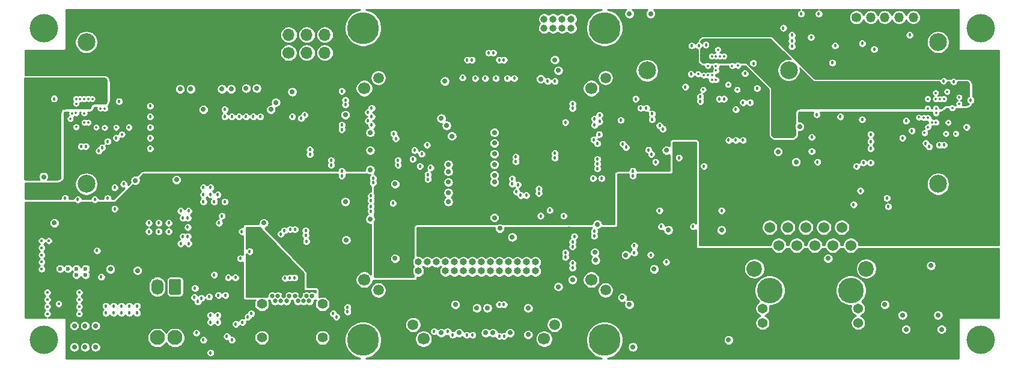
<source format=gbr>
G04 #@! TF.GenerationSoftware,KiCad,Pcbnew,5.1.0-unknown-9e240db~94~ubuntu18.04.1*
G04 #@! TF.CreationDate,2019-04-03T10:40:22+08:00*
G04 #@! TF.ProjectId,ovc3,6f766333-2e6b-4696-9361-645f70636258,rev?*
G04 #@! TF.SameCoordinates,Original*
G04 #@! TF.FileFunction,Copper,L4,Inr*
G04 #@! TF.FilePolarity,Positive*
%FSLAX46Y46*%
G04 Gerber Fmt 4.6, Leading zero omitted, Abs format (unit mm)*
G04 Created by KiCad (PCBNEW 5.1.0-unknown-9e240db~94~ubuntu18.04.1) date 2019-04-03 10:40:22*
%MOMM*%
%LPD*%
G04 APERTURE LIST*
%ADD10O,1.700000X1.700000*%
%ADD11C,1.700000*%
%ADD12C,4.500000*%
%ADD13C,1.500000*%
%ADD14O,1.000000X1.000000*%
%ADD15C,1.000000*%
%ADD16C,0.600000*%
%ADD17O,1.350000X1.350000*%
%ADD18C,1.350000*%
%ADD19C,2.500000*%
%ADD20C,2.100000*%
%ADD21O,1.700000X2.200000*%
%ADD22C,0.100000*%
%ADD23C,1.524000*%
%ADD24C,3.600000*%
%ADD25C,2.200000*%
%ADD26C,1.371600*%
%ADD27C,0.650000*%
%ADD28C,1.400000*%
%ADD29C,4.000000*%
%ADD30C,0.457200*%
%ADD31C,0.355600*%
%ADD32C,0.711200*%
%ADD33C,0.406400*%
%ADD34C,0.254000*%
%ADD35C,0.152400*%
G04 APERTURE END LIST*
D10*
X121580000Y-73960000D03*
X121580000Y-76500000D03*
X119040000Y-73960000D03*
X119040000Y-76500000D03*
X116500000Y-73960000D03*
D11*
X116500000Y-76500000D03*
D12*
X161000000Y-117000000D03*
X127000000Y-117000000D03*
X127000000Y-73000000D03*
X161000000Y-73000000D03*
D11*
X159150000Y-108500000D03*
D13*
X161150000Y-80025000D03*
X161150000Y-109975000D03*
D11*
X159150000Y-81500000D03*
D13*
X129150000Y-80025000D03*
D11*
X127150000Y-81500000D03*
X127150000Y-108500000D03*
D13*
X129150000Y-109975000D03*
D11*
X152500000Y-116850000D03*
X135500000Y-116850000D03*
D13*
X153975000Y-114850000D03*
X134025000Y-114850000D03*
D14*
X156310000Y-71730000D03*
X156310000Y-73000000D03*
X155040000Y-71730000D03*
X155040000Y-73000000D03*
X153770000Y-71730000D03*
X153770000Y-73000000D03*
X152500000Y-71730000D03*
D15*
X152500000Y-73000000D03*
D14*
X151280000Y-107270000D03*
X151280000Y-106000000D03*
X150010000Y-107270000D03*
X150010000Y-106000000D03*
X148740000Y-107270000D03*
X148740000Y-106000000D03*
X147470000Y-107270000D03*
X147470000Y-106000000D03*
X146200000Y-107270000D03*
X146200000Y-106000000D03*
X144930000Y-107270000D03*
X144930000Y-106000000D03*
X143660000Y-107270000D03*
X143660000Y-106000000D03*
X142390000Y-107270000D03*
X142390000Y-106000000D03*
X141120000Y-107270000D03*
X141120000Y-106000000D03*
X139850000Y-107270000D03*
X139850000Y-106000000D03*
X138580000Y-107270000D03*
X138580000Y-106000000D03*
X137310000Y-107270000D03*
X137310000Y-106000000D03*
X136040000Y-107270000D03*
X136040000Y-106000000D03*
X134770000Y-107270000D03*
X134770000Y-106000000D03*
X133500000Y-107270000D03*
D15*
X133500000Y-106000000D03*
D16*
X86600000Y-106950000D03*
X86600000Y-107850000D03*
X87900000Y-107850000D03*
X87900000Y-106950000D03*
X85400000Y-106950000D03*
X84300000Y-106950000D03*
D17*
X204500000Y-71500000D03*
X202500000Y-71500000D03*
X200500000Y-71500000D03*
X198500000Y-71500000D03*
D18*
X196500000Y-71500000D03*
D19*
X208000000Y-95000000D03*
X208000000Y-75000000D03*
D20*
X98000000Y-116680000D03*
X100500000Y-116680000D03*
D21*
X98000000Y-109500000D03*
D22*
G36*
X101124504Y-108401204D02*
G01*
X101148773Y-108404804D01*
X101172571Y-108410765D01*
X101195671Y-108419030D01*
X101217849Y-108429520D01*
X101238893Y-108442133D01*
X101258598Y-108456747D01*
X101276777Y-108473223D01*
X101293253Y-108491402D01*
X101307867Y-108511107D01*
X101320480Y-108532151D01*
X101330970Y-108554329D01*
X101339235Y-108577429D01*
X101345196Y-108601227D01*
X101348796Y-108625496D01*
X101350000Y-108650000D01*
X101350000Y-110350000D01*
X101348796Y-110374504D01*
X101345196Y-110398773D01*
X101339235Y-110422571D01*
X101330970Y-110445671D01*
X101320480Y-110467849D01*
X101307867Y-110488893D01*
X101293253Y-110508598D01*
X101276777Y-110526777D01*
X101258598Y-110543253D01*
X101238893Y-110557867D01*
X101217849Y-110570480D01*
X101195671Y-110580970D01*
X101172571Y-110589235D01*
X101148773Y-110595196D01*
X101124504Y-110598796D01*
X101100000Y-110600000D01*
X99900000Y-110600000D01*
X99875496Y-110598796D01*
X99851227Y-110595196D01*
X99827429Y-110589235D01*
X99804329Y-110580970D01*
X99782151Y-110570480D01*
X99761107Y-110557867D01*
X99741402Y-110543253D01*
X99723223Y-110526777D01*
X99706747Y-110508598D01*
X99692133Y-110488893D01*
X99679520Y-110467849D01*
X99669030Y-110445671D01*
X99660765Y-110422571D01*
X99654804Y-110398773D01*
X99651204Y-110374504D01*
X99650000Y-110350000D01*
X99650000Y-108650000D01*
X99651204Y-108625496D01*
X99654804Y-108601227D01*
X99660765Y-108577429D01*
X99669030Y-108554329D01*
X99679520Y-108532151D01*
X99692133Y-108511107D01*
X99706747Y-108491402D01*
X99723223Y-108473223D01*
X99741402Y-108456747D01*
X99761107Y-108442133D01*
X99782151Y-108429520D01*
X99804329Y-108419030D01*
X99827429Y-108410765D01*
X99851227Y-108404804D01*
X99875496Y-108401204D01*
X99900000Y-108400000D01*
X101100000Y-108400000D01*
X101124504Y-108401204D01*
X101124504Y-108401204D01*
G37*
D11*
X100500000Y-109500000D03*
D23*
X184285000Y-101110000D03*
X185555000Y-103650000D03*
X186825000Y-101110000D03*
X188095000Y-103650000D03*
X189365000Y-101110000D03*
X190635000Y-103650000D03*
X191905000Y-101110000D03*
X193175000Y-103650000D03*
X194445000Y-101110000D03*
X195715000Y-103650000D03*
D24*
X184285000Y-110000000D03*
X195715000Y-110000000D03*
D25*
X182125000Y-106950000D03*
X197875000Y-106950000D03*
D26*
X183275000Y-112540000D03*
X183275000Y-114570000D03*
X196725000Y-114570000D03*
X196725000Y-112540000D03*
D19*
X187000000Y-79000000D03*
X167000000Y-79000000D03*
X88000000Y-75000000D03*
X88000000Y-95000000D03*
D27*
X119000000Y-110790000D03*
X115000000Y-110790000D03*
X114600000Y-111490000D03*
X115400000Y-111490000D03*
X116200000Y-111490000D03*
X117800000Y-111490000D03*
X118600000Y-111490000D03*
X119400000Y-111490000D03*
X114200000Y-110790000D03*
X115800000Y-110790000D03*
X116600000Y-110790000D03*
X117400000Y-110790000D03*
X118200000Y-110790000D03*
X119800000Y-110790000D03*
D28*
X112730000Y-116670000D03*
X121270000Y-116670000D03*
X121270000Y-111940000D03*
X112730000Y-111940000D03*
D29*
X214000000Y-73000000D03*
X82000000Y-73000000D03*
X82000000Y-117000000D03*
X214000000Y-117000000D03*
D30*
X105500000Y-113500000D03*
X106500000Y-113500000D03*
X105500000Y-114500000D03*
X106500000Y-114500000D03*
D31*
X207720000Y-85010000D03*
D32*
X170000000Y-101500000D03*
X168000000Y-107000000D03*
X192500000Y-105500000D03*
D31*
X206100000Y-87800000D03*
X205300000Y-85600000D03*
X208850000Y-83020000D03*
X206570000Y-84340000D03*
X206575000Y-86975000D03*
D32*
X160000000Y-100700000D03*
D30*
X168750000Y-98750000D03*
X177500000Y-98750000D03*
D31*
X210500020Y-87900000D03*
X206575001Y-85660000D03*
X207699996Y-82200004D03*
D30*
X208800000Y-80500000D03*
D31*
X206580000Y-83020000D03*
X211000000Y-82800000D03*
D30*
X210200000Y-80600000D03*
D31*
X209300000Y-82000000D03*
D30*
X203500000Y-86100000D03*
X204300000Y-87500000D03*
X196100000Y-97900000D03*
X200800000Y-97000000D03*
X196500000Y-92500000D03*
X190900000Y-85200000D03*
X191000000Y-91900000D03*
X175000000Y-92500000D03*
D32*
X188500000Y-86900000D03*
D31*
X176710000Y-79000000D03*
X175570000Y-78340000D03*
X175580000Y-79650000D03*
X176140000Y-77020000D03*
X177860000Y-77020000D03*
X179700000Y-81700000D03*
X174200000Y-79500000D03*
X177000000Y-76100000D03*
D30*
X175300000Y-75400000D03*
X174300000Y-75500000D03*
X173300000Y-75500000D03*
X173200000Y-79500000D03*
X172400000Y-81300000D03*
X180800000Y-79400000D03*
D31*
X176140000Y-80320000D03*
X174910000Y-81690000D03*
X179800000Y-78300000D03*
D30*
X168200000Y-91900000D03*
D32*
X188000000Y-91900000D03*
D30*
X194215022Y-85515000D03*
X197300000Y-85900000D03*
X160600000Y-94200000D03*
X159400000Y-94200000D03*
X160000000Y-89300000D03*
X191200000Y-71000000D03*
X190100000Y-74300000D03*
D33*
X87000000Y-110300000D03*
X87000000Y-111300000D03*
X87000000Y-112300000D03*
X87000000Y-113300000D03*
X82700000Y-103000000D03*
X81700000Y-103000000D03*
X81700000Y-104000000D03*
X81700000Y-105000000D03*
X81700000Y-106000000D03*
X81700000Y-107000000D03*
D30*
X160000000Y-91500000D03*
D32*
X146250000Y-101250000D03*
X145500000Y-87750000D03*
X145500000Y-89250000D03*
X145500000Y-90750000D03*
X145500000Y-92250000D03*
X145500000Y-93750000D03*
X145500000Y-94750000D03*
X139000000Y-96250000D03*
X139000000Y-94750000D03*
X139000000Y-93250000D03*
X139000000Y-92250000D03*
D30*
X155250000Y-99500000D03*
D32*
X159750000Y-105750000D03*
X150250000Y-112500000D03*
X150250000Y-116250000D03*
X144250000Y-116000000D03*
X128000000Y-87750000D03*
X128000000Y-90250000D03*
X128000000Y-99953900D03*
X82000000Y-94000000D03*
X83500000Y-100500000D03*
D30*
X90750000Y-112200000D03*
X91850000Y-112200000D03*
X92950000Y-112200000D03*
X94050000Y-112200000D03*
X95150000Y-112200000D03*
X95150000Y-113200000D03*
X94050000Y-113200000D03*
X92950000Y-113200000D03*
X91850000Y-113200000D03*
X90750000Y-113200000D03*
X93250000Y-95000000D03*
X105300000Y-110900000D03*
X104200000Y-111100000D03*
X103700000Y-111600000D03*
X105500000Y-118800000D03*
D31*
X86550000Y-85000000D03*
X85999072Y-85049104D03*
X86554855Y-86955602D03*
X87700000Y-85025000D03*
X88850000Y-83025000D03*
X92200000Y-87025000D03*
X90575000Y-87050000D03*
X88275000Y-86325000D03*
D32*
X91400000Y-107000000D03*
D31*
X210000000Y-84300000D03*
D30*
X131200000Y-97700000D03*
X193100000Y-77900000D03*
X197315000Y-75185000D03*
D32*
X165000000Y-118000000D03*
X164500000Y-71000000D03*
X167500000Y-71000000D03*
X124600000Y-102900000D03*
X131500000Y-95000000D03*
D30*
X89200000Y-97200000D03*
X92000000Y-98500000D03*
X91000000Y-97000000D03*
X92000000Y-95500000D03*
X85000000Y-97000000D03*
X86800000Y-97200000D03*
X91000000Y-89000000D03*
D31*
X90610000Y-84350000D03*
X87720000Y-83030000D03*
X86570000Y-83020000D03*
X86580000Y-83680000D03*
D30*
X106500000Y-96500000D03*
X104500000Y-96500000D03*
X104500000Y-95500000D03*
X105500000Y-95500000D03*
X104500000Y-97500000D03*
X107500000Y-97500000D03*
X106000000Y-97500000D03*
D32*
X128000000Y-93000000D03*
X156500000Y-108500000D03*
X148000000Y-102500000D03*
X138000000Y-85750000D03*
X154500000Y-79000000D03*
X102700000Y-81600000D03*
X101200000Y-81600000D03*
X107100000Y-81600000D03*
X108400000Y-81600000D03*
X114700000Y-83500000D03*
X117000000Y-82000000D03*
X104500000Y-84500000D03*
D30*
X144200000Y-80100000D03*
X142800000Y-80100000D03*
X145700000Y-80100000D03*
X147300000Y-80100000D03*
X148300000Y-80100000D03*
D32*
X124500000Y-85250000D03*
D30*
X141000000Y-80000000D03*
D32*
X138500000Y-80500000D03*
X139000000Y-97500000D03*
X144500000Y-112500000D03*
X143000000Y-112500000D03*
X140000000Y-112000000D03*
X147700000Y-116000000D03*
X145300000Y-116000000D03*
D30*
X156750000Y-102400000D03*
D32*
X208500000Y-115500000D03*
X203500000Y-115500000D03*
X163500000Y-111000000D03*
X140500000Y-116000000D03*
X178500000Y-117000000D03*
D30*
X119000000Y-103100000D03*
D32*
X124500000Y-97500000D03*
D30*
X105500000Y-96500000D03*
X106700000Y-100500000D03*
X104500000Y-117000000D03*
X108500000Y-117000000D03*
D32*
X87800000Y-115000000D03*
X89300000Y-115000000D03*
X86300000Y-115000000D03*
X87800000Y-118000000D03*
X89300000Y-118000000D03*
X86300000Y-118000000D03*
D30*
X190200000Y-90400000D03*
X159600000Y-86700000D03*
X159600000Y-85800000D03*
X117400000Y-101400000D03*
X109000000Y-108200000D03*
D32*
X177500000Y-101500000D03*
X113000000Y-100500000D03*
X138000000Y-116000000D03*
D30*
X111233487Y-113266513D03*
X110766513Y-113733487D03*
X110000000Y-114500000D03*
X123233487Y-113733487D03*
X122766513Y-113266513D03*
D32*
X112000000Y-102600000D03*
X111000000Y-103600000D03*
X112500000Y-101500000D03*
D30*
X116000000Y-108300000D03*
X109050000Y-114750000D03*
D32*
X84000000Y-102000000D03*
X82500000Y-102000000D03*
X81000000Y-102000000D03*
X90800000Y-103000000D03*
X88500000Y-103000000D03*
X92000000Y-102500000D03*
X92000000Y-100100000D03*
X172500000Y-101500000D03*
X160399992Y-106500000D03*
X163099990Y-108000000D03*
X185450000Y-90450000D03*
X172500000Y-91500000D03*
X173500000Y-91500000D03*
D30*
X124500000Y-107500000D03*
X125000000Y-107000000D03*
X124500000Y-106500000D03*
X125000000Y-106000000D03*
X156000000Y-101250000D03*
X97750000Y-95000000D03*
X106200000Y-117000000D03*
X88300000Y-110100000D03*
D32*
X151500000Y-101500000D03*
X139500000Y-88250000D03*
X112000000Y-81500000D03*
X110500000Y-81500000D03*
D30*
X114000000Y-94500000D03*
X112500000Y-94500000D03*
X111000000Y-94500000D03*
D32*
X151500000Y-103000000D03*
X152000000Y-80200000D03*
X201000000Y-104500000D03*
X93200000Y-115000000D03*
X91700000Y-115000000D03*
X94800000Y-115000000D03*
X93200000Y-118000000D03*
X94700000Y-118000000D03*
X91700000Y-118000000D03*
X92000000Y-101300000D03*
D30*
X190200000Y-88400000D03*
X163500000Y-104000000D03*
X132500000Y-118000000D03*
X107800000Y-116500000D03*
X111000000Y-104500000D03*
X109900000Y-101700000D03*
X109700000Y-105500000D03*
X103200000Y-111000000D03*
X107100000Y-99500000D03*
X106000000Y-107800000D03*
X103300000Y-109700000D03*
X101600000Y-99800000D03*
X101600000Y-102400000D03*
X102300000Y-102400000D03*
X102300000Y-101100000D03*
X102300000Y-99800000D03*
X96800000Y-100500000D03*
X96800000Y-101700000D03*
X98200000Y-100500000D03*
X99600000Y-100500000D03*
X99600000Y-101700000D03*
X98200000Y-101700000D03*
X101300000Y-98800000D03*
X101300000Y-103400000D03*
X102400000Y-103400000D03*
X102400000Y-98800000D03*
X138900000Y-115800000D03*
X137000000Y-115800000D03*
D31*
X205800000Y-86300000D03*
X209425000Y-85000000D03*
D32*
X160000000Y-99000000D03*
D31*
X209799995Y-87899995D03*
D30*
X200800000Y-96000000D03*
D31*
X174910000Y-80310000D03*
X179000000Y-80320000D03*
X178700000Y-81800000D03*
X178420000Y-79000000D03*
D32*
X160000000Y-95000000D03*
D30*
X194214990Y-86485000D03*
X198300000Y-85900000D03*
X193700000Y-71000000D03*
X177500000Y-90500000D03*
D32*
X148500000Y-99500000D03*
D31*
X89425000Y-84325000D03*
X90000000Y-86300000D03*
X90023095Y-86997684D03*
X86600000Y-86300000D03*
X209999104Y-85699072D03*
D30*
X175400000Y-90400000D03*
D32*
X153000000Y-77000000D03*
X113000000Y-81500000D03*
X136000000Y-88500000D03*
X131500000Y-106500000D03*
X83900000Y-95500000D03*
D30*
X89500000Y-104400000D03*
D32*
X159644418Y-104644334D03*
D30*
X169000000Y-101000000D03*
X173500000Y-101000000D03*
X167500000Y-105000000D03*
X165200000Y-104700000D03*
X165199982Y-103700000D03*
X169700000Y-106000000D03*
X155500000Y-104669800D03*
X156500000Y-106830200D03*
X156500000Y-103169800D03*
X156500000Y-106169800D03*
X159553991Y-101669800D03*
X159553991Y-102330200D03*
X155500000Y-105330200D03*
X156500000Y-103830200D03*
X124800000Y-112369800D03*
X116669800Y-108219598D03*
X124800000Y-113030200D03*
X117330200Y-108219598D03*
X128400000Y-94169800D03*
X87930200Y-89700000D03*
X128400000Y-94830200D03*
X87269800Y-89700000D03*
X124000000Y-93169800D03*
X90233487Y-89866513D03*
X124000000Y-93830200D03*
X89766513Y-90333487D03*
X165000000Y-93830200D03*
X206733487Y-89733487D03*
X165000000Y-93169800D03*
X206266513Y-89266513D03*
X208830200Y-89500000D03*
X163566513Y-89366513D03*
X208169800Y-89500000D03*
X164033487Y-89833487D03*
X169233487Y-87233487D03*
X174500000Y-83330200D03*
X168766513Y-86766513D03*
X174500000Y-82669800D03*
X156500000Y-84330200D03*
X177830200Y-83000000D03*
X156500000Y-83669800D03*
X177169800Y-83000000D03*
D32*
X80500000Y-94000000D03*
D31*
X89975000Y-83000000D03*
X85950000Y-83700000D03*
X86015000Y-83015000D03*
X205200000Y-84100000D03*
X206000000Y-83020000D03*
X210000000Y-83020000D03*
D30*
X212000000Y-81700000D03*
D31*
X175000000Y-77680000D03*
X175010000Y-77020000D03*
X178990000Y-77020000D03*
D32*
X185300000Y-87900000D03*
D30*
X146838408Y-116446009D03*
X115882865Y-101574147D03*
X146178008Y-116446009D03*
X115415891Y-102041121D03*
X146169800Y-112000000D03*
X118900000Y-102230200D03*
X146830200Y-112000000D03*
X118900000Y-101569800D03*
D32*
X95200000Y-107200000D03*
X94900000Y-94500000D03*
X100700000Y-94400000D03*
D31*
X207700000Y-86300000D03*
X208300000Y-83050000D03*
X206004445Y-85650427D03*
X207700000Y-83050000D03*
X209430000Y-86330000D03*
D32*
X164000000Y-105000000D03*
D31*
X209099996Y-87900000D03*
X211000000Y-83700000D03*
D30*
X197050000Y-95950000D03*
X200985000Y-98185000D03*
X171500000Y-91300000D03*
D31*
X178420000Y-80980000D03*
X176720000Y-80320000D03*
X174990000Y-79670000D03*
X176710000Y-77020000D03*
X177290000Y-77020000D03*
X179000000Y-78340000D03*
D30*
X188700000Y-71000000D03*
D33*
X82500000Y-113300000D03*
X82500000Y-112300000D03*
X82500000Y-111300000D03*
X82500000Y-110300000D03*
D32*
X145500000Y-99750000D03*
X138750000Y-86750000D03*
D31*
X88300000Y-83000000D03*
X87127728Y-83046912D03*
X89400000Y-87000000D03*
X87725000Y-86325000D03*
X85739576Y-85801167D03*
D30*
X199000000Y-76000000D03*
D33*
X84100000Y-111900000D03*
D30*
X90100000Y-108100000D03*
D31*
X89990000Y-84350000D03*
D32*
X154000000Y-77500000D03*
X114000000Y-84500000D03*
X131500000Y-105500000D03*
X169750000Y-90250000D03*
D30*
X136000000Y-89500000D03*
X153000000Y-80500000D03*
X154000000Y-80500000D03*
X134250000Y-90250000D03*
X135250000Y-90750000D03*
X134000000Y-91500000D03*
X135000000Y-92500000D03*
X136500000Y-92700000D03*
X136100000Y-93669800D03*
X136100000Y-94330200D03*
X131900000Y-91669800D03*
X131900000Y-92330200D03*
X128100000Y-96669800D03*
X128100000Y-97330200D03*
X128100000Y-98169800D03*
X128100000Y-98830200D03*
X152000000Y-99500000D03*
X153300000Y-98700000D03*
X150000000Y-96600000D03*
X149200000Y-96600000D03*
X148600000Y-96100000D03*
X148800000Y-95100000D03*
X148000000Y-95000000D03*
X148000000Y-94250000D03*
X151750000Y-96304800D03*
X151750000Y-95695200D03*
X148500000Y-91830200D03*
X148500000Y-91169800D03*
X160000000Y-92830200D03*
X160000000Y-92169800D03*
X154000000Y-91330200D03*
X154000000Y-90669800D03*
D33*
X94000000Y-87000000D03*
D30*
X97000000Y-87000000D03*
D33*
X93000000Y-88000000D03*
D30*
X97000000Y-88500000D03*
D31*
X207150000Y-86310000D03*
D30*
X198500000Y-92000000D03*
D31*
X207720000Y-84340000D03*
D30*
X197500000Y-92000000D03*
D31*
X176140000Y-79660000D03*
X176710000Y-78340000D03*
D30*
X166900000Y-84300000D03*
X187400000Y-74000000D03*
X166100000Y-84300000D03*
X186200000Y-73000000D03*
X212020000Y-86980000D03*
X198500000Y-88000000D03*
X179500000Y-88823273D03*
X180500000Y-83500000D03*
X92600000Y-83350000D03*
X97000000Y-85500000D03*
X92200000Y-88500000D03*
X97000000Y-90000000D03*
X83500000Y-83000000D03*
X97000000Y-84000000D03*
X203000000Y-88500000D03*
X198500000Y-90000000D03*
X212600000Y-83200000D03*
X198500000Y-89000000D03*
X178500000Y-88823311D03*
X179500000Y-84500000D03*
X182500000Y-81500000D03*
X180500000Y-88823263D03*
X181500000Y-83500000D03*
X182000000Y-78000000D03*
X167200000Y-90200000D03*
X160250000Y-88000000D03*
X167600000Y-90800000D03*
X159500000Y-88750000D03*
X167700008Y-85100000D03*
X187400000Y-74800000D03*
X167700000Y-85900000D03*
X187400000Y-75600000D03*
X165400000Y-83000000D03*
X193500000Y-75500000D03*
X204000000Y-74000000D03*
D32*
X207000000Y-106500000D03*
X154500000Y-109500000D03*
X203000000Y-113500000D03*
D30*
X107600000Y-110700000D03*
X160300000Y-85300000D03*
X106600000Y-110700000D03*
X160300000Y-86200000D03*
X108000000Y-108200000D03*
X116700000Y-101400000D03*
X163300000Y-86000000D03*
X155500000Y-86300000D03*
D32*
X164500000Y-112000000D03*
X200500000Y-112000000D03*
D30*
X117000000Y-85500000D03*
X112500000Y-85500000D03*
X111500000Y-85500000D03*
X110500000Y-85500000D03*
X109500000Y-85500000D03*
X108500000Y-85500000D03*
X107500000Y-85500000D03*
X107500000Y-84500000D03*
X124000000Y-86669800D03*
X124000000Y-87330200D03*
X118266513Y-85733487D03*
X118733487Y-85266513D03*
X119500000Y-90169800D03*
X119500000Y-90830200D03*
X122500000Y-91669800D03*
X122500000Y-92330200D03*
X124000000Y-81900000D03*
X127700000Y-84900000D03*
X128200000Y-84300000D03*
X128200000Y-85500000D03*
X127700000Y-86100000D03*
X128200000Y-86700000D03*
X131300000Y-87900000D03*
X131600000Y-88600000D03*
X146830200Y-77500000D03*
X146169800Y-77500000D03*
X145330200Y-76500000D03*
X144669800Y-76500000D03*
X124500000Y-83169800D03*
X124500000Y-83830200D03*
X142330200Y-77500000D03*
X141669800Y-77500000D03*
X141600000Y-116300000D03*
X142400000Y-116300000D03*
D32*
X208000000Y-113500000D03*
D30*
X139600000Y-116300000D03*
X103500000Y-116000000D03*
D34*
G36*
X173869467Y-89130533D02*
G01*
X173873000Y-89143718D01*
X173873000Y-100516070D01*
X173788754Y-100459779D01*
X173677814Y-100413826D01*
X173560040Y-100390400D01*
X173439960Y-100390400D01*
X173322186Y-100413826D01*
X173211246Y-100459779D01*
X173111402Y-100526492D01*
X173026492Y-100611402D01*
X172959779Y-100711246D01*
X172913826Y-100822186D01*
X172890400Y-100939960D01*
X172890400Y-101060040D01*
X172913826Y-101177814D01*
X172959779Y-101288754D01*
X173026492Y-101388598D01*
X173111402Y-101473508D01*
X173211246Y-101540221D01*
X173322186Y-101586174D01*
X173439960Y-101609600D01*
X173560040Y-101609600D01*
X173677814Y-101586174D01*
X173788754Y-101540221D01*
X173873000Y-101483930D01*
X173873000Y-103873000D01*
X173877328Y-103905870D01*
X173894343Y-103969370D01*
X173903112Y-103992671D01*
X173916259Y-104013813D01*
X173927212Y-104026303D01*
X173973697Y-104072788D01*
X173992943Y-104088582D01*
X174014899Y-104100318D01*
X174030630Y-104105657D01*
X174094130Y-104122672D01*
X174127000Y-104127000D01*
X184515406Y-104127000D01*
X184542087Y-104191413D01*
X184667174Y-104378620D01*
X184826380Y-104537826D01*
X185013587Y-104662913D01*
X185221599Y-104749075D01*
X185442424Y-104793000D01*
X185667576Y-104793000D01*
X185888401Y-104749075D01*
X186096413Y-104662913D01*
X186283620Y-104537826D01*
X186442826Y-104378620D01*
X186567913Y-104191413D01*
X186594594Y-104127000D01*
X187055406Y-104127000D01*
X187082087Y-104191413D01*
X187207174Y-104378620D01*
X187366380Y-104537826D01*
X187553587Y-104662913D01*
X187761599Y-104749075D01*
X187982424Y-104793000D01*
X188207576Y-104793000D01*
X188428401Y-104749075D01*
X188636413Y-104662913D01*
X188823620Y-104537826D01*
X188982826Y-104378620D01*
X189107913Y-104191413D01*
X189134594Y-104127000D01*
X189595406Y-104127000D01*
X189622087Y-104191413D01*
X189747174Y-104378620D01*
X189906380Y-104537826D01*
X190093587Y-104662913D01*
X190301599Y-104749075D01*
X190522424Y-104793000D01*
X190747576Y-104793000D01*
X190968401Y-104749075D01*
X191176413Y-104662913D01*
X191363620Y-104537826D01*
X191522826Y-104378620D01*
X191647913Y-104191413D01*
X191674594Y-104127000D01*
X192135406Y-104127000D01*
X192162087Y-104191413D01*
X192287174Y-104378620D01*
X192446380Y-104537826D01*
X192633587Y-104662913D01*
X192841599Y-104749075D01*
X193062424Y-104793000D01*
X193287576Y-104793000D01*
X193508401Y-104749075D01*
X193716413Y-104662913D01*
X193903620Y-104537826D01*
X194062826Y-104378620D01*
X194187913Y-104191413D01*
X194214594Y-104127000D01*
X194675406Y-104127000D01*
X194702087Y-104191413D01*
X194827174Y-104378620D01*
X194986380Y-104537826D01*
X195173587Y-104662913D01*
X195381599Y-104749075D01*
X195602424Y-104793000D01*
X195827576Y-104793000D01*
X196048401Y-104749075D01*
X196256413Y-104662913D01*
X196443620Y-104537826D01*
X196602826Y-104378620D01*
X196727913Y-104191413D01*
X196754594Y-104127000D01*
X216594000Y-104127000D01*
X216594000Y-113873000D01*
X211000000Y-113873000D01*
X210975224Y-113875440D01*
X210951399Y-113882667D01*
X210929443Y-113894403D01*
X210910197Y-113910197D01*
X210894403Y-113929443D01*
X210882667Y-113951399D01*
X210875440Y-113975224D01*
X210873000Y-114000000D01*
X210873000Y-119594000D01*
X161445142Y-119594000D01*
X161767434Y-119529892D01*
X162246246Y-119331562D01*
X162677165Y-119043631D01*
X163043631Y-118677165D01*
X163331562Y-118246246D01*
X163463610Y-117927451D01*
X164263400Y-117927451D01*
X164263400Y-118072549D01*
X164291707Y-118214858D01*
X164347234Y-118348911D01*
X164427845Y-118469555D01*
X164530445Y-118572155D01*
X164651089Y-118652766D01*
X164785142Y-118708293D01*
X164927451Y-118736600D01*
X165072549Y-118736600D01*
X165214858Y-118708293D01*
X165348911Y-118652766D01*
X165469555Y-118572155D01*
X165572155Y-118469555D01*
X165652766Y-118348911D01*
X165708293Y-118214858D01*
X165736600Y-118072549D01*
X165736600Y-117927451D01*
X165708293Y-117785142D01*
X165652766Y-117651089D01*
X165572155Y-117530445D01*
X165469555Y-117427845D01*
X165348911Y-117347234D01*
X165214858Y-117291707D01*
X165072549Y-117263400D01*
X164927451Y-117263400D01*
X164785142Y-117291707D01*
X164651089Y-117347234D01*
X164530445Y-117427845D01*
X164427845Y-117530445D01*
X164347234Y-117651089D01*
X164291707Y-117785142D01*
X164263400Y-117927451D01*
X163463610Y-117927451D01*
X163529892Y-117767434D01*
X163631000Y-117259131D01*
X163631000Y-116927451D01*
X177763400Y-116927451D01*
X177763400Y-117072549D01*
X177791707Y-117214858D01*
X177847234Y-117348911D01*
X177927845Y-117469555D01*
X178030445Y-117572155D01*
X178151089Y-117652766D01*
X178285142Y-117708293D01*
X178427451Y-117736600D01*
X178572549Y-117736600D01*
X178714858Y-117708293D01*
X178848911Y-117652766D01*
X178969555Y-117572155D01*
X179072155Y-117469555D01*
X179152766Y-117348911D01*
X179208293Y-117214858D01*
X179236600Y-117072549D01*
X179236600Y-116927451D01*
X179208293Y-116785142D01*
X179152766Y-116651089D01*
X179072155Y-116530445D01*
X178969555Y-116427845D01*
X178848911Y-116347234D01*
X178714858Y-116291707D01*
X178572549Y-116263400D01*
X178427451Y-116263400D01*
X178285142Y-116291707D01*
X178151089Y-116347234D01*
X178030445Y-116427845D01*
X177927845Y-116530445D01*
X177847234Y-116651089D01*
X177791707Y-116785142D01*
X177763400Y-116927451D01*
X163631000Y-116927451D01*
X163631000Y-116740869D01*
X163529892Y-116232566D01*
X163331562Y-115753754D01*
X163043631Y-115322835D01*
X162677165Y-114956369D01*
X162246246Y-114668438D01*
X161767434Y-114470108D01*
X161259131Y-114369000D01*
X160740869Y-114369000D01*
X160232566Y-114470108D01*
X159753754Y-114668438D01*
X159322835Y-114956369D01*
X158956369Y-115322835D01*
X158668438Y-115753754D01*
X158470108Y-116232566D01*
X158369000Y-116740869D01*
X158369000Y-117259131D01*
X158470108Y-117767434D01*
X158668438Y-118246246D01*
X158956369Y-118677165D01*
X159322835Y-119043631D01*
X159753754Y-119331562D01*
X160232566Y-119529892D01*
X160554858Y-119594000D01*
X127445142Y-119594000D01*
X127767434Y-119529892D01*
X128246246Y-119331562D01*
X128677165Y-119043631D01*
X129043631Y-118677165D01*
X129331562Y-118246246D01*
X129529892Y-117767434D01*
X129631000Y-117259131D01*
X129631000Y-116740869D01*
X129628591Y-116728757D01*
X134269000Y-116728757D01*
X134269000Y-116971243D01*
X134316307Y-117209069D01*
X134409102Y-117433097D01*
X134543820Y-117634717D01*
X134715283Y-117806180D01*
X134916903Y-117940898D01*
X135140931Y-118033693D01*
X135378757Y-118081000D01*
X135621243Y-118081000D01*
X135859069Y-118033693D01*
X136083097Y-117940898D01*
X136284717Y-117806180D01*
X136456180Y-117634717D01*
X136590898Y-117433097D01*
X136683693Y-117209069D01*
X136731000Y-116971243D01*
X136731000Y-116728757D01*
X136683693Y-116490931D01*
X136590898Y-116266903D01*
X136562910Y-116225016D01*
X136611402Y-116273508D01*
X136711246Y-116340221D01*
X136822186Y-116386174D01*
X136939960Y-116409600D01*
X137060040Y-116409600D01*
X137177814Y-116386174D01*
X137288754Y-116340221D01*
X137331738Y-116311500D01*
X137347234Y-116348911D01*
X137427845Y-116469555D01*
X137530445Y-116572155D01*
X137651089Y-116652766D01*
X137785142Y-116708293D01*
X137927451Y-116736600D01*
X138072549Y-116736600D01*
X138214858Y-116708293D01*
X138348911Y-116652766D01*
X138469555Y-116572155D01*
X138572155Y-116469555D01*
X138648313Y-116355575D01*
X138722186Y-116386174D01*
X138839960Y-116409600D01*
X138960040Y-116409600D01*
X138998727Y-116401905D01*
X139013826Y-116477814D01*
X139059779Y-116588754D01*
X139126492Y-116688598D01*
X139211402Y-116773508D01*
X139311246Y-116840221D01*
X139422186Y-116886174D01*
X139539960Y-116909600D01*
X139660040Y-116909600D01*
X139777814Y-116886174D01*
X139888754Y-116840221D01*
X139988598Y-116773508D01*
X140073508Y-116688598D01*
X140114006Y-116627988D01*
X140151089Y-116652766D01*
X140285142Y-116708293D01*
X140427451Y-116736600D01*
X140572549Y-116736600D01*
X140714858Y-116708293D01*
X140848911Y-116652766D01*
X140969555Y-116572155D01*
X141028491Y-116513219D01*
X141059779Y-116588754D01*
X141126492Y-116688598D01*
X141211402Y-116773508D01*
X141311246Y-116840221D01*
X141422186Y-116886174D01*
X141539960Y-116909600D01*
X141660040Y-116909600D01*
X141777814Y-116886174D01*
X141888754Y-116840221D01*
X141988598Y-116773508D01*
X142000000Y-116762106D01*
X142011402Y-116773508D01*
X142111246Y-116840221D01*
X142222186Y-116886174D01*
X142339960Y-116909600D01*
X142460040Y-116909600D01*
X142577814Y-116886174D01*
X142688754Y-116840221D01*
X142788598Y-116773508D01*
X142873508Y-116688598D01*
X142940221Y-116588754D01*
X142986174Y-116477814D01*
X143009600Y-116360040D01*
X143009600Y-116239960D01*
X142986174Y-116122186D01*
X142940221Y-116011246D01*
X142884232Y-115927451D01*
X143513400Y-115927451D01*
X143513400Y-116072549D01*
X143541707Y-116214858D01*
X143597234Y-116348911D01*
X143677845Y-116469555D01*
X143780445Y-116572155D01*
X143901089Y-116652766D01*
X144035142Y-116708293D01*
X144177451Y-116736600D01*
X144322549Y-116736600D01*
X144464858Y-116708293D01*
X144598911Y-116652766D01*
X144719555Y-116572155D01*
X144775000Y-116516710D01*
X144830445Y-116572155D01*
X144951089Y-116652766D01*
X145085142Y-116708293D01*
X145227451Y-116736600D01*
X145372549Y-116736600D01*
X145514858Y-116708293D01*
X145610426Y-116668707D01*
X145637787Y-116734763D01*
X145704500Y-116834607D01*
X145789410Y-116919517D01*
X145889254Y-116986230D01*
X146000194Y-117032183D01*
X146117968Y-117055609D01*
X146238048Y-117055609D01*
X146355822Y-117032183D01*
X146466762Y-116986230D01*
X146508208Y-116958537D01*
X146549654Y-116986230D01*
X146660594Y-117032183D01*
X146778368Y-117055609D01*
X146898448Y-117055609D01*
X147016222Y-117032183D01*
X147127162Y-116986230D01*
X147227006Y-116919517D01*
X147311916Y-116834607D01*
X147378629Y-116734763D01*
X147403586Y-116674511D01*
X147485142Y-116708293D01*
X147627451Y-116736600D01*
X147772549Y-116736600D01*
X147914858Y-116708293D01*
X148048911Y-116652766D01*
X148169555Y-116572155D01*
X148272155Y-116469555D01*
X148352766Y-116348911D01*
X148408293Y-116214858D01*
X148415733Y-116177451D01*
X149513400Y-116177451D01*
X149513400Y-116322549D01*
X149541707Y-116464858D01*
X149597234Y-116598911D01*
X149677845Y-116719555D01*
X149780445Y-116822155D01*
X149901089Y-116902766D01*
X150035142Y-116958293D01*
X150177451Y-116986600D01*
X150322549Y-116986600D01*
X150464858Y-116958293D01*
X150598911Y-116902766D01*
X150719555Y-116822155D01*
X150812953Y-116728757D01*
X151269000Y-116728757D01*
X151269000Y-116971243D01*
X151316307Y-117209069D01*
X151409102Y-117433097D01*
X151543820Y-117634717D01*
X151715283Y-117806180D01*
X151916903Y-117940898D01*
X152140931Y-118033693D01*
X152378757Y-118081000D01*
X152621243Y-118081000D01*
X152859069Y-118033693D01*
X153083097Y-117940898D01*
X153284717Y-117806180D01*
X153456180Y-117634717D01*
X153590898Y-117433097D01*
X153683693Y-117209069D01*
X153731000Y-116971243D01*
X153731000Y-116728757D01*
X153683693Y-116490931D01*
X153590898Y-116266903D01*
X153456180Y-116065283D01*
X153284717Y-115893820D01*
X153083097Y-115759102D01*
X152859069Y-115666307D01*
X152621243Y-115619000D01*
X152378757Y-115619000D01*
X152140931Y-115666307D01*
X151916903Y-115759102D01*
X151715283Y-115893820D01*
X151543820Y-116065283D01*
X151409102Y-116266903D01*
X151316307Y-116490931D01*
X151269000Y-116728757D01*
X150812953Y-116728757D01*
X150822155Y-116719555D01*
X150902766Y-116598911D01*
X150958293Y-116464858D01*
X150986600Y-116322549D01*
X150986600Y-116177451D01*
X150958293Y-116035142D01*
X150902766Y-115901089D01*
X150822155Y-115780445D01*
X150719555Y-115677845D01*
X150598911Y-115597234D01*
X150464858Y-115541707D01*
X150322549Y-115513400D01*
X150177451Y-115513400D01*
X150035142Y-115541707D01*
X149901089Y-115597234D01*
X149780445Y-115677845D01*
X149677845Y-115780445D01*
X149597234Y-115901089D01*
X149541707Y-116035142D01*
X149513400Y-116177451D01*
X148415733Y-116177451D01*
X148436600Y-116072549D01*
X148436600Y-115927451D01*
X148408293Y-115785142D01*
X148352766Y-115651089D01*
X148272155Y-115530445D01*
X148169555Y-115427845D01*
X148048911Y-115347234D01*
X147914858Y-115291707D01*
X147772549Y-115263400D01*
X147627451Y-115263400D01*
X147485142Y-115291707D01*
X147351089Y-115347234D01*
X147230445Y-115427845D01*
X147127845Y-115530445D01*
X147047234Y-115651089D01*
X146991707Y-115785142D01*
X146978348Y-115852302D01*
X146898448Y-115836409D01*
X146778368Y-115836409D01*
X146660594Y-115859835D01*
X146549654Y-115905788D01*
X146508208Y-115933481D01*
X146466762Y-115905788D01*
X146355822Y-115859835D01*
X146238048Y-115836409D01*
X146117968Y-115836409D01*
X146022277Y-115855443D01*
X146008293Y-115785142D01*
X145952766Y-115651089D01*
X145872155Y-115530445D01*
X145769555Y-115427845D01*
X145648911Y-115347234D01*
X145514858Y-115291707D01*
X145372549Y-115263400D01*
X145227451Y-115263400D01*
X145085142Y-115291707D01*
X144951089Y-115347234D01*
X144830445Y-115427845D01*
X144775000Y-115483290D01*
X144719555Y-115427845D01*
X144598911Y-115347234D01*
X144464858Y-115291707D01*
X144322549Y-115263400D01*
X144177451Y-115263400D01*
X144035142Y-115291707D01*
X143901089Y-115347234D01*
X143780445Y-115427845D01*
X143677845Y-115530445D01*
X143597234Y-115651089D01*
X143541707Y-115785142D01*
X143513400Y-115927451D01*
X142884232Y-115927451D01*
X142873508Y-115911402D01*
X142788598Y-115826492D01*
X142688754Y-115759779D01*
X142577814Y-115713826D01*
X142460040Y-115690400D01*
X142339960Y-115690400D01*
X142222186Y-115713826D01*
X142111246Y-115759779D01*
X142011402Y-115826492D01*
X142000000Y-115837894D01*
X141988598Y-115826492D01*
X141888754Y-115759779D01*
X141777814Y-115713826D01*
X141660040Y-115690400D01*
X141539960Y-115690400D01*
X141422186Y-115713826D01*
X141311246Y-115759779D01*
X141215918Y-115823475D01*
X141208293Y-115785142D01*
X141152766Y-115651089D01*
X141072155Y-115530445D01*
X140969555Y-115427845D01*
X140848911Y-115347234D01*
X140714858Y-115291707D01*
X140572549Y-115263400D01*
X140427451Y-115263400D01*
X140285142Y-115291707D01*
X140151089Y-115347234D01*
X140030445Y-115427845D01*
X139927845Y-115530445D01*
X139847234Y-115651089D01*
X139814887Y-115729182D01*
X139777814Y-115713826D01*
X139660040Y-115690400D01*
X139539960Y-115690400D01*
X139501273Y-115698095D01*
X139486174Y-115622186D01*
X139440221Y-115511246D01*
X139373508Y-115411402D01*
X139288598Y-115326492D01*
X139188754Y-115259779D01*
X139077814Y-115213826D01*
X138960040Y-115190400D01*
X138839960Y-115190400D01*
X138722186Y-115213826D01*
X138611246Y-115259779D01*
X138511402Y-115326492D01*
X138433884Y-115404010D01*
X138348911Y-115347234D01*
X138214858Y-115291707D01*
X138072549Y-115263400D01*
X137927451Y-115263400D01*
X137785142Y-115291707D01*
X137651089Y-115347234D01*
X137530445Y-115427845D01*
X137502900Y-115455390D01*
X137473508Y-115411402D01*
X137388598Y-115326492D01*
X137288754Y-115259779D01*
X137177814Y-115213826D01*
X137060040Y-115190400D01*
X136939960Y-115190400D01*
X136822186Y-115213826D01*
X136711246Y-115259779D01*
X136611402Y-115326492D01*
X136526492Y-115411402D01*
X136459779Y-115511246D01*
X136413826Y-115622186D01*
X136390400Y-115739960D01*
X136390400Y-115860040D01*
X136413826Y-115977814D01*
X136445727Y-116054830D01*
X136284717Y-115893820D01*
X136083097Y-115759102D01*
X135859069Y-115666307D01*
X135621243Y-115619000D01*
X135378757Y-115619000D01*
X135140931Y-115666307D01*
X134916903Y-115759102D01*
X134715283Y-115893820D01*
X134543820Y-116065283D01*
X134409102Y-116266903D01*
X134316307Y-116490931D01*
X134269000Y-116728757D01*
X129628591Y-116728757D01*
X129529892Y-116232566D01*
X129331562Y-115753754D01*
X129043631Y-115322835D01*
X128677165Y-114956369D01*
X128351260Y-114738606D01*
X132894000Y-114738606D01*
X132894000Y-114961394D01*
X132937464Y-115179900D01*
X133022721Y-115385729D01*
X133146495Y-115570970D01*
X133304030Y-115728505D01*
X133489271Y-115852279D01*
X133695100Y-115937536D01*
X133913606Y-115981000D01*
X134136394Y-115981000D01*
X134354900Y-115937536D01*
X134560729Y-115852279D01*
X134745970Y-115728505D01*
X134903505Y-115570970D01*
X135027279Y-115385729D01*
X135112536Y-115179900D01*
X135156000Y-114961394D01*
X135156000Y-114738606D01*
X152844000Y-114738606D01*
X152844000Y-114961394D01*
X152887464Y-115179900D01*
X152972721Y-115385729D01*
X153096495Y-115570970D01*
X153254030Y-115728505D01*
X153439271Y-115852279D01*
X153645100Y-115937536D01*
X153863606Y-115981000D01*
X154086394Y-115981000D01*
X154304900Y-115937536D01*
X154510729Y-115852279D01*
X154695970Y-115728505D01*
X154853505Y-115570970D01*
X154977279Y-115385729D01*
X155062536Y-115179900D01*
X155106000Y-114961394D01*
X155106000Y-114738606D01*
X155062536Y-114520100D01*
X154977279Y-114314271D01*
X154853505Y-114129030D01*
X154695970Y-113971495D01*
X154510729Y-113847721D01*
X154304900Y-113762464D01*
X154086394Y-113719000D01*
X153863606Y-113719000D01*
X153645100Y-113762464D01*
X153439271Y-113847721D01*
X153254030Y-113971495D01*
X153096495Y-114129030D01*
X152972721Y-114314271D01*
X152887464Y-114520100D01*
X152844000Y-114738606D01*
X135156000Y-114738606D01*
X135112536Y-114520100D01*
X135027279Y-114314271D01*
X134903505Y-114129030D01*
X134745970Y-113971495D01*
X134560729Y-113847721D01*
X134354900Y-113762464D01*
X134136394Y-113719000D01*
X133913606Y-113719000D01*
X133695100Y-113762464D01*
X133489271Y-113847721D01*
X133304030Y-113971495D01*
X133146495Y-114129030D01*
X133022721Y-114314271D01*
X132937464Y-114520100D01*
X132894000Y-114738606D01*
X128351260Y-114738606D01*
X128246246Y-114668438D01*
X127767434Y-114470108D01*
X127259131Y-114369000D01*
X126740869Y-114369000D01*
X126232566Y-114470108D01*
X125753754Y-114668438D01*
X125322835Y-114956369D01*
X124956369Y-115322835D01*
X124668438Y-115753754D01*
X124470108Y-116232566D01*
X124369000Y-116740869D01*
X124369000Y-117259131D01*
X124470108Y-117767434D01*
X124668438Y-118246246D01*
X124956369Y-118677165D01*
X125322835Y-119043631D01*
X125753754Y-119331562D01*
X126232566Y-119529892D01*
X126554858Y-119594000D01*
X85127000Y-119594000D01*
X85127000Y-118739960D01*
X104890400Y-118739960D01*
X104890400Y-118860040D01*
X104913826Y-118977814D01*
X104959779Y-119088754D01*
X105026492Y-119188598D01*
X105111402Y-119273508D01*
X105211246Y-119340221D01*
X105322186Y-119386174D01*
X105439960Y-119409600D01*
X105560040Y-119409600D01*
X105677814Y-119386174D01*
X105788754Y-119340221D01*
X105888598Y-119273508D01*
X105973508Y-119188598D01*
X106040221Y-119088754D01*
X106086174Y-118977814D01*
X106109600Y-118860040D01*
X106109600Y-118739960D01*
X106086174Y-118622186D01*
X106040221Y-118511246D01*
X105973508Y-118411402D01*
X105888598Y-118326492D01*
X105788754Y-118259779D01*
X105677814Y-118213826D01*
X105560040Y-118190400D01*
X105439960Y-118190400D01*
X105322186Y-118213826D01*
X105211246Y-118259779D01*
X105111402Y-118326492D01*
X105026492Y-118411402D01*
X104959779Y-118511246D01*
X104913826Y-118622186D01*
X104890400Y-118739960D01*
X85127000Y-118739960D01*
X85127000Y-117927451D01*
X85563400Y-117927451D01*
X85563400Y-118072549D01*
X85591707Y-118214858D01*
X85647234Y-118348911D01*
X85727845Y-118469555D01*
X85830445Y-118572155D01*
X85951089Y-118652766D01*
X86085142Y-118708293D01*
X86227451Y-118736600D01*
X86372549Y-118736600D01*
X86514858Y-118708293D01*
X86648911Y-118652766D01*
X86769555Y-118572155D01*
X86872155Y-118469555D01*
X86952766Y-118348911D01*
X87008293Y-118214858D01*
X87036600Y-118072549D01*
X87036600Y-117927451D01*
X87063400Y-117927451D01*
X87063400Y-118072549D01*
X87091707Y-118214858D01*
X87147234Y-118348911D01*
X87227845Y-118469555D01*
X87330445Y-118572155D01*
X87451089Y-118652766D01*
X87585142Y-118708293D01*
X87727451Y-118736600D01*
X87872549Y-118736600D01*
X88014858Y-118708293D01*
X88148911Y-118652766D01*
X88269555Y-118572155D01*
X88372155Y-118469555D01*
X88452766Y-118348911D01*
X88508293Y-118214858D01*
X88536600Y-118072549D01*
X88536600Y-117927451D01*
X88563400Y-117927451D01*
X88563400Y-118072549D01*
X88591707Y-118214858D01*
X88647234Y-118348911D01*
X88727845Y-118469555D01*
X88830445Y-118572155D01*
X88951089Y-118652766D01*
X89085142Y-118708293D01*
X89227451Y-118736600D01*
X89372549Y-118736600D01*
X89514858Y-118708293D01*
X89648911Y-118652766D01*
X89769555Y-118572155D01*
X89872155Y-118469555D01*
X89952766Y-118348911D01*
X90008293Y-118214858D01*
X90036600Y-118072549D01*
X90036600Y-117927451D01*
X90008293Y-117785142D01*
X89952766Y-117651089D01*
X89872155Y-117530445D01*
X89769555Y-117427845D01*
X89648911Y-117347234D01*
X89514858Y-117291707D01*
X89372549Y-117263400D01*
X89227451Y-117263400D01*
X89085142Y-117291707D01*
X88951089Y-117347234D01*
X88830445Y-117427845D01*
X88727845Y-117530445D01*
X88647234Y-117651089D01*
X88591707Y-117785142D01*
X88563400Y-117927451D01*
X88536600Y-117927451D01*
X88508293Y-117785142D01*
X88452766Y-117651089D01*
X88372155Y-117530445D01*
X88269555Y-117427845D01*
X88148911Y-117347234D01*
X88014858Y-117291707D01*
X87872549Y-117263400D01*
X87727451Y-117263400D01*
X87585142Y-117291707D01*
X87451089Y-117347234D01*
X87330445Y-117427845D01*
X87227845Y-117530445D01*
X87147234Y-117651089D01*
X87091707Y-117785142D01*
X87063400Y-117927451D01*
X87036600Y-117927451D01*
X87008293Y-117785142D01*
X86952766Y-117651089D01*
X86872155Y-117530445D01*
X86769555Y-117427845D01*
X86648911Y-117347234D01*
X86514858Y-117291707D01*
X86372549Y-117263400D01*
X86227451Y-117263400D01*
X86085142Y-117291707D01*
X85951089Y-117347234D01*
X85830445Y-117427845D01*
X85727845Y-117530445D01*
X85647234Y-117651089D01*
X85591707Y-117785142D01*
X85563400Y-117927451D01*
X85127000Y-117927451D01*
X85127000Y-116539059D01*
X96569000Y-116539059D01*
X96569000Y-116820941D01*
X96623993Y-117097407D01*
X96731864Y-117357833D01*
X96888470Y-117592209D01*
X97087791Y-117791530D01*
X97322167Y-117948136D01*
X97582593Y-118056007D01*
X97859059Y-118111000D01*
X98140941Y-118111000D01*
X98417407Y-118056007D01*
X98677833Y-117948136D01*
X98912209Y-117791530D01*
X99111530Y-117592209D01*
X99250000Y-117384975D01*
X99388470Y-117592209D01*
X99587791Y-117791530D01*
X99822167Y-117948136D01*
X100082593Y-118056007D01*
X100359059Y-118111000D01*
X100640941Y-118111000D01*
X100917407Y-118056007D01*
X101177833Y-117948136D01*
X101412209Y-117791530D01*
X101611530Y-117592209D01*
X101768136Y-117357833D01*
X101876007Y-117097407D01*
X101907325Y-116939960D01*
X103890400Y-116939960D01*
X103890400Y-117060040D01*
X103913826Y-117177814D01*
X103959779Y-117288754D01*
X104026492Y-117388598D01*
X104111402Y-117473508D01*
X104211246Y-117540221D01*
X104322186Y-117586174D01*
X104439960Y-117609600D01*
X104560040Y-117609600D01*
X104677814Y-117586174D01*
X104788754Y-117540221D01*
X104888598Y-117473508D01*
X104973508Y-117388598D01*
X105040221Y-117288754D01*
X105086174Y-117177814D01*
X105109600Y-117060040D01*
X105109600Y-116939960D01*
X105086174Y-116822186D01*
X105040221Y-116711246D01*
X104973508Y-116611402D01*
X104888598Y-116526492D01*
X104788754Y-116459779D01*
X104740907Y-116439960D01*
X107190400Y-116439960D01*
X107190400Y-116560040D01*
X107213826Y-116677814D01*
X107259779Y-116788754D01*
X107326492Y-116888598D01*
X107411402Y-116973508D01*
X107511246Y-117040221D01*
X107622186Y-117086174D01*
X107739960Y-117109600D01*
X107860040Y-117109600D01*
X107898727Y-117101905D01*
X107913826Y-117177814D01*
X107959779Y-117288754D01*
X108026492Y-117388598D01*
X108111402Y-117473508D01*
X108211246Y-117540221D01*
X108322186Y-117586174D01*
X108439960Y-117609600D01*
X108560040Y-117609600D01*
X108677814Y-117586174D01*
X108788754Y-117540221D01*
X108888598Y-117473508D01*
X108973508Y-117388598D01*
X109040221Y-117288754D01*
X109086174Y-117177814D01*
X109109600Y-117060040D01*
X109109600Y-116939960D01*
X109086174Y-116822186D01*
X109040221Y-116711246D01*
X108973508Y-116611402D01*
X108925637Y-116563531D01*
X111649000Y-116563531D01*
X111649000Y-116776469D01*
X111690543Y-116985316D01*
X111772031Y-117182045D01*
X111890333Y-117359097D01*
X112040903Y-117509667D01*
X112217955Y-117627969D01*
X112414684Y-117709457D01*
X112623531Y-117751000D01*
X112836469Y-117751000D01*
X113045316Y-117709457D01*
X113242045Y-117627969D01*
X113419097Y-117509667D01*
X113569667Y-117359097D01*
X113687969Y-117182045D01*
X113769457Y-116985316D01*
X113811000Y-116776469D01*
X113811000Y-116563531D01*
X120189000Y-116563531D01*
X120189000Y-116776469D01*
X120230543Y-116985316D01*
X120312031Y-117182045D01*
X120430333Y-117359097D01*
X120580903Y-117509667D01*
X120757955Y-117627969D01*
X120954684Y-117709457D01*
X121163531Y-117751000D01*
X121376469Y-117751000D01*
X121585316Y-117709457D01*
X121782045Y-117627969D01*
X121959097Y-117509667D01*
X122109667Y-117359097D01*
X122227969Y-117182045D01*
X122309457Y-116985316D01*
X122351000Y-116776469D01*
X122351000Y-116563531D01*
X122309457Y-116354684D01*
X122227969Y-116157955D01*
X122109667Y-115980903D01*
X121959097Y-115830333D01*
X121782045Y-115712031D01*
X121585316Y-115630543D01*
X121376469Y-115589000D01*
X121163531Y-115589000D01*
X120954684Y-115630543D01*
X120757955Y-115712031D01*
X120580903Y-115830333D01*
X120430333Y-115980903D01*
X120312031Y-116157955D01*
X120230543Y-116354684D01*
X120189000Y-116563531D01*
X113811000Y-116563531D01*
X113769457Y-116354684D01*
X113687969Y-116157955D01*
X113569667Y-115980903D01*
X113419097Y-115830333D01*
X113242045Y-115712031D01*
X113045316Y-115630543D01*
X112836469Y-115589000D01*
X112623531Y-115589000D01*
X112414684Y-115630543D01*
X112217955Y-115712031D01*
X112040903Y-115830333D01*
X111890333Y-115980903D01*
X111772031Y-116157955D01*
X111690543Y-116354684D01*
X111649000Y-116563531D01*
X108925637Y-116563531D01*
X108888598Y-116526492D01*
X108788754Y-116459779D01*
X108677814Y-116413826D01*
X108560040Y-116390400D01*
X108439960Y-116390400D01*
X108401273Y-116398095D01*
X108386174Y-116322186D01*
X108340221Y-116211246D01*
X108273508Y-116111402D01*
X108188598Y-116026492D01*
X108088754Y-115959779D01*
X107977814Y-115913826D01*
X107860040Y-115890400D01*
X107739960Y-115890400D01*
X107622186Y-115913826D01*
X107511246Y-115959779D01*
X107411402Y-116026492D01*
X107326492Y-116111402D01*
X107259779Y-116211246D01*
X107213826Y-116322186D01*
X107190400Y-116439960D01*
X104740907Y-116439960D01*
X104677814Y-116413826D01*
X104560040Y-116390400D01*
X104439960Y-116390400D01*
X104322186Y-116413826D01*
X104211246Y-116459779D01*
X104111402Y-116526492D01*
X104026492Y-116611402D01*
X103959779Y-116711246D01*
X103913826Y-116822186D01*
X103890400Y-116939960D01*
X101907325Y-116939960D01*
X101931000Y-116820941D01*
X101931000Y-116539059D01*
X101876007Y-116262593D01*
X101768136Y-116002167D01*
X101726571Y-115939960D01*
X102890400Y-115939960D01*
X102890400Y-116060040D01*
X102913826Y-116177814D01*
X102959779Y-116288754D01*
X103026492Y-116388598D01*
X103111402Y-116473508D01*
X103211246Y-116540221D01*
X103322186Y-116586174D01*
X103439960Y-116609600D01*
X103560040Y-116609600D01*
X103677814Y-116586174D01*
X103788754Y-116540221D01*
X103888598Y-116473508D01*
X103973508Y-116388598D01*
X104040221Y-116288754D01*
X104086174Y-116177814D01*
X104109600Y-116060040D01*
X104109600Y-115939960D01*
X104086174Y-115822186D01*
X104040221Y-115711246D01*
X103973508Y-115611402D01*
X103888598Y-115526492D01*
X103788754Y-115459779D01*
X103677814Y-115413826D01*
X103560040Y-115390400D01*
X103439960Y-115390400D01*
X103322186Y-115413826D01*
X103211246Y-115459779D01*
X103111402Y-115526492D01*
X103026492Y-115611402D01*
X102959779Y-115711246D01*
X102913826Y-115822186D01*
X102890400Y-115939960D01*
X101726571Y-115939960D01*
X101611530Y-115767791D01*
X101412209Y-115568470D01*
X101177833Y-115411864D01*
X100917407Y-115303993D01*
X100640941Y-115249000D01*
X100359059Y-115249000D01*
X100082593Y-115303993D01*
X99822167Y-115411864D01*
X99587791Y-115568470D01*
X99388470Y-115767791D01*
X99250000Y-115975025D01*
X99111530Y-115767791D01*
X98912209Y-115568470D01*
X98677833Y-115411864D01*
X98417407Y-115303993D01*
X98140941Y-115249000D01*
X97859059Y-115249000D01*
X97582593Y-115303993D01*
X97322167Y-115411864D01*
X97087791Y-115568470D01*
X96888470Y-115767791D01*
X96731864Y-116002167D01*
X96623993Y-116262593D01*
X96569000Y-116539059D01*
X85127000Y-116539059D01*
X85127000Y-114927451D01*
X85563400Y-114927451D01*
X85563400Y-115072549D01*
X85591707Y-115214858D01*
X85647234Y-115348911D01*
X85727845Y-115469555D01*
X85830445Y-115572155D01*
X85951089Y-115652766D01*
X86085142Y-115708293D01*
X86227451Y-115736600D01*
X86372549Y-115736600D01*
X86514858Y-115708293D01*
X86648911Y-115652766D01*
X86769555Y-115572155D01*
X86872155Y-115469555D01*
X86952766Y-115348911D01*
X87008293Y-115214858D01*
X87036600Y-115072549D01*
X87036600Y-114927451D01*
X87063400Y-114927451D01*
X87063400Y-115072549D01*
X87091707Y-115214858D01*
X87147234Y-115348911D01*
X87227845Y-115469555D01*
X87330445Y-115572155D01*
X87451089Y-115652766D01*
X87585142Y-115708293D01*
X87727451Y-115736600D01*
X87872549Y-115736600D01*
X88014858Y-115708293D01*
X88148911Y-115652766D01*
X88269555Y-115572155D01*
X88372155Y-115469555D01*
X88452766Y-115348911D01*
X88508293Y-115214858D01*
X88536600Y-115072549D01*
X88536600Y-114927451D01*
X88563400Y-114927451D01*
X88563400Y-115072549D01*
X88591707Y-115214858D01*
X88647234Y-115348911D01*
X88727845Y-115469555D01*
X88830445Y-115572155D01*
X88951089Y-115652766D01*
X89085142Y-115708293D01*
X89227451Y-115736600D01*
X89372549Y-115736600D01*
X89514858Y-115708293D01*
X89648911Y-115652766D01*
X89769555Y-115572155D01*
X89872155Y-115469555D01*
X89952766Y-115348911D01*
X90008293Y-115214858D01*
X90036600Y-115072549D01*
X90036600Y-114927451D01*
X90008293Y-114785142D01*
X89952766Y-114651089D01*
X89872155Y-114530445D01*
X89769555Y-114427845D01*
X89648911Y-114347234D01*
X89514858Y-114291707D01*
X89372549Y-114263400D01*
X89227451Y-114263400D01*
X89085142Y-114291707D01*
X88951089Y-114347234D01*
X88830445Y-114427845D01*
X88727845Y-114530445D01*
X88647234Y-114651089D01*
X88591707Y-114785142D01*
X88563400Y-114927451D01*
X88536600Y-114927451D01*
X88508293Y-114785142D01*
X88452766Y-114651089D01*
X88372155Y-114530445D01*
X88269555Y-114427845D01*
X88148911Y-114347234D01*
X88014858Y-114291707D01*
X87872549Y-114263400D01*
X87727451Y-114263400D01*
X87585142Y-114291707D01*
X87451089Y-114347234D01*
X87330445Y-114427845D01*
X87227845Y-114530445D01*
X87147234Y-114651089D01*
X87091707Y-114785142D01*
X87063400Y-114927451D01*
X87036600Y-114927451D01*
X87008293Y-114785142D01*
X86952766Y-114651089D01*
X86872155Y-114530445D01*
X86769555Y-114427845D01*
X86648911Y-114347234D01*
X86514858Y-114291707D01*
X86372549Y-114263400D01*
X86227451Y-114263400D01*
X86085142Y-114291707D01*
X85951089Y-114347234D01*
X85830445Y-114427845D01*
X85727845Y-114530445D01*
X85647234Y-114651089D01*
X85591707Y-114785142D01*
X85563400Y-114927451D01*
X85127000Y-114927451D01*
X85127000Y-114000000D01*
X85124560Y-113975224D01*
X85117333Y-113951399D01*
X85105597Y-113929443D01*
X85089803Y-113910197D01*
X85070557Y-113894403D01*
X85048601Y-113882667D01*
X85024776Y-113875440D01*
X85000000Y-113873000D01*
X82613846Y-113873000D01*
X82670405Y-113861750D01*
X82776723Y-113817712D01*
X82872406Y-113753778D01*
X82953778Y-113672406D01*
X83017712Y-113576723D01*
X83061750Y-113470405D01*
X83084200Y-113357539D01*
X83084200Y-113242461D01*
X83061750Y-113129595D01*
X83017712Y-113023277D01*
X82953778Y-112927594D01*
X82872406Y-112846222D01*
X82803231Y-112800000D01*
X82872406Y-112753778D01*
X82953778Y-112672406D01*
X83017712Y-112576723D01*
X83061750Y-112470405D01*
X83084200Y-112357539D01*
X83084200Y-112242461D01*
X83061750Y-112129595D01*
X83017712Y-112023277D01*
X82953778Y-111927594D01*
X82872406Y-111846222D01*
X82866778Y-111842461D01*
X83515800Y-111842461D01*
X83515800Y-111957539D01*
X83538250Y-112070405D01*
X83582288Y-112176723D01*
X83646222Y-112272406D01*
X83727594Y-112353778D01*
X83823277Y-112417712D01*
X83929595Y-112461750D01*
X84042461Y-112484200D01*
X84157539Y-112484200D01*
X84270405Y-112461750D01*
X84376723Y-112417712D01*
X84472406Y-112353778D01*
X84553778Y-112272406D01*
X84617712Y-112176723D01*
X84661750Y-112070405D01*
X84684200Y-111957539D01*
X84684200Y-111842461D01*
X84661750Y-111729595D01*
X84617712Y-111623277D01*
X84553778Y-111527594D01*
X84472406Y-111446222D01*
X84376723Y-111382288D01*
X84270405Y-111338250D01*
X84157539Y-111315800D01*
X84042461Y-111315800D01*
X83929595Y-111338250D01*
X83823277Y-111382288D01*
X83727594Y-111446222D01*
X83646222Y-111527594D01*
X83582288Y-111623277D01*
X83538250Y-111729595D01*
X83515800Y-111842461D01*
X82866778Y-111842461D01*
X82803231Y-111800000D01*
X82872406Y-111753778D01*
X82953778Y-111672406D01*
X83017712Y-111576723D01*
X83061750Y-111470405D01*
X83084200Y-111357539D01*
X83084200Y-111242461D01*
X83061750Y-111129595D01*
X83017712Y-111023277D01*
X82953778Y-110927594D01*
X82872406Y-110846222D01*
X82803231Y-110800000D01*
X82872406Y-110753778D01*
X82953778Y-110672406D01*
X83017712Y-110576723D01*
X83061750Y-110470405D01*
X83084200Y-110357539D01*
X83084200Y-110242461D01*
X86415800Y-110242461D01*
X86415800Y-110357539D01*
X86438250Y-110470405D01*
X86482288Y-110576723D01*
X86546222Y-110672406D01*
X86627594Y-110753778D01*
X86696769Y-110800000D01*
X86627594Y-110846222D01*
X86546222Y-110927594D01*
X86482288Y-111023277D01*
X86438250Y-111129595D01*
X86415800Y-111242461D01*
X86415800Y-111357539D01*
X86438250Y-111470405D01*
X86482288Y-111576723D01*
X86546222Y-111672406D01*
X86627594Y-111753778D01*
X86696769Y-111800000D01*
X86627594Y-111846222D01*
X86546222Y-111927594D01*
X86482288Y-112023277D01*
X86438250Y-112129595D01*
X86415800Y-112242461D01*
X86415800Y-112357539D01*
X86438250Y-112470405D01*
X86482288Y-112576723D01*
X86546222Y-112672406D01*
X86627594Y-112753778D01*
X86696769Y-112800000D01*
X86627594Y-112846222D01*
X86546222Y-112927594D01*
X86482288Y-113023277D01*
X86438250Y-113129595D01*
X86415800Y-113242461D01*
X86415800Y-113357539D01*
X86438250Y-113470405D01*
X86482288Y-113576723D01*
X86546222Y-113672406D01*
X86627594Y-113753778D01*
X86723277Y-113817712D01*
X86829595Y-113861750D01*
X86942461Y-113884200D01*
X87057539Y-113884200D01*
X87170405Y-113861750D01*
X87276723Y-113817712D01*
X87372406Y-113753778D01*
X87453778Y-113672406D01*
X87517712Y-113576723D01*
X87561750Y-113470405D01*
X87584200Y-113357539D01*
X87584200Y-113242461D01*
X87561750Y-113129595D01*
X87517712Y-113023277D01*
X87453778Y-112927594D01*
X87372406Y-112846222D01*
X87303231Y-112800000D01*
X87372406Y-112753778D01*
X87453778Y-112672406D01*
X87517712Y-112576723D01*
X87561750Y-112470405D01*
X87584200Y-112357539D01*
X87584200Y-112242461D01*
X87563812Y-112139960D01*
X90140400Y-112139960D01*
X90140400Y-112260040D01*
X90163826Y-112377814D01*
X90209779Y-112488754D01*
X90276492Y-112588598D01*
X90361402Y-112673508D01*
X90401050Y-112700000D01*
X90361402Y-112726492D01*
X90276492Y-112811402D01*
X90209779Y-112911246D01*
X90163826Y-113022186D01*
X90140400Y-113139960D01*
X90140400Y-113260040D01*
X90163826Y-113377814D01*
X90209779Y-113488754D01*
X90276492Y-113588598D01*
X90361402Y-113673508D01*
X90461246Y-113740221D01*
X90572186Y-113786174D01*
X90689960Y-113809600D01*
X90810040Y-113809600D01*
X90927814Y-113786174D01*
X91038754Y-113740221D01*
X91138598Y-113673508D01*
X91223508Y-113588598D01*
X91290221Y-113488754D01*
X91300000Y-113465145D01*
X91309779Y-113488754D01*
X91376492Y-113588598D01*
X91461402Y-113673508D01*
X91561246Y-113740221D01*
X91672186Y-113786174D01*
X91789960Y-113809600D01*
X91910040Y-113809600D01*
X92027814Y-113786174D01*
X92138754Y-113740221D01*
X92238598Y-113673508D01*
X92323508Y-113588598D01*
X92390221Y-113488754D01*
X92400000Y-113465145D01*
X92409779Y-113488754D01*
X92476492Y-113588598D01*
X92561402Y-113673508D01*
X92661246Y-113740221D01*
X92772186Y-113786174D01*
X92889960Y-113809600D01*
X93010040Y-113809600D01*
X93127814Y-113786174D01*
X93238754Y-113740221D01*
X93338598Y-113673508D01*
X93423508Y-113588598D01*
X93490221Y-113488754D01*
X93500000Y-113465145D01*
X93509779Y-113488754D01*
X93576492Y-113588598D01*
X93661402Y-113673508D01*
X93761246Y-113740221D01*
X93872186Y-113786174D01*
X93989960Y-113809600D01*
X94110040Y-113809600D01*
X94227814Y-113786174D01*
X94338754Y-113740221D01*
X94438598Y-113673508D01*
X94523508Y-113588598D01*
X94590221Y-113488754D01*
X94600000Y-113465145D01*
X94609779Y-113488754D01*
X94676492Y-113588598D01*
X94761402Y-113673508D01*
X94861246Y-113740221D01*
X94972186Y-113786174D01*
X95089960Y-113809600D01*
X95210040Y-113809600D01*
X95327814Y-113786174D01*
X95438754Y-113740221D01*
X95538598Y-113673508D01*
X95623508Y-113588598D01*
X95690221Y-113488754D01*
X95710432Y-113439960D01*
X104890400Y-113439960D01*
X104890400Y-113560040D01*
X104913826Y-113677814D01*
X104959779Y-113788754D01*
X105026492Y-113888598D01*
X105111402Y-113973508D01*
X105151050Y-114000000D01*
X105111402Y-114026492D01*
X105026492Y-114111402D01*
X104959779Y-114211246D01*
X104913826Y-114322186D01*
X104890400Y-114439960D01*
X104890400Y-114560040D01*
X104913826Y-114677814D01*
X104959779Y-114788754D01*
X105026492Y-114888598D01*
X105111402Y-114973508D01*
X105211246Y-115040221D01*
X105322186Y-115086174D01*
X105439960Y-115109600D01*
X105560040Y-115109600D01*
X105677814Y-115086174D01*
X105788754Y-115040221D01*
X105888598Y-114973508D01*
X105973508Y-114888598D01*
X106000000Y-114848950D01*
X106026492Y-114888598D01*
X106111402Y-114973508D01*
X106211246Y-115040221D01*
X106322186Y-115086174D01*
X106439960Y-115109600D01*
X106560040Y-115109600D01*
X106677814Y-115086174D01*
X106788754Y-115040221D01*
X106888598Y-114973508D01*
X106973508Y-114888598D01*
X107040221Y-114788754D01*
X107081142Y-114689960D01*
X108440400Y-114689960D01*
X108440400Y-114810040D01*
X108463826Y-114927814D01*
X108509779Y-115038754D01*
X108576492Y-115138598D01*
X108661402Y-115223508D01*
X108761246Y-115290221D01*
X108872186Y-115336174D01*
X108989960Y-115359600D01*
X109110040Y-115359600D01*
X109227814Y-115336174D01*
X109338754Y-115290221D01*
X109438598Y-115223508D01*
X109523508Y-115138598D01*
X109590221Y-115038754D01*
X109615980Y-114976567D01*
X109711246Y-115040221D01*
X109822186Y-115086174D01*
X109939960Y-115109600D01*
X110060040Y-115109600D01*
X110177814Y-115086174D01*
X110288754Y-115040221D01*
X110388598Y-114973508D01*
X110473508Y-114888598D01*
X110540221Y-114788754D01*
X110586174Y-114677814D01*
X110609600Y-114560040D01*
X110609600Y-114439960D01*
X110586174Y-114322186D01*
X110584389Y-114317876D01*
X110588699Y-114319661D01*
X110706473Y-114343087D01*
X110826553Y-114343087D01*
X110944327Y-114319661D01*
X111055267Y-114273708D01*
X111155111Y-114206995D01*
X111240021Y-114122085D01*
X111306734Y-114022241D01*
X111352687Y-113911301D01*
X111362411Y-113862411D01*
X111411301Y-113852687D01*
X111522241Y-113806734D01*
X111622085Y-113740021D01*
X111706995Y-113655111D01*
X111773708Y-113555267D01*
X111819661Y-113444327D01*
X111843087Y-113326553D01*
X111843087Y-113206473D01*
X122156913Y-113206473D01*
X122156913Y-113326553D01*
X122180339Y-113444327D01*
X122226292Y-113555267D01*
X122293005Y-113655111D01*
X122377915Y-113740021D01*
X122477759Y-113806734D01*
X122588699Y-113852687D01*
X122637589Y-113862411D01*
X122647313Y-113911301D01*
X122693266Y-114022241D01*
X122759979Y-114122085D01*
X122844889Y-114206995D01*
X122944733Y-114273708D01*
X123055673Y-114319661D01*
X123173447Y-114343087D01*
X123293527Y-114343087D01*
X123411301Y-114319661D01*
X123522241Y-114273708D01*
X123622085Y-114206995D01*
X123706995Y-114122085D01*
X123773708Y-114022241D01*
X123819661Y-113911301D01*
X123843087Y-113793527D01*
X123843087Y-113673447D01*
X123819661Y-113555673D01*
X123773708Y-113444733D01*
X123706995Y-113344889D01*
X123622085Y-113259979D01*
X123522241Y-113193266D01*
X123411301Y-113147313D01*
X123362411Y-113137589D01*
X123352687Y-113088699D01*
X123306734Y-112977759D01*
X123240021Y-112877915D01*
X123155111Y-112793005D01*
X123055267Y-112726292D01*
X122944327Y-112680339D01*
X122826553Y-112656913D01*
X122706473Y-112656913D01*
X122588699Y-112680339D01*
X122477759Y-112726292D01*
X122377915Y-112793005D01*
X122293005Y-112877915D01*
X122226292Y-112977759D01*
X122180339Y-113088699D01*
X122156913Y-113206473D01*
X111843087Y-113206473D01*
X111819661Y-113088699D01*
X111773708Y-112977759D01*
X111706995Y-112877915D01*
X111622085Y-112793005D01*
X111522241Y-112726292D01*
X111411301Y-112680339D01*
X111293527Y-112656913D01*
X111173447Y-112656913D01*
X111055673Y-112680339D01*
X110944733Y-112726292D01*
X110844889Y-112793005D01*
X110759979Y-112877915D01*
X110693266Y-112977759D01*
X110647313Y-113088699D01*
X110637589Y-113137589D01*
X110588699Y-113147313D01*
X110477759Y-113193266D01*
X110377915Y-113259979D01*
X110293005Y-113344889D01*
X110226292Y-113444733D01*
X110180339Y-113555673D01*
X110156913Y-113673447D01*
X110156913Y-113793527D01*
X110180339Y-113911301D01*
X110182124Y-113915611D01*
X110177814Y-113913826D01*
X110060040Y-113890400D01*
X109939960Y-113890400D01*
X109822186Y-113913826D01*
X109711246Y-113959779D01*
X109611402Y-114026492D01*
X109526492Y-114111402D01*
X109459779Y-114211246D01*
X109434020Y-114273433D01*
X109338754Y-114209779D01*
X109227814Y-114163826D01*
X109110040Y-114140400D01*
X108989960Y-114140400D01*
X108872186Y-114163826D01*
X108761246Y-114209779D01*
X108661402Y-114276492D01*
X108576492Y-114361402D01*
X108509779Y-114461246D01*
X108463826Y-114572186D01*
X108440400Y-114689960D01*
X107081142Y-114689960D01*
X107086174Y-114677814D01*
X107109600Y-114560040D01*
X107109600Y-114439960D01*
X107086174Y-114322186D01*
X107040221Y-114211246D01*
X106973508Y-114111402D01*
X106888598Y-114026492D01*
X106848950Y-114000000D01*
X106888598Y-113973508D01*
X106973508Y-113888598D01*
X107040221Y-113788754D01*
X107086174Y-113677814D01*
X107109600Y-113560040D01*
X107109600Y-113439960D01*
X107086174Y-113322186D01*
X107040221Y-113211246D01*
X106973508Y-113111402D01*
X106888598Y-113026492D01*
X106788754Y-112959779D01*
X106677814Y-112913826D01*
X106560040Y-112890400D01*
X106439960Y-112890400D01*
X106322186Y-112913826D01*
X106211246Y-112959779D01*
X106111402Y-113026492D01*
X106026492Y-113111402D01*
X106000000Y-113151050D01*
X105973508Y-113111402D01*
X105888598Y-113026492D01*
X105788754Y-112959779D01*
X105677814Y-112913826D01*
X105560040Y-112890400D01*
X105439960Y-112890400D01*
X105322186Y-112913826D01*
X105211246Y-112959779D01*
X105111402Y-113026492D01*
X105026492Y-113111402D01*
X104959779Y-113211246D01*
X104913826Y-113322186D01*
X104890400Y-113439960D01*
X95710432Y-113439960D01*
X95736174Y-113377814D01*
X95759600Y-113260040D01*
X95759600Y-113139960D01*
X95736174Y-113022186D01*
X95690221Y-112911246D01*
X95623508Y-112811402D01*
X95538598Y-112726492D01*
X95498950Y-112700000D01*
X95538598Y-112673508D01*
X95623508Y-112588598D01*
X95690221Y-112488754D01*
X95736174Y-112377814D01*
X95759600Y-112260040D01*
X95759600Y-112139960D01*
X95736174Y-112022186D01*
X95690221Y-111911246D01*
X95623508Y-111811402D01*
X95538598Y-111726492D01*
X95438754Y-111659779D01*
X95327814Y-111613826D01*
X95210040Y-111590400D01*
X95089960Y-111590400D01*
X94972186Y-111613826D01*
X94861246Y-111659779D01*
X94761402Y-111726492D01*
X94676492Y-111811402D01*
X94609779Y-111911246D01*
X94600000Y-111934855D01*
X94590221Y-111911246D01*
X94523508Y-111811402D01*
X94438598Y-111726492D01*
X94338754Y-111659779D01*
X94227814Y-111613826D01*
X94110040Y-111590400D01*
X93989960Y-111590400D01*
X93872186Y-111613826D01*
X93761246Y-111659779D01*
X93661402Y-111726492D01*
X93576492Y-111811402D01*
X93509779Y-111911246D01*
X93500000Y-111934855D01*
X93490221Y-111911246D01*
X93423508Y-111811402D01*
X93338598Y-111726492D01*
X93238754Y-111659779D01*
X93127814Y-111613826D01*
X93010040Y-111590400D01*
X92889960Y-111590400D01*
X92772186Y-111613826D01*
X92661246Y-111659779D01*
X92561402Y-111726492D01*
X92476492Y-111811402D01*
X92409779Y-111911246D01*
X92400000Y-111934855D01*
X92390221Y-111911246D01*
X92323508Y-111811402D01*
X92238598Y-111726492D01*
X92138754Y-111659779D01*
X92027814Y-111613826D01*
X91910040Y-111590400D01*
X91789960Y-111590400D01*
X91672186Y-111613826D01*
X91561246Y-111659779D01*
X91461402Y-111726492D01*
X91376492Y-111811402D01*
X91309779Y-111911246D01*
X91300000Y-111934855D01*
X91290221Y-111911246D01*
X91223508Y-111811402D01*
X91138598Y-111726492D01*
X91038754Y-111659779D01*
X90927814Y-111613826D01*
X90810040Y-111590400D01*
X90689960Y-111590400D01*
X90572186Y-111613826D01*
X90461246Y-111659779D01*
X90361402Y-111726492D01*
X90276492Y-111811402D01*
X90209779Y-111911246D01*
X90163826Y-112022186D01*
X90140400Y-112139960D01*
X87563812Y-112139960D01*
X87561750Y-112129595D01*
X87517712Y-112023277D01*
X87453778Y-111927594D01*
X87372406Y-111846222D01*
X87303231Y-111800000D01*
X87372406Y-111753778D01*
X87453778Y-111672406D01*
X87517712Y-111576723D01*
X87561750Y-111470405D01*
X87584200Y-111357539D01*
X87584200Y-111242461D01*
X87561750Y-111129595D01*
X87517712Y-111023277D01*
X87453778Y-110927594D01*
X87372406Y-110846222D01*
X87303231Y-110800000D01*
X87372406Y-110753778D01*
X87453778Y-110672406D01*
X87517712Y-110576723D01*
X87561750Y-110470405D01*
X87584200Y-110357539D01*
X87584200Y-110242461D01*
X87561750Y-110129595D01*
X87517712Y-110023277D01*
X87453778Y-109927594D01*
X87372406Y-109846222D01*
X87276723Y-109782288D01*
X87170405Y-109738250D01*
X87057539Y-109715800D01*
X86942461Y-109715800D01*
X86829595Y-109738250D01*
X86723277Y-109782288D01*
X86627594Y-109846222D01*
X86546222Y-109927594D01*
X86482288Y-110023277D01*
X86438250Y-110129595D01*
X86415800Y-110242461D01*
X83084200Y-110242461D01*
X83061750Y-110129595D01*
X83017712Y-110023277D01*
X82953778Y-109927594D01*
X82872406Y-109846222D01*
X82776723Y-109782288D01*
X82670405Y-109738250D01*
X82557539Y-109715800D01*
X82442461Y-109715800D01*
X82329595Y-109738250D01*
X82223277Y-109782288D01*
X82127594Y-109846222D01*
X82046222Y-109927594D01*
X81982288Y-110023277D01*
X81938250Y-110129595D01*
X81915800Y-110242461D01*
X81915800Y-110357539D01*
X81938250Y-110470405D01*
X81982288Y-110576723D01*
X82046222Y-110672406D01*
X82127594Y-110753778D01*
X82196769Y-110800000D01*
X82127594Y-110846222D01*
X82046222Y-110927594D01*
X81982288Y-111023277D01*
X81938250Y-111129595D01*
X81915800Y-111242461D01*
X81915800Y-111357539D01*
X81938250Y-111470405D01*
X81982288Y-111576723D01*
X82046222Y-111672406D01*
X82127594Y-111753778D01*
X82196769Y-111800000D01*
X82127594Y-111846222D01*
X82046222Y-111927594D01*
X81982288Y-112023277D01*
X81938250Y-112129595D01*
X81915800Y-112242461D01*
X81915800Y-112357539D01*
X81938250Y-112470405D01*
X81982288Y-112576723D01*
X82046222Y-112672406D01*
X82127594Y-112753778D01*
X82196769Y-112800000D01*
X82127594Y-112846222D01*
X82046222Y-112927594D01*
X81982288Y-113023277D01*
X81938250Y-113129595D01*
X81915800Y-113242461D01*
X81915800Y-113357539D01*
X81938250Y-113470405D01*
X81982288Y-113576723D01*
X82046222Y-113672406D01*
X82127594Y-113753778D01*
X82223277Y-113817712D01*
X82329595Y-113861750D01*
X82386154Y-113873000D01*
X79406000Y-113873000D01*
X79406000Y-109189528D01*
X96769000Y-109189528D01*
X96769000Y-109810471D01*
X96786812Y-109991317D01*
X96857202Y-110223362D01*
X96971509Y-110437215D01*
X97125340Y-110624660D01*
X97312784Y-110778491D01*
X97526637Y-110892798D01*
X97758682Y-110963188D01*
X98000000Y-110986956D01*
X98241317Y-110963188D01*
X98473362Y-110892798D01*
X98687215Y-110778491D01*
X98874660Y-110624660D01*
X99028491Y-110437216D01*
X99142798Y-110223363D01*
X99213188Y-109991318D01*
X99231000Y-109810472D01*
X99231000Y-109189529D01*
X99213188Y-109008683D01*
X99142798Y-108776638D01*
X99075109Y-108650000D01*
X99267157Y-108650000D01*
X99267157Y-110350000D01*
X99279317Y-110473462D01*
X99315329Y-110592179D01*
X99373810Y-110701589D01*
X99452512Y-110797488D01*
X99548411Y-110876190D01*
X99657821Y-110934671D01*
X99776538Y-110970683D01*
X99900000Y-110982843D01*
X101100000Y-110982843D01*
X101223462Y-110970683D01*
X101324743Y-110939960D01*
X102590400Y-110939960D01*
X102590400Y-111060040D01*
X102613826Y-111177814D01*
X102659779Y-111288754D01*
X102726492Y-111388598D01*
X102811402Y-111473508D01*
X102911246Y-111540221D01*
X103022186Y-111586174D01*
X103090400Y-111599742D01*
X103090400Y-111660040D01*
X103113826Y-111777814D01*
X103159779Y-111888754D01*
X103226492Y-111988598D01*
X103311402Y-112073508D01*
X103411246Y-112140221D01*
X103522186Y-112186174D01*
X103639960Y-112209600D01*
X103760040Y-112209600D01*
X103877814Y-112186174D01*
X103988754Y-112140221D01*
X104088598Y-112073508D01*
X104173508Y-111988598D01*
X104240221Y-111888754D01*
X104286174Y-111777814D01*
X104301378Y-111701378D01*
X104377814Y-111686174D01*
X104488754Y-111640221D01*
X104588598Y-111573508D01*
X104673508Y-111488598D01*
X104740221Y-111388754D01*
X104786174Y-111277814D01*
X104793770Y-111239626D01*
X104826492Y-111288598D01*
X104911402Y-111373508D01*
X105011246Y-111440221D01*
X105122186Y-111486174D01*
X105239960Y-111509600D01*
X105360040Y-111509600D01*
X105477814Y-111486174D01*
X105588754Y-111440221D01*
X105688598Y-111373508D01*
X105773508Y-111288598D01*
X105840221Y-111188754D01*
X105886174Y-111077814D01*
X105909600Y-110960040D01*
X105909600Y-110839960D01*
X105886174Y-110722186D01*
X105852115Y-110639960D01*
X105990400Y-110639960D01*
X105990400Y-110760040D01*
X106013826Y-110877814D01*
X106059779Y-110988754D01*
X106126492Y-111088598D01*
X106211402Y-111173508D01*
X106311246Y-111240221D01*
X106422186Y-111286174D01*
X106539960Y-111309600D01*
X106660040Y-111309600D01*
X106777814Y-111286174D01*
X106888754Y-111240221D01*
X106988598Y-111173508D01*
X107073508Y-111088598D01*
X107100000Y-111048950D01*
X107126492Y-111088598D01*
X107211402Y-111173508D01*
X107311246Y-111240221D01*
X107422186Y-111286174D01*
X107539960Y-111309600D01*
X107660040Y-111309600D01*
X107777814Y-111286174D01*
X107888754Y-111240221D01*
X107988598Y-111173508D01*
X108073508Y-111088598D01*
X108140221Y-110988754D01*
X108186174Y-110877814D01*
X108209600Y-110760040D01*
X108209600Y-110639960D01*
X108186174Y-110522186D01*
X108140221Y-110411246D01*
X108073508Y-110311402D01*
X107988598Y-110226492D01*
X107888754Y-110159779D01*
X107777814Y-110113826D01*
X107660040Y-110090400D01*
X107539960Y-110090400D01*
X107422186Y-110113826D01*
X107311246Y-110159779D01*
X107211402Y-110226492D01*
X107126492Y-110311402D01*
X107100000Y-110351050D01*
X107073508Y-110311402D01*
X106988598Y-110226492D01*
X106888754Y-110159779D01*
X106777814Y-110113826D01*
X106660040Y-110090400D01*
X106539960Y-110090400D01*
X106422186Y-110113826D01*
X106311246Y-110159779D01*
X106211402Y-110226492D01*
X106126492Y-110311402D01*
X106059779Y-110411246D01*
X106013826Y-110522186D01*
X105990400Y-110639960D01*
X105852115Y-110639960D01*
X105840221Y-110611246D01*
X105773508Y-110511402D01*
X105688598Y-110426492D01*
X105588754Y-110359779D01*
X105477814Y-110313826D01*
X105360040Y-110290400D01*
X105239960Y-110290400D01*
X105122186Y-110313826D01*
X105011246Y-110359779D01*
X104911402Y-110426492D01*
X104826492Y-110511402D01*
X104759779Y-110611246D01*
X104713826Y-110722186D01*
X104706230Y-110760374D01*
X104673508Y-110711402D01*
X104588598Y-110626492D01*
X104488754Y-110559779D01*
X104377814Y-110513826D01*
X104260040Y-110490400D01*
X104139960Y-110490400D01*
X104022186Y-110513826D01*
X103911246Y-110559779D01*
X103811402Y-110626492D01*
X103734784Y-110703110D01*
X103673508Y-110611402D01*
X103588598Y-110526492D01*
X103488754Y-110459779D01*
X103377814Y-110413826D01*
X103260040Y-110390400D01*
X103139960Y-110390400D01*
X103022186Y-110413826D01*
X102911246Y-110459779D01*
X102811402Y-110526492D01*
X102726492Y-110611402D01*
X102659779Y-110711246D01*
X102613826Y-110822186D01*
X102590400Y-110939960D01*
X101324743Y-110939960D01*
X101342179Y-110934671D01*
X101451589Y-110876190D01*
X101547488Y-110797488D01*
X101626190Y-110701589D01*
X101684671Y-110592179D01*
X101720683Y-110473462D01*
X101732843Y-110350000D01*
X101732843Y-109639960D01*
X102690400Y-109639960D01*
X102690400Y-109760040D01*
X102713826Y-109877814D01*
X102759779Y-109988754D01*
X102826492Y-110088598D01*
X102911402Y-110173508D01*
X103011246Y-110240221D01*
X103122186Y-110286174D01*
X103239960Y-110309600D01*
X103360040Y-110309600D01*
X103477814Y-110286174D01*
X103588754Y-110240221D01*
X103688598Y-110173508D01*
X103773508Y-110088598D01*
X103840221Y-109988754D01*
X103886174Y-109877814D01*
X103909600Y-109760040D01*
X103909600Y-109639960D01*
X103886174Y-109522186D01*
X103840221Y-109411246D01*
X103773508Y-109311402D01*
X103688598Y-109226492D01*
X103588754Y-109159779D01*
X103477814Y-109113826D01*
X103360040Y-109090400D01*
X103239960Y-109090400D01*
X103122186Y-109113826D01*
X103011246Y-109159779D01*
X102911402Y-109226492D01*
X102826492Y-109311402D01*
X102759779Y-109411246D01*
X102713826Y-109522186D01*
X102690400Y-109639960D01*
X101732843Y-109639960D01*
X101732843Y-108650000D01*
X101720683Y-108526538D01*
X101684671Y-108407821D01*
X101626190Y-108298411D01*
X101547488Y-108202512D01*
X101451589Y-108123810D01*
X101342179Y-108065329D01*
X101223462Y-108029317D01*
X101100000Y-108017157D01*
X99900000Y-108017157D01*
X99776538Y-108029317D01*
X99657821Y-108065329D01*
X99548411Y-108123810D01*
X99452512Y-108202512D01*
X99373810Y-108298411D01*
X99315329Y-108407821D01*
X99279317Y-108526538D01*
X99267157Y-108650000D01*
X99075109Y-108650000D01*
X99028491Y-108562784D01*
X98874660Y-108375340D01*
X98687216Y-108221509D01*
X98473363Y-108107202D01*
X98241318Y-108036812D01*
X98000000Y-108013044D01*
X97758683Y-108036812D01*
X97526638Y-108107202D01*
X97312785Y-108221509D01*
X97125341Y-108375340D01*
X96971510Y-108562784D01*
X96857202Y-108776637D01*
X96786812Y-109008682D01*
X96769000Y-109189528D01*
X79406000Y-109189528D01*
X79406000Y-102942461D01*
X81115800Y-102942461D01*
X81115800Y-103057539D01*
X81138250Y-103170405D01*
X81182288Y-103276723D01*
X81246222Y-103372406D01*
X81327594Y-103453778D01*
X81396769Y-103500000D01*
X81327594Y-103546222D01*
X81246222Y-103627594D01*
X81182288Y-103723277D01*
X81138250Y-103829595D01*
X81115800Y-103942461D01*
X81115800Y-104057539D01*
X81138250Y-104170405D01*
X81182288Y-104276723D01*
X81246222Y-104372406D01*
X81327594Y-104453778D01*
X81396769Y-104500000D01*
X81327594Y-104546222D01*
X81246222Y-104627594D01*
X81182288Y-104723277D01*
X81138250Y-104829595D01*
X81115800Y-104942461D01*
X81115800Y-105057539D01*
X81138250Y-105170405D01*
X81182288Y-105276723D01*
X81246222Y-105372406D01*
X81327594Y-105453778D01*
X81396769Y-105500000D01*
X81327594Y-105546222D01*
X81246222Y-105627594D01*
X81182288Y-105723277D01*
X81138250Y-105829595D01*
X81115800Y-105942461D01*
X81115800Y-106057539D01*
X81138250Y-106170405D01*
X81182288Y-106276723D01*
X81246222Y-106372406D01*
X81327594Y-106453778D01*
X81396769Y-106500000D01*
X81327594Y-106546222D01*
X81246222Y-106627594D01*
X81182288Y-106723277D01*
X81138250Y-106829595D01*
X81115800Y-106942461D01*
X81115800Y-107057539D01*
X81138250Y-107170405D01*
X81182288Y-107276723D01*
X81246222Y-107372406D01*
X81327594Y-107453778D01*
X81423277Y-107517712D01*
X81529595Y-107561750D01*
X81642461Y-107584200D01*
X81757539Y-107584200D01*
X81870405Y-107561750D01*
X81976723Y-107517712D01*
X82072406Y-107453778D01*
X82153778Y-107372406D01*
X82217712Y-107276723D01*
X82261750Y-107170405D01*
X82284200Y-107057539D01*
X82284200Y-106942461D01*
X82272359Y-106882927D01*
X83619000Y-106882927D01*
X83619000Y-107017073D01*
X83645171Y-107148640D01*
X83696506Y-107272574D01*
X83771033Y-107384112D01*
X83865888Y-107478967D01*
X83977426Y-107553494D01*
X84101360Y-107604829D01*
X84232927Y-107631000D01*
X84367073Y-107631000D01*
X84498640Y-107604829D01*
X84622574Y-107553494D01*
X84734112Y-107478967D01*
X84828967Y-107384112D01*
X84850000Y-107352634D01*
X84871033Y-107384112D01*
X84965888Y-107478967D01*
X85077426Y-107553494D01*
X85201360Y-107604829D01*
X85332927Y-107631000D01*
X85467073Y-107631000D01*
X85598640Y-107604829D01*
X85722574Y-107553494D01*
X85834112Y-107478967D01*
X85928967Y-107384112D01*
X86000000Y-107277803D01*
X86071033Y-107384112D01*
X86086921Y-107400000D01*
X86071033Y-107415888D01*
X85996506Y-107527426D01*
X85945171Y-107651360D01*
X85919000Y-107782927D01*
X85919000Y-107917073D01*
X85945171Y-108048640D01*
X85996506Y-108172574D01*
X86071033Y-108284112D01*
X86165888Y-108378967D01*
X86277426Y-108453494D01*
X86401360Y-108504829D01*
X86532927Y-108531000D01*
X86667073Y-108531000D01*
X86798640Y-108504829D01*
X86922574Y-108453494D01*
X87034112Y-108378967D01*
X87128967Y-108284112D01*
X87203494Y-108172574D01*
X87250000Y-108060298D01*
X87296506Y-108172574D01*
X87371033Y-108284112D01*
X87465888Y-108378967D01*
X87577426Y-108453494D01*
X87701360Y-108504829D01*
X87832927Y-108531000D01*
X87967073Y-108531000D01*
X88098640Y-108504829D01*
X88222574Y-108453494D01*
X88334112Y-108378967D01*
X88428967Y-108284112D01*
X88503494Y-108172574D01*
X88554829Y-108048640D01*
X88556555Y-108039960D01*
X89490400Y-108039960D01*
X89490400Y-108160040D01*
X89513826Y-108277814D01*
X89559779Y-108388754D01*
X89626492Y-108488598D01*
X89711402Y-108573508D01*
X89811246Y-108640221D01*
X89922186Y-108686174D01*
X90039960Y-108709600D01*
X90160040Y-108709600D01*
X90277814Y-108686174D01*
X90388754Y-108640221D01*
X90488598Y-108573508D01*
X90573508Y-108488598D01*
X90640221Y-108388754D01*
X90686174Y-108277814D01*
X90709600Y-108160040D01*
X90709600Y-108039960D01*
X90686174Y-107922186D01*
X90640221Y-107811246D01*
X90573508Y-107711402D01*
X90488598Y-107626492D01*
X90388754Y-107559779D01*
X90277814Y-107513826D01*
X90160040Y-107490400D01*
X90039960Y-107490400D01*
X89922186Y-107513826D01*
X89811246Y-107559779D01*
X89711402Y-107626492D01*
X89626492Y-107711402D01*
X89559779Y-107811246D01*
X89513826Y-107922186D01*
X89490400Y-108039960D01*
X88556555Y-108039960D01*
X88581000Y-107917073D01*
X88581000Y-107782927D01*
X88554829Y-107651360D01*
X88503494Y-107527426D01*
X88428967Y-107415888D01*
X88413079Y-107400000D01*
X88428967Y-107384112D01*
X88503494Y-107272574D01*
X88554829Y-107148640D01*
X88581000Y-107017073D01*
X88581000Y-106927451D01*
X90663400Y-106927451D01*
X90663400Y-107072549D01*
X90691707Y-107214858D01*
X90747234Y-107348911D01*
X90827845Y-107469555D01*
X90930445Y-107572155D01*
X91051089Y-107652766D01*
X91185142Y-107708293D01*
X91327451Y-107736600D01*
X91472549Y-107736600D01*
X91614858Y-107708293D01*
X91748911Y-107652766D01*
X91869555Y-107572155D01*
X91972155Y-107469555D01*
X92052766Y-107348911D01*
X92108293Y-107214858D01*
X92125679Y-107127451D01*
X94463400Y-107127451D01*
X94463400Y-107272549D01*
X94491707Y-107414858D01*
X94547234Y-107548911D01*
X94627845Y-107669555D01*
X94730445Y-107772155D01*
X94851089Y-107852766D01*
X94985142Y-107908293D01*
X95127451Y-107936600D01*
X95272549Y-107936600D01*
X95414858Y-107908293D01*
X95548911Y-107852766D01*
X95669555Y-107772155D01*
X95701750Y-107739960D01*
X105390400Y-107739960D01*
X105390400Y-107860040D01*
X105413826Y-107977814D01*
X105459779Y-108088754D01*
X105526492Y-108188598D01*
X105611402Y-108273508D01*
X105711246Y-108340221D01*
X105822186Y-108386174D01*
X105939960Y-108409600D01*
X106060040Y-108409600D01*
X106177814Y-108386174D01*
X106288754Y-108340221D01*
X106388598Y-108273508D01*
X106473508Y-108188598D01*
X106506006Y-108139960D01*
X107390400Y-108139960D01*
X107390400Y-108260040D01*
X107413826Y-108377814D01*
X107459779Y-108488754D01*
X107526492Y-108588598D01*
X107611402Y-108673508D01*
X107711246Y-108740221D01*
X107822186Y-108786174D01*
X107939960Y-108809600D01*
X108060040Y-108809600D01*
X108177814Y-108786174D01*
X108288754Y-108740221D01*
X108388598Y-108673508D01*
X108473508Y-108588598D01*
X108500000Y-108548950D01*
X108526492Y-108588598D01*
X108611402Y-108673508D01*
X108711246Y-108740221D01*
X108822186Y-108786174D01*
X108939960Y-108809600D01*
X109060040Y-108809600D01*
X109177814Y-108786174D01*
X109288754Y-108740221D01*
X109388598Y-108673508D01*
X109473508Y-108588598D01*
X109540221Y-108488754D01*
X109586174Y-108377814D01*
X109609600Y-108260040D01*
X109609600Y-108139960D01*
X109586174Y-108022186D01*
X109540221Y-107911246D01*
X109473508Y-107811402D01*
X109388598Y-107726492D01*
X109288754Y-107659779D01*
X109177814Y-107613826D01*
X109060040Y-107590400D01*
X108939960Y-107590400D01*
X108822186Y-107613826D01*
X108711246Y-107659779D01*
X108611402Y-107726492D01*
X108526492Y-107811402D01*
X108500000Y-107851050D01*
X108473508Y-107811402D01*
X108388598Y-107726492D01*
X108288754Y-107659779D01*
X108177814Y-107613826D01*
X108060040Y-107590400D01*
X107939960Y-107590400D01*
X107822186Y-107613826D01*
X107711246Y-107659779D01*
X107611402Y-107726492D01*
X107526492Y-107811402D01*
X107459779Y-107911246D01*
X107413826Y-108022186D01*
X107390400Y-108139960D01*
X106506006Y-108139960D01*
X106540221Y-108088754D01*
X106586174Y-107977814D01*
X106609600Y-107860040D01*
X106609600Y-107739960D01*
X106586174Y-107622186D01*
X106540221Y-107511246D01*
X106473508Y-107411402D01*
X106388598Y-107326492D01*
X106288754Y-107259779D01*
X106177814Y-107213826D01*
X106060040Y-107190400D01*
X105939960Y-107190400D01*
X105822186Y-107213826D01*
X105711246Y-107259779D01*
X105611402Y-107326492D01*
X105526492Y-107411402D01*
X105459779Y-107511246D01*
X105413826Y-107622186D01*
X105390400Y-107739960D01*
X95701750Y-107739960D01*
X95772155Y-107669555D01*
X95852766Y-107548911D01*
X95908293Y-107414858D01*
X95936600Y-107272549D01*
X95936600Y-107127451D01*
X95908293Y-106985142D01*
X95852766Y-106851089D01*
X95772155Y-106730445D01*
X95669555Y-106627845D01*
X95548911Y-106547234D01*
X95414858Y-106491707D01*
X95272549Y-106463400D01*
X95127451Y-106463400D01*
X94985142Y-106491707D01*
X94851089Y-106547234D01*
X94730445Y-106627845D01*
X94627845Y-106730445D01*
X94547234Y-106851089D01*
X94491707Y-106985142D01*
X94463400Y-107127451D01*
X92125679Y-107127451D01*
X92136600Y-107072549D01*
X92136600Y-106927451D01*
X92108293Y-106785142D01*
X92052766Y-106651089D01*
X91972155Y-106530445D01*
X91869555Y-106427845D01*
X91748911Y-106347234D01*
X91614858Y-106291707D01*
X91472549Y-106263400D01*
X91327451Y-106263400D01*
X91185142Y-106291707D01*
X91051089Y-106347234D01*
X90930445Y-106427845D01*
X90827845Y-106530445D01*
X90747234Y-106651089D01*
X90691707Y-106785142D01*
X90663400Y-106927451D01*
X88581000Y-106927451D01*
X88581000Y-106882927D01*
X88554829Y-106751360D01*
X88503494Y-106627426D01*
X88428967Y-106515888D01*
X88334112Y-106421033D01*
X88222574Y-106346506D01*
X88098640Y-106295171D01*
X87967073Y-106269000D01*
X87832927Y-106269000D01*
X87701360Y-106295171D01*
X87577426Y-106346506D01*
X87465888Y-106421033D01*
X87371033Y-106515888D01*
X87296506Y-106627426D01*
X87250000Y-106739702D01*
X87203494Y-106627426D01*
X87128967Y-106515888D01*
X87034112Y-106421033D01*
X86922574Y-106346506D01*
X86798640Y-106295171D01*
X86667073Y-106269000D01*
X86532927Y-106269000D01*
X86401360Y-106295171D01*
X86277426Y-106346506D01*
X86165888Y-106421033D01*
X86071033Y-106515888D01*
X86000000Y-106622197D01*
X85928967Y-106515888D01*
X85834112Y-106421033D01*
X85722574Y-106346506D01*
X85598640Y-106295171D01*
X85467073Y-106269000D01*
X85332927Y-106269000D01*
X85201360Y-106295171D01*
X85077426Y-106346506D01*
X84965888Y-106421033D01*
X84871033Y-106515888D01*
X84850000Y-106547366D01*
X84828967Y-106515888D01*
X84734112Y-106421033D01*
X84622574Y-106346506D01*
X84498640Y-106295171D01*
X84367073Y-106269000D01*
X84232927Y-106269000D01*
X84101360Y-106295171D01*
X83977426Y-106346506D01*
X83865888Y-106421033D01*
X83771033Y-106515888D01*
X83696506Y-106627426D01*
X83645171Y-106751360D01*
X83619000Y-106882927D01*
X82272359Y-106882927D01*
X82261750Y-106829595D01*
X82217712Y-106723277D01*
X82153778Y-106627594D01*
X82072406Y-106546222D01*
X82003231Y-106500000D01*
X82072406Y-106453778D01*
X82153778Y-106372406D01*
X82217712Y-106276723D01*
X82261750Y-106170405D01*
X82284200Y-106057539D01*
X82284200Y-105942461D01*
X82261750Y-105829595D01*
X82217712Y-105723277D01*
X82153778Y-105627594D01*
X82072406Y-105546222D01*
X82003231Y-105500000D01*
X82072406Y-105453778D01*
X82086224Y-105439960D01*
X109090400Y-105439960D01*
X109090400Y-105560040D01*
X109113826Y-105677814D01*
X109159779Y-105788754D01*
X109226492Y-105888598D01*
X109311402Y-105973508D01*
X109411246Y-106040221D01*
X109522186Y-106086174D01*
X109639960Y-106109600D01*
X109760040Y-106109600D01*
X109877814Y-106086174D01*
X109988754Y-106040221D01*
X110019000Y-106020011D01*
X110019000Y-111000000D01*
X110026321Y-111074329D01*
X110048002Y-111145802D01*
X110083210Y-111211672D01*
X110130592Y-111269408D01*
X110188328Y-111316790D01*
X110254198Y-111351998D01*
X110325671Y-111373679D01*
X110400000Y-111381000D01*
X111803405Y-111381000D01*
X111772031Y-111427955D01*
X111690543Y-111624684D01*
X111649000Y-111833531D01*
X111649000Y-112046469D01*
X111690543Y-112255316D01*
X111772031Y-112452045D01*
X111890333Y-112629097D01*
X112040903Y-112779667D01*
X112217955Y-112897969D01*
X112414684Y-112979457D01*
X112623531Y-113021000D01*
X112836469Y-113021000D01*
X113045316Y-112979457D01*
X113242045Y-112897969D01*
X113419097Y-112779667D01*
X113569667Y-112629097D01*
X113687969Y-112452045D01*
X113769457Y-112255316D01*
X113811000Y-112046469D01*
X113811000Y-111833531D01*
X113769457Y-111624684D01*
X113687969Y-111427955D01*
X113656595Y-111381000D01*
X113813728Y-111381000D01*
X113865584Y-111415649D01*
X113894000Y-111427419D01*
X113894000Y-111559535D01*
X113921131Y-111695933D01*
X113974351Y-111824416D01*
X114051614Y-111940049D01*
X114149951Y-112038386D01*
X114265584Y-112115649D01*
X114394067Y-112168869D01*
X114530465Y-112196000D01*
X114669535Y-112196000D01*
X114805933Y-112168869D01*
X114934416Y-112115649D01*
X115000000Y-112071827D01*
X115065584Y-112115649D01*
X115194067Y-112168869D01*
X115330465Y-112196000D01*
X115469535Y-112196000D01*
X115605933Y-112168869D01*
X115734416Y-112115649D01*
X115800000Y-112071827D01*
X115865584Y-112115649D01*
X115994067Y-112168869D01*
X116130465Y-112196000D01*
X116269535Y-112196000D01*
X116405933Y-112168869D01*
X116534416Y-112115649D01*
X116650049Y-112038386D01*
X116748386Y-111940049D01*
X116825649Y-111824416D01*
X116878869Y-111695933D01*
X116906000Y-111559535D01*
X116906000Y-111427419D01*
X116934416Y-111415649D01*
X116986272Y-111381000D01*
X117013728Y-111381000D01*
X117065584Y-111415649D01*
X117094000Y-111427419D01*
X117094000Y-111559535D01*
X117121131Y-111695933D01*
X117174351Y-111824416D01*
X117251614Y-111940049D01*
X117349951Y-112038386D01*
X117465584Y-112115649D01*
X117594067Y-112168869D01*
X117730465Y-112196000D01*
X117869535Y-112196000D01*
X118005933Y-112168869D01*
X118134416Y-112115649D01*
X118200000Y-112071827D01*
X118265584Y-112115649D01*
X118394067Y-112168869D01*
X118530465Y-112196000D01*
X118669535Y-112196000D01*
X118805933Y-112168869D01*
X118934416Y-112115649D01*
X119000000Y-112071827D01*
X119065584Y-112115649D01*
X119194067Y-112168869D01*
X119330465Y-112196000D01*
X119469535Y-112196000D01*
X119605933Y-112168869D01*
X119734416Y-112115649D01*
X119850049Y-112038386D01*
X119948386Y-111940049D01*
X120025649Y-111824416D01*
X120078869Y-111695933D01*
X120106000Y-111559535D01*
X120106000Y-111427419D01*
X120134416Y-111415649D01*
X120186272Y-111381000D01*
X120343405Y-111381000D01*
X120312031Y-111427955D01*
X120230543Y-111624684D01*
X120189000Y-111833531D01*
X120189000Y-112046469D01*
X120230543Y-112255316D01*
X120312031Y-112452045D01*
X120430333Y-112629097D01*
X120580903Y-112779667D01*
X120757955Y-112897969D01*
X120954684Y-112979457D01*
X121163531Y-113021000D01*
X121376469Y-113021000D01*
X121585316Y-112979457D01*
X121782045Y-112897969D01*
X121959097Y-112779667D01*
X122109667Y-112629097D01*
X122227969Y-112452045D01*
X122286905Y-112309760D01*
X124190400Y-112309760D01*
X124190400Y-112429840D01*
X124213826Y-112547614D01*
X124259779Y-112658554D01*
X124287472Y-112700000D01*
X124259779Y-112741446D01*
X124213826Y-112852386D01*
X124190400Y-112970160D01*
X124190400Y-113090240D01*
X124213826Y-113208014D01*
X124259779Y-113318954D01*
X124326492Y-113418798D01*
X124411402Y-113503708D01*
X124511246Y-113570421D01*
X124622186Y-113616374D01*
X124739960Y-113639800D01*
X124860040Y-113639800D01*
X124977814Y-113616374D01*
X125088754Y-113570421D01*
X125188598Y-113503708D01*
X125273508Y-113418798D01*
X125340221Y-113318954D01*
X125386174Y-113208014D01*
X125409600Y-113090240D01*
X125409600Y-112970160D01*
X125386174Y-112852386D01*
X125340221Y-112741446D01*
X125312528Y-112700000D01*
X125340221Y-112658554D01*
X125386174Y-112547614D01*
X125409600Y-112429840D01*
X125409600Y-112309760D01*
X125386174Y-112191986D01*
X125340221Y-112081046D01*
X125273508Y-111981202D01*
X125219757Y-111927451D01*
X139263400Y-111927451D01*
X139263400Y-112072549D01*
X139291707Y-112214858D01*
X139347234Y-112348911D01*
X139427845Y-112469555D01*
X139530445Y-112572155D01*
X139651089Y-112652766D01*
X139785142Y-112708293D01*
X139927451Y-112736600D01*
X140072549Y-112736600D01*
X140214858Y-112708293D01*
X140348911Y-112652766D01*
X140469555Y-112572155D01*
X140572155Y-112469555D01*
X140600287Y-112427451D01*
X142263400Y-112427451D01*
X142263400Y-112572549D01*
X142291707Y-112714858D01*
X142347234Y-112848911D01*
X142427845Y-112969555D01*
X142530445Y-113072155D01*
X142651089Y-113152766D01*
X142785142Y-113208293D01*
X142927451Y-113236600D01*
X143072549Y-113236600D01*
X143214858Y-113208293D01*
X143348911Y-113152766D01*
X143469555Y-113072155D01*
X143572155Y-112969555D01*
X143652766Y-112848911D01*
X143708293Y-112714858D01*
X143736600Y-112572549D01*
X143736600Y-112427451D01*
X143763400Y-112427451D01*
X143763400Y-112572549D01*
X143791707Y-112714858D01*
X143847234Y-112848911D01*
X143927845Y-112969555D01*
X144030445Y-113072155D01*
X144151089Y-113152766D01*
X144285142Y-113208293D01*
X144427451Y-113236600D01*
X144572549Y-113236600D01*
X144714858Y-113208293D01*
X144848911Y-113152766D01*
X144969555Y-113072155D01*
X145072155Y-112969555D01*
X145152766Y-112848911D01*
X145208293Y-112714858D01*
X145236600Y-112572549D01*
X145236600Y-112427451D01*
X145208293Y-112285142D01*
X145152766Y-112151089D01*
X145072155Y-112030445D01*
X144981670Y-111939960D01*
X145560200Y-111939960D01*
X145560200Y-112060040D01*
X145583626Y-112177814D01*
X145629579Y-112288754D01*
X145696292Y-112388598D01*
X145781202Y-112473508D01*
X145881046Y-112540221D01*
X145991986Y-112586174D01*
X146109760Y-112609600D01*
X146229840Y-112609600D01*
X146347614Y-112586174D01*
X146458554Y-112540221D01*
X146500000Y-112512528D01*
X146541446Y-112540221D01*
X146652386Y-112586174D01*
X146770160Y-112609600D01*
X146890240Y-112609600D01*
X147008014Y-112586174D01*
X147118954Y-112540221D01*
X147218798Y-112473508D01*
X147264855Y-112427451D01*
X149513400Y-112427451D01*
X149513400Y-112572549D01*
X149541707Y-112714858D01*
X149597234Y-112848911D01*
X149677845Y-112969555D01*
X149780445Y-113072155D01*
X149901089Y-113152766D01*
X150035142Y-113208293D01*
X150177451Y-113236600D01*
X150322549Y-113236600D01*
X150464858Y-113208293D01*
X150598911Y-113152766D01*
X150719555Y-113072155D01*
X150822155Y-112969555D01*
X150902766Y-112848911D01*
X150958293Y-112714858D01*
X150986600Y-112572549D01*
X150986600Y-112427451D01*
X150958293Y-112285142D01*
X150902766Y-112151089D01*
X150822155Y-112030445D01*
X150719555Y-111927845D01*
X150598911Y-111847234D01*
X150464858Y-111791707D01*
X150322549Y-111763400D01*
X150177451Y-111763400D01*
X150035142Y-111791707D01*
X149901089Y-111847234D01*
X149780445Y-111927845D01*
X149677845Y-112030445D01*
X149597234Y-112151089D01*
X149541707Y-112285142D01*
X149513400Y-112427451D01*
X147264855Y-112427451D01*
X147303708Y-112388598D01*
X147370421Y-112288754D01*
X147416374Y-112177814D01*
X147439800Y-112060040D01*
X147439800Y-111939960D01*
X147416374Y-111822186D01*
X147370421Y-111711246D01*
X147303708Y-111611402D01*
X147218798Y-111526492D01*
X147118954Y-111459779D01*
X147008014Y-111413826D01*
X146890240Y-111390400D01*
X146770160Y-111390400D01*
X146652386Y-111413826D01*
X146541446Y-111459779D01*
X146500000Y-111487472D01*
X146458554Y-111459779D01*
X146347614Y-111413826D01*
X146229840Y-111390400D01*
X146109760Y-111390400D01*
X145991986Y-111413826D01*
X145881046Y-111459779D01*
X145781202Y-111526492D01*
X145696292Y-111611402D01*
X145629579Y-111711246D01*
X145583626Y-111822186D01*
X145560200Y-111939960D01*
X144981670Y-111939960D01*
X144969555Y-111927845D01*
X144848911Y-111847234D01*
X144714858Y-111791707D01*
X144572549Y-111763400D01*
X144427451Y-111763400D01*
X144285142Y-111791707D01*
X144151089Y-111847234D01*
X144030445Y-111927845D01*
X143927845Y-112030445D01*
X143847234Y-112151089D01*
X143791707Y-112285142D01*
X143763400Y-112427451D01*
X143736600Y-112427451D01*
X143708293Y-112285142D01*
X143652766Y-112151089D01*
X143572155Y-112030445D01*
X143469555Y-111927845D01*
X143348911Y-111847234D01*
X143214858Y-111791707D01*
X143072549Y-111763400D01*
X142927451Y-111763400D01*
X142785142Y-111791707D01*
X142651089Y-111847234D01*
X142530445Y-111927845D01*
X142427845Y-112030445D01*
X142347234Y-112151089D01*
X142291707Y-112285142D01*
X142263400Y-112427451D01*
X140600287Y-112427451D01*
X140652766Y-112348911D01*
X140708293Y-112214858D01*
X140736600Y-112072549D01*
X140736600Y-111927451D01*
X140708293Y-111785142D01*
X140652766Y-111651089D01*
X140572155Y-111530445D01*
X140469555Y-111427845D01*
X140348911Y-111347234D01*
X140214858Y-111291707D01*
X140072549Y-111263400D01*
X139927451Y-111263400D01*
X139785142Y-111291707D01*
X139651089Y-111347234D01*
X139530445Y-111427845D01*
X139427845Y-111530445D01*
X139347234Y-111651089D01*
X139291707Y-111785142D01*
X139263400Y-111927451D01*
X125219757Y-111927451D01*
X125188598Y-111896292D01*
X125088754Y-111829579D01*
X124977814Y-111783626D01*
X124860040Y-111760200D01*
X124739960Y-111760200D01*
X124622186Y-111783626D01*
X124511246Y-111829579D01*
X124411402Y-111896292D01*
X124326492Y-111981202D01*
X124259779Y-112081046D01*
X124213826Y-112191986D01*
X124190400Y-112309760D01*
X122286905Y-112309760D01*
X122309457Y-112255316D01*
X122351000Y-112046469D01*
X122351000Y-111833531D01*
X122309457Y-111624684D01*
X122227969Y-111427955D01*
X122109667Y-111250903D01*
X121959097Y-111100333D01*
X121782045Y-110982031D01*
X121585316Y-110900543D01*
X121376469Y-110859000D01*
X121163531Y-110859000D01*
X120954684Y-110900543D01*
X120781000Y-110972485D01*
X120781000Y-109900000D01*
X120777416Y-109863606D01*
X128019000Y-109863606D01*
X128019000Y-110086394D01*
X128062464Y-110304900D01*
X128147721Y-110510729D01*
X128271495Y-110695970D01*
X128429030Y-110853505D01*
X128614271Y-110977279D01*
X128820100Y-111062536D01*
X129038606Y-111106000D01*
X129261394Y-111106000D01*
X129479900Y-111062536D01*
X129685729Y-110977279D01*
X129870970Y-110853505D01*
X130028505Y-110695970D01*
X130152279Y-110510729D01*
X130237536Y-110304900D01*
X130281000Y-110086394D01*
X130281000Y-109863606D01*
X130237536Y-109645100D01*
X130152279Y-109439271D01*
X130144382Y-109427451D01*
X153763400Y-109427451D01*
X153763400Y-109572549D01*
X153791707Y-109714858D01*
X153847234Y-109848911D01*
X153927845Y-109969555D01*
X154030445Y-110072155D01*
X154151089Y-110152766D01*
X154285142Y-110208293D01*
X154427451Y-110236600D01*
X154572549Y-110236600D01*
X154714858Y-110208293D01*
X154848911Y-110152766D01*
X154969555Y-110072155D01*
X155072155Y-109969555D01*
X155142947Y-109863606D01*
X160019000Y-109863606D01*
X160019000Y-110086394D01*
X160062464Y-110304900D01*
X160147721Y-110510729D01*
X160271495Y-110695970D01*
X160429030Y-110853505D01*
X160614271Y-110977279D01*
X160820100Y-111062536D01*
X161038606Y-111106000D01*
X161261394Y-111106000D01*
X161479900Y-111062536D01*
X161685729Y-110977279D01*
X161760301Y-110927451D01*
X162763400Y-110927451D01*
X162763400Y-111072549D01*
X162791707Y-111214858D01*
X162847234Y-111348911D01*
X162927845Y-111469555D01*
X163030445Y-111572155D01*
X163151089Y-111652766D01*
X163285142Y-111708293D01*
X163427451Y-111736600D01*
X163572549Y-111736600D01*
X163714858Y-111708293D01*
X163846048Y-111653952D01*
X163791707Y-111785142D01*
X163763400Y-111927451D01*
X163763400Y-112072549D01*
X163791707Y-112214858D01*
X163847234Y-112348911D01*
X163927845Y-112469555D01*
X164030445Y-112572155D01*
X164151089Y-112652766D01*
X164285142Y-112708293D01*
X164427451Y-112736600D01*
X164572549Y-112736600D01*
X164714858Y-112708293D01*
X164848911Y-112652766D01*
X164969555Y-112572155D01*
X165072155Y-112469555D01*
X165152766Y-112348911D01*
X165208293Y-112214858D01*
X165236600Y-112072549D01*
X165236600Y-111927451D01*
X165208293Y-111785142D01*
X165152766Y-111651089D01*
X165072155Y-111530445D01*
X164969555Y-111427845D01*
X164848911Y-111347234D01*
X164714858Y-111291707D01*
X164572549Y-111263400D01*
X164427451Y-111263400D01*
X164285142Y-111291707D01*
X164153952Y-111346048D01*
X164208293Y-111214858D01*
X164236600Y-111072549D01*
X164236600Y-110927451D01*
X164208293Y-110785142D01*
X164152766Y-110651089D01*
X164072155Y-110530445D01*
X163969555Y-110427845D01*
X163848911Y-110347234D01*
X163714858Y-110291707D01*
X163572549Y-110263400D01*
X163427451Y-110263400D01*
X163285142Y-110291707D01*
X163151089Y-110347234D01*
X163030445Y-110427845D01*
X162927845Y-110530445D01*
X162847234Y-110651089D01*
X162791707Y-110785142D01*
X162763400Y-110927451D01*
X161760301Y-110927451D01*
X161870970Y-110853505D01*
X162028505Y-110695970D01*
X162152279Y-110510729D01*
X162237536Y-110304900D01*
X162281000Y-110086394D01*
X162281000Y-109863606D01*
X162265402Y-109785190D01*
X182104000Y-109785190D01*
X182104000Y-110214810D01*
X182187815Y-110636174D01*
X182352223Y-111033091D01*
X182590907Y-111390307D01*
X182787736Y-111587136D01*
X182769681Y-111594614D01*
X182594955Y-111711362D01*
X182446362Y-111859955D01*
X182329614Y-112034681D01*
X182249196Y-112228826D01*
X182208200Y-112434929D01*
X182208200Y-112645071D01*
X182249196Y-112851174D01*
X182329614Y-113045319D01*
X182446362Y-113220045D01*
X182594955Y-113368638D01*
X182769681Y-113485386D01*
X182937743Y-113555000D01*
X182769681Y-113624614D01*
X182594955Y-113741362D01*
X182446362Y-113889955D01*
X182329614Y-114064681D01*
X182249196Y-114258826D01*
X182208200Y-114464929D01*
X182208200Y-114675071D01*
X182249196Y-114881174D01*
X182329614Y-115075319D01*
X182446362Y-115250045D01*
X182594955Y-115398638D01*
X182769681Y-115515386D01*
X182963826Y-115595804D01*
X183169929Y-115636800D01*
X183380071Y-115636800D01*
X183586174Y-115595804D01*
X183780319Y-115515386D01*
X183955045Y-115398638D01*
X184103638Y-115250045D01*
X184220386Y-115075319D01*
X184300804Y-114881174D01*
X184341800Y-114675071D01*
X184341800Y-114464929D01*
X184300804Y-114258826D01*
X184220386Y-114064681D01*
X184103638Y-113889955D01*
X183955045Y-113741362D01*
X183780319Y-113624614D01*
X183612257Y-113555000D01*
X183780319Y-113485386D01*
X183955045Y-113368638D01*
X184103638Y-113220045D01*
X184220386Y-113045319D01*
X184300804Y-112851174D01*
X184341800Y-112645071D01*
X184341800Y-112434929D01*
X184300804Y-112228826D01*
X184280994Y-112181000D01*
X184499810Y-112181000D01*
X184921174Y-112097185D01*
X185318091Y-111932777D01*
X185675307Y-111694093D01*
X185979093Y-111390307D01*
X186217777Y-111033091D01*
X186382185Y-110636174D01*
X186466000Y-110214810D01*
X186466000Y-109785190D01*
X193534000Y-109785190D01*
X193534000Y-110214810D01*
X193617815Y-110636174D01*
X193782223Y-111033091D01*
X194020907Y-111390307D01*
X194324693Y-111694093D01*
X194681909Y-111932777D01*
X195078826Y-112097185D01*
X195500190Y-112181000D01*
X195719006Y-112181000D01*
X195699196Y-112228826D01*
X195658200Y-112434929D01*
X195658200Y-112645071D01*
X195699196Y-112851174D01*
X195779614Y-113045319D01*
X195896362Y-113220045D01*
X196044955Y-113368638D01*
X196219681Y-113485386D01*
X196387743Y-113555000D01*
X196219681Y-113624614D01*
X196044955Y-113741362D01*
X195896362Y-113889955D01*
X195779614Y-114064681D01*
X195699196Y-114258826D01*
X195658200Y-114464929D01*
X195658200Y-114675071D01*
X195699196Y-114881174D01*
X195779614Y-115075319D01*
X195896362Y-115250045D01*
X196044955Y-115398638D01*
X196219681Y-115515386D01*
X196413826Y-115595804D01*
X196619929Y-115636800D01*
X196830071Y-115636800D01*
X197036174Y-115595804D01*
X197230319Y-115515386D01*
X197361923Y-115427451D01*
X202763400Y-115427451D01*
X202763400Y-115572549D01*
X202791707Y-115714858D01*
X202847234Y-115848911D01*
X202927845Y-115969555D01*
X203030445Y-116072155D01*
X203151089Y-116152766D01*
X203285142Y-116208293D01*
X203427451Y-116236600D01*
X203572549Y-116236600D01*
X203714858Y-116208293D01*
X203848911Y-116152766D01*
X203969555Y-116072155D01*
X204072155Y-115969555D01*
X204152766Y-115848911D01*
X204208293Y-115714858D01*
X204236600Y-115572549D01*
X204236600Y-115427451D01*
X207763400Y-115427451D01*
X207763400Y-115572549D01*
X207791707Y-115714858D01*
X207847234Y-115848911D01*
X207927845Y-115969555D01*
X208030445Y-116072155D01*
X208151089Y-116152766D01*
X208285142Y-116208293D01*
X208427451Y-116236600D01*
X208572549Y-116236600D01*
X208714858Y-116208293D01*
X208848911Y-116152766D01*
X208969555Y-116072155D01*
X209072155Y-115969555D01*
X209152766Y-115848911D01*
X209208293Y-115714858D01*
X209236600Y-115572549D01*
X209236600Y-115427451D01*
X209208293Y-115285142D01*
X209152766Y-115151089D01*
X209072155Y-115030445D01*
X208969555Y-114927845D01*
X208848911Y-114847234D01*
X208714858Y-114791707D01*
X208572549Y-114763400D01*
X208427451Y-114763400D01*
X208285142Y-114791707D01*
X208151089Y-114847234D01*
X208030445Y-114927845D01*
X207927845Y-115030445D01*
X207847234Y-115151089D01*
X207791707Y-115285142D01*
X207763400Y-115427451D01*
X204236600Y-115427451D01*
X204208293Y-115285142D01*
X204152766Y-115151089D01*
X204072155Y-115030445D01*
X203969555Y-114927845D01*
X203848911Y-114847234D01*
X203714858Y-114791707D01*
X203572549Y-114763400D01*
X203427451Y-114763400D01*
X203285142Y-114791707D01*
X203151089Y-114847234D01*
X203030445Y-114927845D01*
X202927845Y-115030445D01*
X202847234Y-115151089D01*
X202791707Y-115285142D01*
X202763400Y-115427451D01*
X197361923Y-115427451D01*
X197405045Y-115398638D01*
X197553638Y-115250045D01*
X197670386Y-115075319D01*
X197750804Y-114881174D01*
X197791800Y-114675071D01*
X197791800Y-114464929D01*
X197750804Y-114258826D01*
X197670386Y-114064681D01*
X197553638Y-113889955D01*
X197405045Y-113741362D01*
X197230319Y-113624614D01*
X197062257Y-113555000D01*
X197230319Y-113485386D01*
X197317024Y-113427451D01*
X202263400Y-113427451D01*
X202263400Y-113572549D01*
X202291707Y-113714858D01*
X202347234Y-113848911D01*
X202427845Y-113969555D01*
X202530445Y-114072155D01*
X202651089Y-114152766D01*
X202785142Y-114208293D01*
X202927451Y-114236600D01*
X203072549Y-114236600D01*
X203214858Y-114208293D01*
X203348911Y-114152766D01*
X203469555Y-114072155D01*
X203572155Y-113969555D01*
X203652766Y-113848911D01*
X203708293Y-113714858D01*
X203736600Y-113572549D01*
X203736600Y-113427451D01*
X207263400Y-113427451D01*
X207263400Y-113572549D01*
X207291707Y-113714858D01*
X207347234Y-113848911D01*
X207427845Y-113969555D01*
X207530445Y-114072155D01*
X207651089Y-114152766D01*
X207785142Y-114208293D01*
X207927451Y-114236600D01*
X208072549Y-114236600D01*
X208214858Y-114208293D01*
X208348911Y-114152766D01*
X208469555Y-114072155D01*
X208572155Y-113969555D01*
X208652766Y-113848911D01*
X208708293Y-113714858D01*
X208736600Y-113572549D01*
X208736600Y-113427451D01*
X208708293Y-113285142D01*
X208652766Y-113151089D01*
X208572155Y-113030445D01*
X208469555Y-112927845D01*
X208348911Y-112847234D01*
X208214858Y-112791707D01*
X208072549Y-112763400D01*
X207927451Y-112763400D01*
X207785142Y-112791707D01*
X207651089Y-112847234D01*
X207530445Y-112927845D01*
X207427845Y-113030445D01*
X207347234Y-113151089D01*
X207291707Y-113285142D01*
X207263400Y-113427451D01*
X203736600Y-113427451D01*
X203708293Y-113285142D01*
X203652766Y-113151089D01*
X203572155Y-113030445D01*
X203469555Y-112927845D01*
X203348911Y-112847234D01*
X203214858Y-112791707D01*
X203072549Y-112763400D01*
X202927451Y-112763400D01*
X202785142Y-112791707D01*
X202651089Y-112847234D01*
X202530445Y-112927845D01*
X202427845Y-113030445D01*
X202347234Y-113151089D01*
X202291707Y-113285142D01*
X202263400Y-113427451D01*
X197317024Y-113427451D01*
X197405045Y-113368638D01*
X197553638Y-113220045D01*
X197670386Y-113045319D01*
X197750804Y-112851174D01*
X197791800Y-112645071D01*
X197791800Y-112434929D01*
X197750804Y-112228826D01*
X197670386Y-112034681D01*
X197598738Y-111927451D01*
X199763400Y-111927451D01*
X199763400Y-112072549D01*
X199791707Y-112214858D01*
X199847234Y-112348911D01*
X199927845Y-112469555D01*
X200030445Y-112572155D01*
X200151089Y-112652766D01*
X200285142Y-112708293D01*
X200427451Y-112736600D01*
X200572549Y-112736600D01*
X200714858Y-112708293D01*
X200848911Y-112652766D01*
X200969555Y-112572155D01*
X201072155Y-112469555D01*
X201152766Y-112348911D01*
X201208293Y-112214858D01*
X201236600Y-112072549D01*
X201236600Y-111927451D01*
X201208293Y-111785142D01*
X201152766Y-111651089D01*
X201072155Y-111530445D01*
X200969555Y-111427845D01*
X200848911Y-111347234D01*
X200714858Y-111291707D01*
X200572549Y-111263400D01*
X200427451Y-111263400D01*
X200285142Y-111291707D01*
X200151089Y-111347234D01*
X200030445Y-111427845D01*
X199927845Y-111530445D01*
X199847234Y-111651089D01*
X199791707Y-111785142D01*
X199763400Y-111927451D01*
X197598738Y-111927451D01*
X197553638Y-111859955D01*
X197405045Y-111711362D01*
X197230319Y-111594614D01*
X197212264Y-111587136D01*
X197409093Y-111390307D01*
X197647777Y-111033091D01*
X197812185Y-110636174D01*
X197896000Y-110214810D01*
X197896000Y-109785190D01*
X197812185Y-109363826D01*
X197647777Y-108966909D01*
X197409093Y-108609693D01*
X197105307Y-108305907D01*
X196748091Y-108067223D01*
X196351174Y-107902815D01*
X195929810Y-107819000D01*
X195500190Y-107819000D01*
X195078826Y-107902815D01*
X194681909Y-108067223D01*
X194324693Y-108305907D01*
X194020907Y-108609693D01*
X193782223Y-108966909D01*
X193617815Y-109363826D01*
X193534000Y-109785190D01*
X186466000Y-109785190D01*
X186382185Y-109363826D01*
X186217777Y-108966909D01*
X185979093Y-108609693D01*
X185675307Y-108305907D01*
X185318091Y-108067223D01*
X184921174Y-107902815D01*
X184499810Y-107819000D01*
X184070190Y-107819000D01*
X183648826Y-107902815D01*
X183251909Y-108067223D01*
X182894693Y-108305907D01*
X182590907Y-108609693D01*
X182352223Y-108966909D01*
X182187815Y-109363826D01*
X182104000Y-109785190D01*
X162265402Y-109785190D01*
X162237536Y-109645100D01*
X162152279Y-109439271D01*
X162028505Y-109254030D01*
X161870970Y-109096495D01*
X161685729Y-108972721D01*
X161479900Y-108887464D01*
X161261394Y-108844000D01*
X161038606Y-108844000D01*
X160820100Y-108887464D01*
X160614271Y-108972721D01*
X160429030Y-109096495D01*
X160271495Y-109254030D01*
X160147721Y-109439271D01*
X160062464Y-109645100D01*
X160019000Y-109863606D01*
X155142947Y-109863606D01*
X155152766Y-109848911D01*
X155208293Y-109714858D01*
X155236600Y-109572549D01*
X155236600Y-109427451D01*
X155208293Y-109285142D01*
X155152766Y-109151089D01*
X155072155Y-109030445D01*
X154969555Y-108927845D01*
X154848911Y-108847234D01*
X154714858Y-108791707D01*
X154572549Y-108763400D01*
X154427451Y-108763400D01*
X154285142Y-108791707D01*
X154151089Y-108847234D01*
X154030445Y-108927845D01*
X153927845Y-109030445D01*
X153847234Y-109151089D01*
X153791707Y-109285142D01*
X153763400Y-109427451D01*
X130144382Y-109427451D01*
X130028505Y-109254030D01*
X129870970Y-109096495D01*
X129685729Y-108972721D01*
X129479900Y-108887464D01*
X129261394Y-108844000D01*
X129038606Y-108844000D01*
X128820100Y-108887464D01*
X128614271Y-108972721D01*
X128429030Y-109096495D01*
X128271495Y-109254030D01*
X128147721Y-109439271D01*
X128062464Y-109645100D01*
X128019000Y-109863606D01*
X120777416Y-109863606D01*
X120773679Y-109825671D01*
X120751998Y-109754198D01*
X120716790Y-109688328D01*
X120669408Y-109630592D01*
X120611672Y-109583210D01*
X120545802Y-109548002D01*
X120474329Y-109526321D01*
X120400000Y-109519000D01*
X119081000Y-109519000D01*
X119081000Y-107500000D01*
X119075330Y-107434516D01*
X119055343Y-107362551D01*
X119021700Y-107295868D01*
X118975695Y-107237030D01*
X113962329Y-101981081D01*
X114806291Y-101981081D01*
X114806291Y-102101161D01*
X114829717Y-102218935D01*
X114875670Y-102329875D01*
X114942383Y-102429719D01*
X115027293Y-102514629D01*
X115127137Y-102581342D01*
X115238077Y-102627295D01*
X115355851Y-102650721D01*
X115475931Y-102650721D01*
X115593705Y-102627295D01*
X115704645Y-102581342D01*
X115804489Y-102514629D01*
X115889399Y-102429719D01*
X115956112Y-102329875D01*
X116002065Y-102218935D01*
X116011789Y-102170045D01*
X116060679Y-102160321D01*
X116171619Y-102114368D01*
X116271463Y-102047655D01*
X116356373Y-101962745D01*
X116383714Y-101921825D01*
X116411246Y-101940221D01*
X116522186Y-101986174D01*
X116639960Y-102009600D01*
X116760040Y-102009600D01*
X116877814Y-101986174D01*
X116988754Y-101940221D01*
X117050000Y-101899298D01*
X117111246Y-101940221D01*
X117222186Y-101986174D01*
X117339960Y-102009600D01*
X117460040Y-102009600D01*
X117577814Y-101986174D01*
X117688754Y-101940221D01*
X117788598Y-101873508D01*
X117873508Y-101788598D01*
X117940221Y-101688754D01*
X117986174Y-101577814D01*
X117999710Y-101509760D01*
X118290400Y-101509760D01*
X118290400Y-101629840D01*
X118313826Y-101747614D01*
X118359779Y-101858554D01*
X118387472Y-101900000D01*
X118359779Y-101941446D01*
X118313826Y-102052386D01*
X118290400Y-102170160D01*
X118290400Y-102290240D01*
X118313826Y-102408014D01*
X118359779Y-102518954D01*
X118426492Y-102618798D01*
X118511402Y-102703708D01*
X118525389Y-102713053D01*
X118459779Y-102811246D01*
X118413826Y-102922186D01*
X118390400Y-103039960D01*
X118390400Y-103160040D01*
X118413826Y-103277814D01*
X118459779Y-103388754D01*
X118526492Y-103488598D01*
X118611402Y-103573508D01*
X118711246Y-103640221D01*
X118822186Y-103686174D01*
X118939960Y-103709600D01*
X119060040Y-103709600D01*
X119177814Y-103686174D01*
X119288754Y-103640221D01*
X119388598Y-103573508D01*
X119473508Y-103488598D01*
X119540221Y-103388754D01*
X119586174Y-103277814D01*
X119609600Y-103160040D01*
X119609600Y-103039960D01*
X119586174Y-102922186D01*
X119546934Y-102827451D01*
X123863400Y-102827451D01*
X123863400Y-102972549D01*
X123891707Y-103114858D01*
X123947234Y-103248911D01*
X124027845Y-103369555D01*
X124130445Y-103472155D01*
X124251089Y-103552766D01*
X124385142Y-103608293D01*
X124527451Y-103636600D01*
X124672549Y-103636600D01*
X124814858Y-103608293D01*
X124948911Y-103552766D01*
X125069555Y-103472155D01*
X125172155Y-103369555D01*
X125252766Y-103248911D01*
X125308293Y-103114858D01*
X125336600Y-102972549D01*
X125336600Y-102827451D01*
X125308293Y-102685142D01*
X125252766Y-102551089D01*
X125172155Y-102430445D01*
X125069555Y-102327845D01*
X124948911Y-102247234D01*
X124814858Y-102191707D01*
X124672549Y-102163400D01*
X124527451Y-102163400D01*
X124385142Y-102191707D01*
X124251089Y-102247234D01*
X124130445Y-102327845D01*
X124027845Y-102430445D01*
X123947234Y-102551089D01*
X123891707Y-102685142D01*
X123863400Y-102827451D01*
X119546934Y-102827451D01*
X119540221Y-102811246D01*
X119473508Y-102711402D01*
X119388598Y-102626492D01*
X119374611Y-102617147D01*
X119440221Y-102518954D01*
X119486174Y-102408014D01*
X119509600Y-102290240D01*
X119509600Y-102170160D01*
X119486174Y-102052386D01*
X119440221Y-101941446D01*
X119412528Y-101900000D01*
X119440221Y-101858554D01*
X119486174Y-101747614D01*
X119509600Y-101629840D01*
X119509600Y-101509760D01*
X119486174Y-101391986D01*
X119440221Y-101281046D01*
X119373508Y-101181202D01*
X119288598Y-101096292D01*
X119188754Y-101029579D01*
X119077814Y-100983626D01*
X118960040Y-100960200D01*
X118839960Y-100960200D01*
X118722186Y-100983626D01*
X118611246Y-101029579D01*
X118511402Y-101096292D01*
X118426492Y-101181202D01*
X118359779Y-101281046D01*
X118313826Y-101391986D01*
X118290400Y-101509760D01*
X117999710Y-101509760D01*
X118009600Y-101460040D01*
X118009600Y-101339960D01*
X117986174Y-101222186D01*
X117940221Y-101111246D01*
X117873508Y-101011402D01*
X117788598Y-100926492D01*
X117688754Y-100859779D01*
X117577814Y-100813826D01*
X117460040Y-100790400D01*
X117339960Y-100790400D01*
X117222186Y-100813826D01*
X117111246Y-100859779D01*
X117050000Y-100900702D01*
X116988754Y-100859779D01*
X116877814Y-100813826D01*
X116760040Y-100790400D01*
X116639960Y-100790400D01*
X116522186Y-100813826D01*
X116411246Y-100859779D01*
X116311402Y-100926492D01*
X116226492Y-101011402D01*
X116199151Y-101052322D01*
X116171619Y-101033926D01*
X116060679Y-100987973D01*
X115942905Y-100964547D01*
X115822825Y-100964547D01*
X115705051Y-100987973D01*
X115594111Y-101033926D01*
X115494267Y-101100639D01*
X115409357Y-101185549D01*
X115342644Y-101285393D01*
X115296691Y-101396333D01*
X115286967Y-101445223D01*
X115238077Y-101454947D01*
X115127137Y-101500900D01*
X115027293Y-101567613D01*
X114942383Y-101652523D01*
X114875670Y-101752367D01*
X114829717Y-101863307D01*
X114806291Y-101981081D01*
X113962329Y-101981081D01*
X113222276Y-101205220D01*
X113348911Y-101152766D01*
X113469555Y-101072155D01*
X113572155Y-100969555D01*
X113652766Y-100848911D01*
X113708293Y-100714858D01*
X113736600Y-100572549D01*
X113736600Y-100427451D01*
X113708293Y-100285142D01*
X113652766Y-100151089D01*
X113572155Y-100030445D01*
X113469555Y-99927845D01*
X113348911Y-99847234D01*
X113214858Y-99791707D01*
X113072549Y-99763400D01*
X112927451Y-99763400D01*
X112785142Y-99791707D01*
X112651089Y-99847234D01*
X112530445Y-99927845D01*
X112427845Y-100030445D01*
X112347234Y-100151089D01*
X112291707Y-100285142D01*
X112263400Y-100427451D01*
X112263400Y-100572549D01*
X112272640Y-100619000D01*
X110400000Y-100619000D01*
X110325671Y-100626321D01*
X110254198Y-100648002D01*
X110188328Y-100683210D01*
X110130592Y-100730592D01*
X110083210Y-100788328D01*
X110048002Y-100854198D01*
X110026321Y-100925671D01*
X110019000Y-101000000D01*
X110019000Y-101102128D01*
X109960040Y-101090400D01*
X109839960Y-101090400D01*
X109722186Y-101113826D01*
X109611246Y-101159779D01*
X109511402Y-101226492D01*
X109426492Y-101311402D01*
X109359779Y-101411246D01*
X109313826Y-101522186D01*
X109290400Y-101639960D01*
X109290400Y-101760040D01*
X109313826Y-101877814D01*
X109359779Y-101988754D01*
X109426492Y-102088598D01*
X109511402Y-102173508D01*
X109611246Y-102240221D01*
X109722186Y-102286174D01*
X109839960Y-102309600D01*
X109960040Y-102309600D01*
X110019000Y-102297872D01*
X110019000Y-104979989D01*
X109988754Y-104959779D01*
X109877814Y-104913826D01*
X109760040Y-104890400D01*
X109639960Y-104890400D01*
X109522186Y-104913826D01*
X109411246Y-104959779D01*
X109311402Y-105026492D01*
X109226492Y-105111402D01*
X109159779Y-105211246D01*
X109113826Y-105322186D01*
X109090400Y-105439960D01*
X82086224Y-105439960D01*
X82153778Y-105372406D01*
X82217712Y-105276723D01*
X82261750Y-105170405D01*
X82284200Y-105057539D01*
X82284200Y-104942461D01*
X82261750Y-104829595D01*
X82217712Y-104723277D01*
X82153778Y-104627594D01*
X82072406Y-104546222D01*
X82003231Y-104500000D01*
X82072406Y-104453778D01*
X82153778Y-104372406D01*
X82175457Y-104339960D01*
X88890400Y-104339960D01*
X88890400Y-104460040D01*
X88913826Y-104577814D01*
X88959779Y-104688754D01*
X89026492Y-104788598D01*
X89111402Y-104873508D01*
X89211246Y-104940221D01*
X89322186Y-104986174D01*
X89439960Y-105009600D01*
X89560040Y-105009600D01*
X89677814Y-104986174D01*
X89788754Y-104940221D01*
X89888598Y-104873508D01*
X89973508Y-104788598D01*
X90040221Y-104688754D01*
X90086174Y-104577814D01*
X90109600Y-104460040D01*
X90109600Y-104339960D01*
X90086174Y-104222186D01*
X90040221Y-104111246D01*
X89973508Y-104011402D01*
X89888598Y-103926492D01*
X89788754Y-103859779D01*
X89677814Y-103813826D01*
X89560040Y-103790400D01*
X89439960Y-103790400D01*
X89322186Y-103813826D01*
X89211246Y-103859779D01*
X89111402Y-103926492D01*
X89026492Y-104011402D01*
X88959779Y-104111246D01*
X88913826Y-104222186D01*
X88890400Y-104339960D01*
X82175457Y-104339960D01*
X82217712Y-104276723D01*
X82261750Y-104170405D01*
X82284200Y-104057539D01*
X82284200Y-103942461D01*
X82261750Y-103829595D01*
X82217712Y-103723277D01*
X82153778Y-103627594D01*
X82072406Y-103546222D01*
X82003231Y-103500000D01*
X82072406Y-103453778D01*
X82153778Y-103372406D01*
X82200000Y-103303231D01*
X82246222Y-103372406D01*
X82327594Y-103453778D01*
X82423277Y-103517712D01*
X82529595Y-103561750D01*
X82642461Y-103584200D01*
X82757539Y-103584200D01*
X82870405Y-103561750D01*
X82976723Y-103517712D01*
X83072406Y-103453778D01*
X83153778Y-103372406D01*
X83175457Y-103339960D01*
X100690400Y-103339960D01*
X100690400Y-103460040D01*
X100713826Y-103577814D01*
X100759779Y-103688754D01*
X100826492Y-103788598D01*
X100911402Y-103873508D01*
X101011246Y-103940221D01*
X101122186Y-103986174D01*
X101239960Y-104009600D01*
X101360040Y-104009600D01*
X101477814Y-103986174D01*
X101588754Y-103940221D01*
X101688598Y-103873508D01*
X101773508Y-103788598D01*
X101840221Y-103688754D01*
X101850000Y-103665145D01*
X101859779Y-103688754D01*
X101926492Y-103788598D01*
X102011402Y-103873508D01*
X102111246Y-103940221D01*
X102222186Y-103986174D01*
X102339960Y-104009600D01*
X102460040Y-104009600D01*
X102577814Y-103986174D01*
X102688754Y-103940221D01*
X102788598Y-103873508D01*
X102873508Y-103788598D01*
X102940221Y-103688754D01*
X102986174Y-103577814D01*
X103009600Y-103460040D01*
X103009600Y-103339960D01*
X102986174Y-103222186D01*
X102940221Y-103111246D01*
X102873508Y-103011402D01*
X102788598Y-102926492D01*
X102696890Y-102865216D01*
X102773508Y-102788598D01*
X102840221Y-102688754D01*
X102886174Y-102577814D01*
X102909600Y-102460040D01*
X102909600Y-102339960D01*
X102886174Y-102222186D01*
X102840221Y-102111246D01*
X102773508Y-102011402D01*
X102688598Y-101926492D01*
X102588754Y-101859779D01*
X102477814Y-101813826D01*
X102360040Y-101790400D01*
X102239960Y-101790400D01*
X102122186Y-101813826D01*
X102011246Y-101859779D01*
X101950000Y-101900702D01*
X101888754Y-101859779D01*
X101777814Y-101813826D01*
X101660040Y-101790400D01*
X101539960Y-101790400D01*
X101422186Y-101813826D01*
X101311246Y-101859779D01*
X101211402Y-101926492D01*
X101126492Y-102011402D01*
X101059779Y-102111246D01*
X101013826Y-102222186D01*
X100990400Y-102339960D01*
X100990400Y-102460040D01*
X101013826Y-102577814D01*
X101059779Y-102688754D01*
X101126492Y-102788598D01*
X101146820Y-102808926D01*
X101122186Y-102813826D01*
X101011246Y-102859779D01*
X100911402Y-102926492D01*
X100826492Y-103011402D01*
X100759779Y-103111246D01*
X100713826Y-103222186D01*
X100690400Y-103339960D01*
X83175457Y-103339960D01*
X83217712Y-103276723D01*
X83261750Y-103170405D01*
X83284200Y-103057539D01*
X83284200Y-102942461D01*
X83261750Y-102829595D01*
X83217712Y-102723277D01*
X83153778Y-102627594D01*
X83072406Y-102546222D01*
X82976723Y-102482288D01*
X82870405Y-102438250D01*
X82757539Y-102415800D01*
X82642461Y-102415800D01*
X82529595Y-102438250D01*
X82423277Y-102482288D01*
X82327594Y-102546222D01*
X82246222Y-102627594D01*
X82200000Y-102696769D01*
X82153778Y-102627594D01*
X82072406Y-102546222D01*
X81976723Y-102482288D01*
X81870405Y-102438250D01*
X81757539Y-102415800D01*
X81642461Y-102415800D01*
X81529595Y-102438250D01*
X81423277Y-102482288D01*
X81327594Y-102546222D01*
X81246222Y-102627594D01*
X81182288Y-102723277D01*
X81138250Y-102829595D01*
X81115800Y-102942461D01*
X79406000Y-102942461D01*
X79406000Y-100427451D01*
X82763400Y-100427451D01*
X82763400Y-100572549D01*
X82791707Y-100714858D01*
X82847234Y-100848911D01*
X82927845Y-100969555D01*
X83030445Y-101072155D01*
X83151089Y-101152766D01*
X83285142Y-101208293D01*
X83427451Y-101236600D01*
X83572549Y-101236600D01*
X83714858Y-101208293D01*
X83848911Y-101152766D01*
X83969555Y-101072155D01*
X84072155Y-100969555D01*
X84152766Y-100848911D01*
X84208293Y-100714858D01*
X84236600Y-100572549D01*
X84236600Y-100439960D01*
X96190400Y-100439960D01*
X96190400Y-100560040D01*
X96213826Y-100677814D01*
X96259779Y-100788754D01*
X96326492Y-100888598D01*
X96411402Y-100973508D01*
X96511246Y-101040221D01*
X96622186Y-101086174D01*
X96691696Y-101100000D01*
X96622186Y-101113826D01*
X96511246Y-101159779D01*
X96411402Y-101226492D01*
X96326492Y-101311402D01*
X96259779Y-101411246D01*
X96213826Y-101522186D01*
X96190400Y-101639960D01*
X96190400Y-101760040D01*
X96213826Y-101877814D01*
X96259779Y-101988754D01*
X96326492Y-102088598D01*
X96411402Y-102173508D01*
X96511246Y-102240221D01*
X96622186Y-102286174D01*
X96739960Y-102309600D01*
X96860040Y-102309600D01*
X96977814Y-102286174D01*
X97088754Y-102240221D01*
X97188598Y-102173508D01*
X97273508Y-102088598D01*
X97340221Y-101988754D01*
X97386174Y-101877814D01*
X97409600Y-101760040D01*
X97409600Y-101639960D01*
X97386174Y-101522186D01*
X97340221Y-101411246D01*
X97273508Y-101311402D01*
X97188598Y-101226492D01*
X97088754Y-101159779D01*
X96977814Y-101113826D01*
X96908304Y-101100000D01*
X96977814Y-101086174D01*
X97088754Y-101040221D01*
X97188598Y-100973508D01*
X97273508Y-100888598D01*
X97340221Y-100788754D01*
X97386174Y-100677814D01*
X97409600Y-100560040D01*
X97409600Y-100439960D01*
X97590400Y-100439960D01*
X97590400Y-100560040D01*
X97613826Y-100677814D01*
X97659779Y-100788754D01*
X97726492Y-100888598D01*
X97811402Y-100973508D01*
X97911246Y-101040221D01*
X98022186Y-101086174D01*
X98091696Y-101100000D01*
X98022186Y-101113826D01*
X97911246Y-101159779D01*
X97811402Y-101226492D01*
X97726492Y-101311402D01*
X97659779Y-101411246D01*
X97613826Y-101522186D01*
X97590400Y-101639960D01*
X97590400Y-101760040D01*
X97613826Y-101877814D01*
X97659779Y-101988754D01*
X97726492Y-102088598D01*
X97811402Y-102173508D01*
X97911246Y-102240221D01*
X98022186Y-102286174D01*
X98139960Y-102309600D01*
X98260040Y-102309600D01*
X98377814Y-102286174D01*
X98488754Y-102240221D01*
X98588598Y-102173508D01*
X98673508Y-102088598D01*
X98740221Y-101988754D01*
X98786174Y-101877814D01*
X98809600Y-101760040D01*
X98809600Y-101639960D01*
X98786174Y-101522186D01*
X98740221Y-101411246D01*
X98673508Y-101311402D01*
X98588598Y-101226492D01*
X98488754Y-101159779D01*
X98377814Y-101113826D01*
X98308304Y-101100000D01*
X98377814Y-101086174D01*
X98488754Y-101040221D01*
X98588598Y-100973508D01*
X98673508Y-100888598D01*
X98740221Y-100788754D01*
X98786174Y-100677814D01*
X98809600Y-100560040D01*
X98809600Y-100439960D01*
X98990400Y-100439960D01*
X98990400Y-100560040D01*
X99013826Y-100677814D01*
X99059779Y-100788754D01*
X99126492Y-100888598D01*
X99211402Y-100973508D01*
X99311246Y-101040221D01*
X99422186Y-101086174D01*
X99491696Y-101100000D01*
X99422186Y-101113826D01*
X99311246Y-101159779D01*
X99211402Y-101226492D01*
X99126492Y-101311402D01*
X99059779Y-101411246D01*
X99013826Y-101522186D01*
X98990400Y-101639960D01*
X98990400Y-101760040D01*
X99013826Y-101877814D01*
X99059779Y-101988754D01*
X99126492Y-102088598D01*
X99211402Y-102173508D01*
X99311246Y-102240221D01*
X99422186Y-102286174D01*
X99539960Y-102309600D01*
X99660040Y-102309600D01*
X99777814Y-102286174D01*
X99888754Y-102240221D01*
X99988598Y-102173508D01*
X100073508Y-102088598D01*
X100140221Y-101988754D01*
X100186174Y-101877814D01*
X100209600Y-101760040D01*
X100209600Y-101639960D01*
X100186174Y-101522186D01*
X100140221Y-101411246D01*
X100073508Y-101311402D01*
X99988598Y-101226492D01*
X99888754Y-101159779D01*
X99777814Y-101113826D01*
X99708304Y-101100000D01*
X99777814Y-101086174D01*
X99888754Y-101040221D01*
X99889144Y-101039960D01*
X101690400Y-101039960D01*
X101690400Y-101160040D01*
X101713826Y-101277814D01*
X101759779Y-101388754D01*
X101826492Y-101488598D01*
X101911402Y-101573508D01*
X102011246Y-101640221D01*
X102122186Y-101686174D01*
X102239960Y-101709600D01*
X102360040Y-101709600D01*
X102477814Y-101686174D01*
X102588754Y-101640221D01*
X102688598Y-101573508D01*
X102773508Y-101488598D01*
X102840221Y-101388754D01*
X102886174Y-101277814D01*
X102909600Y-101160040D01*
X102909600Y-101039960D01*
X102886174Y-100922186D01*
X102840221Y-100811246D01*
X102773508Y-100711402D01*
X102688598Y-100626492D01*
X102588754Y-100559779D01*
X102477814Y-100513826D01*
X102360040Y-100490400D01*
X102239960Y-100490400D01*
X102122186Y-100513826D01*
X102011246Y-100559779D01*
X101911402Y-100626492D01*
X101826492Y-100711402D01*
X101759779Y-100811246D01*
X101713826Y-100922186D01*
X101690400Y-101039960D01*
X99889144Y-101039960D01*
X99988598Y-100973508D01*
X100073508Y-100888598D01*
X100140221Y-100788754D01*
X100186174Y-100677814D01*
X100209600Y-100560040D01*
X100209600Y-100439960D01*
X106090400Y-100439960D01*
X106090400Y-100560040D01*
X106113826Y-100677814D01*
X106159779Y-100788754D01*
X106226492Y-100888598D01*
X106311402Y-100973508D01*
X106411246Y-101040221D01*
X106522186Y-101086174D01*
X106639960Y-101109600D01*
X106760040Y-101109600D01*
X106877814Y-101086174D01*
X106988754Y-101040221D01*
X107088598Y-100973508D01*
X107173508Y-100888598D01*
X107240221Y-100788754D01*
X107286174Y-100677814D01*
X107309600Y-100560040D01*
X107309600Y-100439960D01*
X107286174Y-100322186D01*
X107240221Y-100211246D01*
X107173508Y-100111402D01*
X107169771Y-100107665D01*
X107277814Y-100086174D01*
X107388754Y-100040221D01*
X107488598Y-99973508D01*
X107573508Y-99888598D01*
X107640221Y-99788754D01*
X107686174Y-99677814D01*
X107709600Y-99560040D01*
X107709600Y-99439960D01*
X107686174Y-99322186D01*
X107640221Y-99211246D01*
X107573508Y-99111402D01*
X107488598Y-99026492D01*
X107388754Y-98959779D01*
X107277814Y-98913826D01*
X107160040Y-98890400D01*
X107039960Y-98890400D01*
X106922186Y-98913826D01*
X106811246Y-98959779D01*
X106711402Y-99026492D01*
X106626492Y-99111402D01*
X106559779Y-99211246D01*
X106513826Y-99322186D01*
X106490400Y-99439960D01*
X106490400Y-99560040D01*
X106513826Y-99677814D01*
X106559779Y-99788754D01*
X106626492Y-99888598D01*
X106630229Y-99892335D01*
X106522186Y-99913826D01*
X106411246Y-99959779D01*
X106311402Y-100026492D01*
X106226492Y-100111402D01*
X106159779Y-100211246D01*
X106113826Y-100322186D01*
X106090400Y-100439960D01*
X100209600Y-100439960D01*
X100186174Y-100322186D01*
X100140221Y-100211246D01*
X100073508Y-100111402D01*
X99988598Y-100026492D01*
X99888754Y-99959779D01*
X99777814Y-99913826D01*
X99660040Y-99890400D01*
X99539960Y-99890400D01*
X99422186Y-99913826D01*
X99311246Y-99959779D01*
X99211402Y-100026492D01*
X99126492Y-100111402D01*
X99059779Y-100211246D01*
X99013826Y-100322186D01*
X98990400Y-100439960D01*
X98809600Y-100439960D01*
X98786174Y-100322186D01*
X98740221Y-100211246D01*
X98673508Y-100111402D01*
X98588598Y-100026492D01*
X98488754Y-99959779D01*
X98377814Y-99913826D01*
X98260040Y-99890400D01*
X98139960Y-99890400D01*
X98022186Y-99913826D01*
X97911246Y-99959779D01*
X97811402Y-100026492D01*
X97726492Y-100111402D01*
X97659779Y-100211246D01*
X97613826Y-100322186D01*
X97590400Y-100439960D01*
X97409600Y-100439960D01*
X97386174Y-100322186D01*
X97340221Y-100211246D01*
X97273508Y-100111402D01*
X97188598Y-100026492D01*
X97088754Y-99959779D01*
X96977814Y-99913826D01*
X96860040Y-99890400D01*
X96739960Y-99890400D01*
X96622186Y-99913826D01*
X96511246Y-99959779D01*
X96411402Y-100026492D01*
X96326492Y-100111402D01*
X96259779Y-100211246D01*
X96213826Y-100322186D01*
X96190400Y-100439960D01*
X84236600Y-100439960D01*
X84236600Y-100427451D01*
X84208293Y-100285142D01*
X84152766Y-100151089D01*
X84072155Y-100030445D01*
X83969555Y-99927845D01*
X83848911Y-99847234D01*
X83714858Y-99791707D01*
X83572549Y-99763400D01*
X83427451Y-99763400D01*
X83285142Y-99791707D01*
X83151089Y-99847234D01*
X83030445Y-99927845D01*
X82927845Y-100030445D01*
X82847234Y-100151089D01*
X82791707Y-100285142D01*
X82763400Y-100427451D01*
X79406000Y-100427451D01*
X79406000Y-98439960D01*
X91390400Y-98439960D01*
X91390400Y-98560040D01*
X91413826Y-98677814D01*
X91459779Y-98788754D01*
X91526492Y-98888598D01*
X91611402Y-98973508D01*
X91711246Y-99040221D01*
X91822186Y-99086174D01*
X91939960Y-99109600D01*
X92060040Y-99109600D01*
X92177814Y-99086174D01*
X92288754Y-99040221D01*
X92388598Y-98973508D01*
X92473508Y-98888598D01*
X92540221Y-98788754D01*
X92560432Y-98739960D01*
X100690400Y-98739960D01*
X100690400Y-98860040D01*
X100713826Y-98977814D01*
X100759779Y-99088754D01*
X100826492Y-99188598D01*
X100911402Y-99273508D01*
X101011246Y-99340221D01*
X101122186Y-99386174D01*
X101146820Y-99391074D01*
X101126492Y-99411402D01*
X101059779Y-99511246D01*
X101013826Y-99622186D01*
X100990400Y-99739960D01*
X100990400Y-99860040D01*
X101013826Y-99977814D01*
X101059779Y-100088754D01*
X101126492Y-100188598D01*
X101211402Y-100273508D01*
X101311246Y-100340221D01*
X101422186Y-100386174D01*
X101539960Y-100409600D01*
X101660040Y-100409600D01*
X101777814Y-100386174D01*
X101888754Y-100340221D01*
X101950000Y-100299298D01*
X102011246Y-100340221D01*
X102122186Y-100386174D01*
X102239960Y-100409600D01*
X102360040Y-100409600D01*
X102477814Y-100386174D01*
X102588754Y-100340221D01*
X102688598Y-100273508D01*
X102773508Y-100188598D01*
X102840221Y-100088754D01*
X102886174Y-99977814D01*
X102909600Y-99860040D01*
X102909600Y-99739960D01*
X102886174Y-99622186D01*
X102840221Y-99511246D01*
X102773508Y-99411402D01*
X102696890Y-99334784D01*
X102788598Y-99273508D01*
X102873508Y-99188598D01*
X102940221Y-99088754D01*
X102986174Y-98977814D01*
X103009600Y-98860040D01*
X103009600Y-98739960D01*
X102986174Y-98622186D01*
X102940221Y-98511246D01*
X102873508Y-98411402D01*
X102788598Y-98326492D01*
X102688754Y-98259779D01*
X102577814Y-98213826D01*
X102460040Y-98190400D01*
X102339960Y-98190400D01*
X102222186Y-98213826D01*
X102111246Y-98259779D01*
X102011402Y-98326492D01*
X101926492Y-98411402D01*
X101859779Y-98511246D01*
X101850000Y-98534855D01*
X101840221Y-98511246D01*
X101773508Y-98411402D01*
X101688598Y-98326492D01*
X101588754Y-98259779D01*
X101477814Y-98213826D01*
X101360040Y-98190400D01*
X101239960Y-98190400D01*
X101122186Y-98213826D01*
X101011246Y-98259779D01*
X100911402Y-98326492D01*
X100826492Y-98411402D01*
X100759779Y-98511246D01*
X100713826Y-98622186D01*
X100690400Y-98739960D01*
X92560432Y-98739960D01*
X92586174Y-98677814D01*
X92609600Y-98560040D01*
X92609600Y-98439960D01*
X92586174Y-98322186D01*
X92540221Y-98211246D01*
X92473508Y-98111402D01*
X92388598Y-98026492D01*
X92288754Y-97959779D01*
X92177814Y-97913826D01*
X92060040Y-97890400D01*
X91939960Y-97890400D01*
X91822186Y-97913826D01*
X91711246Y-97959779D01*
X91611402Y-98026492D01*
X91526492Y-98111402D01*
X91459779Y-98211246D01*
X91413826Y-98322186D01*
X91390400Y-98439960D01*
X79406000Y-98439960D01*
X79406000Y-97627000D01*
X86364894Y-97627000D01*
X86411402Y-97673508D01*
X86511246Y-97740221D01*
X86622186Y-97786174D01*
X86739960Y-97809600D01*
X86860040Y-97809600D01*
X86977814Y-97786174D01*
X87088754Y-97740221D01*
X87188598Y-97673508D01*
X87235106Y-97627000D01*
X88764894Y-97627000D01*
X88811402Y-97673508D01*
X88911246Y-97740221D01*
X89022186Y-97786174D01*
X89139960Y-97809600D01*
X89260040Y-97809600D01*
X89377814Y-97786174D01*
X89488754Y-97740221D01*
X89588598Y-97673508D01*
X89635106Y-97627000D01*
X91947395Y-97627000D01*
X91972171Y-97624560D01*
X91995996Y-97617333D01*
X92085798Y-97580136D01*
X92107754Y-97568400D01*
X92127000Y-97552606D01*
X94239646Y-95439960D01*
X103890400Y-95439960D01*
X103890400Y-95560040D01*
X103913826Y-95677814D01*
X103959779Y-95788754D01*
X104026492Y-95888598D01*
X104111402Y-95973508D01*
X104151050Y-96000000D01*
X104111402Y-96026492D01*
X104026492Y-96111402D01*
X103959779Y-96211246D01*
X103913826Y-96322186D01*
X103890400Y-96439960D01*
X103890400Y-96560040D01*
X103913826Y-96677814D01*
X103959779Y-96788754D01*
X104026492Y-96888598D01*
X104111402Y-96973508D01*
X104151050Y-97000000D01*
X104111402Y-97026492D01*
X104026492Y-97111402D01*
X103959779Y-97211246D01*
X103913826Y-97322186D01*
X103890400Y-97439960D01*
X103890400Y-97560040D01*
X103913826Y-97677814D01*
X103959779Y-97788754D01*
X104026492Y-97888598D01*
X104111402Y-97973508D01*
X104211246Y-98040221D01*
X104322186Y-98086174D01*
X104439960Y-98109600D01*
X104560040Y-98109600D01*
X104677814Y-98086174D01*
X104788754Y-98040221D01*
X104888598Y-97973508D01*
X104973508Y-97888598D01*
X105040221Y-97788754D01*
X105086174Y-97677814D01*
X105109600Y-97560040D01*
X105109600Y-97439960D01*
X105086174Y-97322186D01*
X105040221Y-97211246D01*
X104973508Y-97111402D01*
X104888598Y-97026492D01*
X104848950Y-97000000D01*
X104888598Y-96973508D01*
X104973508Y-96888598D01*
X105000000Y-96848950D01*
X105026492Y-96888598D01*
X105111402Y-96973508D01*
X105211246Y-97040221D01*
X105322186Y-97086174D01*
X105439960Y-97109600D01*
X105528294Y-97109600D01*
X105526492Y-97111402D01*
X105459779Y-97211246D01*
X105413826Y-97322186D01*
X105390400Y-97439960D01*
X105390400Y-97560040D01*
X105413826Y-97677814D01*
X105459779Y-97788754D01*
X105526492Y-97888598D01*
X105611402Y-97973508D01*
X105711246Y-98040221D01*
X105822186Y-98086174D01*
X105939960Y-98109600D01*
X106060040Y-98109600D01*
X106177814Y-98086174D01*
X106288754Y-98040221D01*
X106388598Y-97973508D01*
X106473508Y-97888598D01*
X106540221Y-97788754D01*
X106586174Y-97677814D01*
X106609600Y-97560040D01*
X106609600Y-97439960D01*
X106890400Y-97439960D01*
X106890400Y-97560040D01*
X106913826Y-97677814D01*
X106959779Y-97788754D01*
X107026492Y-97888598D01*
X107111402Y-97973508D01*
X107211246Y-98040221D01*
X107322186Y-98086174D01*
X107439960Y-98109600D01*
X107560040Y-98109600D01*
X107677814Y-98086174D01*
X107788754Y-98040221D01*
X107888598Y-97973508D01*
X107973508Y-97888598D01*
X108040221Y-97788754D01*
X108086174Y-97677814D01*
X108109600Y-97560040D01*
X108109600Y-97439960D01*
X108107112Y-97427451D01*
X123763400Y-97427451D01*
X123763400Y-97572549D01*
X123791707Y-97714858D01*
X123847234Y-97848911D01*
X123927845Y-97969555D01*
X124030445Y-98072155D01*
X124151089Y-98152766D01*
X124285142Y-98208293D01*
X124427451Y-98236600D01*
X124572549Y-98236600D01*
X124714858Y-98208293D01*
X124848911Y-98152766D01*
X124969555Y-98072155D01*
X125072155Y-97969555D01*
X125152766Y-97848911D01*
X125208293Y-97714858D01*
X125236600Y-97572549D01*
X125236600Y-97427451D01*
X125208293Y-97285142D01*
X125152766Y-97151089D01*
X125072155Y-97030445D01*
X124969555Y-96927845D01*
X124848911Y-96847234D01*
X124714858Y-96791707D01*
X124572549Y-96763400D01*
X124427451Y-96763400D01*
X124285142Y-96791707D01*
X124151089Y-96847234D01*
X124030445Y-96927845D01*
X123927845Y-97030445D01*
X123847234Y-97151089D01*
X123791707Y-97285142D01*
X123763400Y-97427451D01*
X108107112Y-97427451D01*
X108086174Y-97322186D01*
X108040221Y-97211246D01*
X107973508Y-97111402D01*
X107888598Y-97026492D01*
X107788754Y-96959779D01*
X107677814Y-96913826D01*
X107560040Y-96890400D01*
X107439960Y-96890400D01*
X107322186Y-96913826D01*
X107211246Y-96959779D01*
X107111402Y-97026492D01*
X107026492Y-97111402D01*
X106959779Y-97211246D01*
X106913826Y-97322186D01*
X106890400Y-97439960D01*
X106609600Y-97439960D01*
X106586174Y-97322186D01*
X106540221Y-97211246D01*
X106473508Y-97111402D01*
X106471706Y-97109600D01*
X106560040Y-97109600D01*
X106677814Y-97086174D01*
X106788754Y-97040221D01*
X106888598Y-96973508D01*
X106973508Y-96888598D01*
X107040221Y-96788754D01*
X107086174Y-96677814D01*
X107109600Y-96560040D01*
X107109600Y-96439960D01*
X107086174Y-96322186D01*
X107040221Y-96211246D01*
X106973508Y-96111402D01*
X106888598Y-96026492D01*
X106788754Y-95959779D01*
X106677814Y-95913826D01*
X106560040Y-95890400D01*
X106439960Y-95890400D01*
X106322186Y-95913826D01*
X106211246Y-95959779D01*
X106111402Y-96026492D01*
X106026492Y-96111402D01*
X106000000Y-96151050D01*
X105973508Y-96111402D01*
X105888598Y-96026492D01*
X105848950Y-96000000D01*
X105888598Y-95973508D01*
X105973508Y-95888598D01*
X106040221Y-95788754D01*
X106086174Y-95677814D01*
X106109600Y-95560040D01*
X106109600Y-95439960D01*
X106086174Y-95322186D01*
X106040221Y-95211246D01*
X105973508Y-95111402D01*
X105888598Y-95026492D01*
X105788754Y-94959779D01*
X105677814Y-94913826D01*
X105560040Y-94890400D01*
X105439960Y-94890400D01*
X105322186Y-94913826D01*
X105211246Y-94959779D01*
X105111402Y-95026492D01*
X105026492Y-95111402D01*
X105000000Y-95151050D01*
X104973508Y-95111402D01*
X104888598Y-95026492D01*
X104788754Y-94959779D01*
X104677814Y-94913826D01*
X104560040Y-94890400D01*
X104439960Y-94890400D01*
X104322186Y-94913826D01*
X104211246Y-94959779D01*
X104111402Y-95026492D01*
X104026492Y-95111402D01*
X103959779Y-95211246D01*
X103913826Y-95322186D01*
X103890400Y-95439960D01*
X94239646Y-95439960D01*
X94536553Y-95143053D01*
X94551089Y-95152766D01*
X94685142Y-95208293D01*
X94827451Y-95236600D01*
X94972549Y-95236600D01*
X95114858Y-95208293D01*
X95248911Y-95152766D01*
X95369555Y-95072155D01*
X95472155Y-94969555D01*
X95552766Y-94848911D01*
X95608293Y-94714858D01*
X95636600Y-94572549D01*
X95636600Y-94427451D01*
X95616709Y-94327451D01*
X99963400Y-94327451D01*
X99963400Y-94472549D01*
X99991707Y-94614858D01*
X100047234Y-94748911D01*
X100127845Y-94869555D01*
X100230445Y-94972155D01*
X100351089Y-95052766D01*
X100485142Y-95108293D01*
X100627451Y-95136600D01*
X100772549Y-95136600D01*
X100914858Y-95108293D01*
X101048911Y-95052766D01*
X101169555Y-94972155D01*
X101272155Y-94869555D01*
X101352766Y-94748911D01*
X101408293Y-94614858D01*
X101436600Y-94472549D01*
X101436600Y-94327451D01*
X101408293Y-94185142D01*
X101352766Y-94051089D01*
X101272155Y-93930445D01*
X101169555Y-93827845D01*
X101048911Y-93747234D01*
X100914858Y-93691707D01*
X100772549Y-93663400D01*
X100627451Y-93663400D01*
X100485142Y-93691707D01*
X100351089Y-93747234D01*
X100230445Y-93827845D01*
X100127845Y-93930445D01*
X100047234Y-94051089D01*
X99991707Y-94185142D01*
X99963400Y-94327451D01*
X95616709Y-94327451D01*
X95608293Y-94285142D01*
X95552766Y-94151089D01*
X95543053Y-94136553D01*
X96034743Y-93644863D01*
X96077868Y-93627000D01*
X123424341Y-93627000D01*
X123413826Y-93652386D01*
X123390400Y-93770160D01*
X123390400Y-93890240D01*
X123413826Y-94008014D01*
X123459779Y-94118954D01*
X123526492Y-94218798D01*
X123611402Y-94303708D01*
X123711246Y-94370421D01*
X123822186Y-94416374D01*
X123939960Y-94439800D01*
X124060040Y-94439800D01*
X124177814Y-94416374D01*
X124288754Y-94370421D01*
X124388598Y-94303708D01*
X124473508Y-94218798D01*
X124540221Y-94118954D01*
X124586174Y-94008014D01*
X124609600Y-93890240D01*
X124609600Y-93770160D01*
X124586174Y-93652386D01*
X124575659Y-93627000D01*
X127612527Y-93627000D01*
X127651089Y-93652766D01*
X127785142Y-93708293D01*
X127927451Y-93736600D01*
X127971094Y-93736600D01*
X127926492Y-93781202D01*
X127859779Y-93881046D01*
X127813826Y-93991986D01*
X127790400Y-94109760D01*
X127790400Y-94229840D01*
X127813826Y-94347614D01*
X127859779Y-94458554D01*
X127887472Y-94500000D01*
X127859779Y-94541446D01*
X127813826Y-94652386D01*
X127790400Y-94770160D01*
X127790400Y-94890240D01*
X127813826Y-95008014D01*
X127859779Y-95118954D01*
X127926492Y-95218798D01*
X128011402Y-95303708D01*
X128111246Y-95370421D01*
X128123000Y-95375290D01*
X128123000Y-96060200D01*
X128039960Y-96060200D01*
X127922186Y-96083626D01*
X127811246Y-96129579D01*
X127711402Y-96196292D01*
X127626492Y-96281202D01*
X127559779Y-96381046D01*
X127513826Y-96491986D01*
X127490400Y-96609760D01*
X127490400Y-96729840D01*
X127513826Y-96847614D01*
X127559779Y-96958554D01*
X127587472Y-97000000D01*
X127559779Y-97041446D01*
X127513826Y-97152386D01*
X127490400Y-97270160D01*
X127490400Y-97390240D01*
X127513826Y-97508014D01*
X127559779Y-97618954D01*
X127626492Y-97718798D01*
X127657694Y-97750000D01*
X127626492Y-97781202D01*
X127559779Y-97881046D01*
X127513826Y-97991986D01*
X127490400Y-98109760D01*
X127490400Y-98229840D01*
X127513826Y-98347614D01*
X127559779Y-98458554D01*
X127587472Y-98500000D01*
X127559779Y-98541446D01*
X127513826Y-98652386D01*
X127490400Y-98770160D01*
X127490400Y-98890240D01*
X127513826Y-99008014D01*
X127559779Y-99118954D01*
X127626492Y-99218798D01*
X127691917Y-99284223D01*
X127651089Y-99301134D01*
X127530445Y-99381745D01*
X127427845Y-99484345D01*
X127347234Y-99604989D01*
X127291707Y-99739042D01*
X127263400Y-99881351D01*
X127263400Y-100026449D01*
X127291707Y-100168758D01*
X127347234Y-100302811D01*
X127427845Y-100423455D01*
X127530445Y-100526055D01*
X127651089Y-100606666D01*
X127785142Y-100662193D01*
X127927451Y-100690500D01*
X128072549Y-100690500D01*
X128123000Y-100680465D01*
X128123000Y-107740456D01*
X128106180Y-107715283D01*
X127934717Y-107543820D01*
X127733097Y-107409102D01*
X127509069Y-107316307D01*
X127271243Y-107269000D01*
X127028757Y-107269000D01*
X126790931Y-107316307D01*
X126566903Y-107409102D01*
X126365283Y-107543820D01*
X126193820Y-107715283D01*
X126059102Y-107916903D01*
X125966307Y-108140931D01*
X125919000Y-108378757D01*
X125919000Y-108621243D01*
X125966307Y-108859069D01*
X126059102Y-109083097D01*
X126193820Y-109284717D01*
X126365283Y-109456180D01*
X126566903Y-109590898D01*
X126790931Y-109683693D01*
X127028757Y-109731000D01*
X127271243Y-109731000D01*
X127509069Y-109683693D01*
X127733097Y-109590898D01*
X127934717Y-109456180D01*
X128106180Y-109284717D01*
X128240898Y-109083097D01*
X128333693Y-108859069D01*
X128379855Y-108627000D01*
X134373000Y-108627000D01*
X134405870Y-108622672D01*
X134469370Y-108605657D01*
X134492671Y-108596888D01*
X134513813Y-108583741D01*
X134526303Y-108572788D01*
X134572788Y-108526303D01*
X134588582Y-108507057D01*
X134600318Y-108485101D01*
X134605657Y-108469370D01*
X134616889Y-108427451D01*
X155763400Y-108427451D01*
X155763400Y-108572549D01*
X155791707Y-108714858D01*
X155847234Y-108848911D01*
X155927845Y-108969555D01*
X156030445Y-109072155D01*
X156151089Y-109152766D01*
X156285142Y-109208293D01*
X156427451Y-109236600D01*
X156572549Y-109236600D01*
X156714858Y-109208293D01*
X156848911Y-109152766D01*
X156969555Y-109072155D01*
X157072155Y-108969555D01*
X157152766Y-108848911D01*
X157208293Y-108714858D01*
X157236600Y-108572549D01*
X157236600Y-108427451D01*
X157226915Y-108378757D01*
X157919000Y-108378757D01*
X157919000Y-108621243D01*
X157966307Y-108859069D01*
X158059102Y-109083097D01*
X158193820Y-109284717D01*
X158365283Y-109456180D01*
X158566903Y-109590898D01*
X158790931Y-109683693D01*
X159028757Y-109731000D01*
X159271243Y-109731000D01*
X159509069Y-109683693D01*
X159733097Y-109590898D01*
X159934717Y-109456180D01*
X160106180Y-109284717D01*
X160240898Y-109083097D01*
X160333693Y-108859069D01*
X160381000Y-108621243D01*
X160381000Y-108378757D01*
X160333693Y-108140931D01*
X160240898Y-107916903D01*
X160106180Y-107715283D01*
X159934717Y-107543820D01*
X159733097Y-107409102D01*
X159509069Y-107316307D01*
X159271243Y-107269000D01*
X159028757Y-107269000D01*
X158790931Y-107316307D01*
X158566903Y-107409102D01*
X158365283Y-107543820D01*
X158193820Y-107715283D01*
X158059102Y-107916903D01*
X157966307Y-108140931D01*
X157919000Y-108378757D01*
X157226915Y-108378757D01*
X157208293Y-108285142D01*
X157152766Y-108151089D01*
X157072155Y-108030445D01*
X156969555Y-107927845D01*
X156848911Y-107847234D01*
X156714858Y-107791707D01*
X156572549Y-107763400D01*
X156427451Y-107763400D01*
X156285142Y-107791707D01*
X156151089Y-107847234D01*
X156030445Y-107927845D01*
X155927845Y-108030445D01*
X155847234Y-108151089D01*
X155791707Y-108285142D01*
X155763400Y-108427451D01*
X134616889Y-108427451D01*
X134622672Y-108405870D01*
X134627000Y-108373000D01*
X134627000Y-108141178D01*
X134726727Y-108151000D01*
X134813273Y-108151000D01*
X134942706Y-108138252D01*
X135108775Y-108087875D01*
X135261825Y-108006068D01*
X135395975Y-107895975D01*
X135506068Y-107761825D01*
X135587875Y-107608775D01*
X135638252Y-107442706D01*
X135655262Y-107270000D01*
X135638252Y-107097294D01*
X135587875Y-106931225D01*
X135506068Y-106778175D01*
X135395975Y-106644025D01*
X135384978Y-106635000D01*
X135395975Y-106625975D01*
X135405000Y-106614978D01*
X135414025Y-106625975D01*
X135548175Y-106736068D01*
X135701225Y-106817875D01*
X135867294Y-106868252D01*
X135996727Y-106881000D01*
X136083273Y-106881000D01*
X136212706Y-106868252D01*
X136378775Y-106817875D01*
X136531825Y-106736068D01*
X136665975Y-106625975D01*
X136675000Y-106614978D01*
X136684025Y-106625975D01*
X136818175Y-106736068D01*
X136971225Y-106817875D01*
X137137294Y-106868252D01*
X137266727Y-106881000D01*
X137353273Y-106881000D01*
X137482706Y-106868252D01*
X137648775Y-106817875D01*
X137801825Y-106736068D01*
X137935975Y-106625975D01*
X137945000Y-106614978D01*
X137954025Y-106625975D01*
X137965022Y-106635000D01*
X137954025Y-106644025D01*
X137843932Y-106778175D01*
X137762125Y-106931225D01*
X137711748Y-107097294D01*
X137694738Y-107270000D01*
X137711748Y-107442706D01*
X137762125Y-107608775D01*
X137843932Y-107761825D01*
X137954025Y-107895975D01*
X138088175Y-108006068D01*
X138241225Y-108087875D01*
X138407294Y-108138252D01*
X138536727Y-108151000D01*
X138623273Y-108151000D01*
X138752706Y-108138252D01*
X138918775Y-108087875D01*
X139071825Y-108006068D01*
X139205975Y-107895975D01*
X139215000Y-107884978D01*
X139224025Y-107895975D01*
X139358175Y-108006068D01*
X139511225Y-108087875D01*
X139677294Y-108138252D01*
X139806727Y-108151000D01*
X139893273Y-108151000D01*
X140022706Y-108138252D01*
X140188775Y-108087875D01*
X140341825Y-108006068D01*
X140475975Y-107895975D01*
X140485000Y-107884978D01*
X140494025Y-107895975D01*
X140628175Y-108006068D01*
X140781225Y-108087875D01*
X140947294Y-108138252D01*
X141076727Y-108151000D01*
X141163273Y-108151000D01*
X141292706Y-108138252D01*
X141458775Y-108087875D01*
X141611825Y-108006068D01*
X141745975Y-107895975D01*
X141755000Y-107884978D01*
X141764025Y-107895975D01*
X141898175Y-108006068D01*
X142051225Y-108087875D01*
X142217294Y-108138252D01*
X142346727Y-108151000D01*
X142433273Y-108151000D01*
X142562706Y-108138252D01*
X142728775Y-108087875D01*
X142881825Y-108006068D01*
X143015975Y-107895975D01*
X143025000Y-107884978D01*
X143034025Y-107895975D01*
X143168175Y-108006068D01*
X143321225Y-108087875D01*
X143487294Y-108138252D01*
X143616727Y-108151000D01*
X143703273Y-108151000D01*
X143832706Y-108138252D01*
X143998775Y-108087875D01*
X144151825Y-108006068D01*
X144285975Y-107895975D01*
X144295000Y-107884978D01*
X144304025Y-107895975D01*
X144438175Y-108006068D01*
X144591225Y-108087875D01*
X144757294Y-108138252D01*
X144886727Y-108151000D01*
X144973273Y-108151000D01*
X145102706Y-108138252D01*
X145268775Y-108087875D01*
X145421825Y-108006068D01*
X145555975Y-107895975D01*
X145565000Y-107884978D01*
X145574025Y-107895975D01*
X145708175Y-108006068D01*
X145861225Y-108087875D01*
X146027294Y-108138252D01*
X146156727Y-108151000D01*
X146243273Y-108151000D01*
X146372706Y-108138252D01*
X146538775Y-108087875D01*
X146691825Y-108006068D01*
X146825975Y-107895975D01*
X146835000Y-107884978D01*
X146844025Y-107895975D01*
X146978175Y-108006068D01*
X147131225Y-108087875D01*
X147297294Y-108138252D01*
X147426727Y-108151000D01*
X147513273Y-108151000D01*
X147642706Y-108138252D01*
X147808775Y-108087875D01*
X147961825Y-108006068D01*
X148095975Y-107895975D01*
X148105000Y-107884978D01*
X148114025Y-107895975D01*
X148248175Y-108006068D01*
X148401225Y-108087875D01*
X148567294Y-108138252D01*
X148696727Y-108151000D01*
X148783273Y-108151000D01*
X148912706Y-108138252D01*
X149078775Y-108087875D01*
X149231825Y-108006068D01*
X149365975Y-107895975D01*
X149375000Y-107884978D01*
X149384025Y-107895975D01*
X149518175Y-108006068D01*
X149671225Y-108087875D01*
X149837294Y-108138252D01*
X149966727Y-108151000D01*
X150053273Y-108151000D01*
X150182706Y-108138252D01*
X150348775Y-108087875D01*
X150501825Y-108006068D01*
X150635975Y-107895975D01*
X150645000Y-107884978D01*
X150654025Y-107895975D01*
X150788175Y-108006068D01*
X150941225Y-108087875D01*
X151107294Y-108138252D01*
X151236727Y-108151000D01*
X151323273Y-108151000D01*
X151452706Y-108138252D01*
X151618775Y-108087875D01*
X151771825Y-108006068D01*
X151905975Y-107895975D01*
X152016068Y-107761825D01*
X152097875Y-107608775D01*
X152148252Y-107442706D01*
X152165262Y-107270000D01*
X152148252Y-107097294D01*
X152097875Y-106931225D01*
X152016068Y-106778175D01*
X151905975Y-106644025D01*
X151894978Y-106635000D01*
X151905975Y-106625975D01*
X152016068Y-106491825D01*
X152097875Y-106338775D01*
X152148252Y-106172706D01*
X152154451Y-106109760D01*
X155890400Y-106109760D01*
X155890400Y-106229840D01*
X155913826Y-106347614D01*
X155959779Y-106458554D01*
X155987472Y-106500000D01*
X155959779Y-106541446D01*
X155913826Y-106652386D01*
X155890400Y-106770160D01*
X155890400Y-106890240D01*
X155913826Y-107008014D01*
X155959779Y-107118954D01*
X156026492Y-107218798D01*
X156111402Y-107303708D01*
X156211246Y-107370421D01*
X156322186Y-107416374D01*
X156439960Y-107439800D01*
X156560040Y-107439800D01*
X156677814Y-107416374D01*
X156788754Y-107370421D01*
X156888598Y-107303708D01*
X156973508Y-107218798D01*
X157040221Y-107118954D01*
X157086174Y-107008014D01*
X157102198Y-106927451D01*
X167263400Y-106927451D01*
X167263400Y-107072549D01*
X167291707Y-107214858D01*
X167347234Y-107348911D01*
X167427845Y-107469555D01*
X167530445Y-107572155D01*
X167651089Y-107652766D01*
X167785142Y-107708293D01*
X167927451Y-107736600D01*
X168072549Y-107736600D01*
X168214858Y-107708293D01*
X168348911Y-107652766D01*
X168469555Y-107572155D01*
X168572155Y-107469555D01*
X168652766Y-107348911D01*
X168708293Y-107214858D01*
X168736600Y-107072549D01*
X168736600Y-106927451D01*
X168712071Y-106804134D01*
X180644000Y-106804134D01*
X180644000Y-107095866D01*
X180700914Y-107381992D01*
X180812555Y-107651517D01*
X180974632Y-107894083D01*
X181180917Y-108100368D01*
X181423483Y-108262445D01*
X181693008Y-108374086D01*
X181979134Y-108431000D01*
X182270866Y-108431000D01*
X182556992Y-108374086D01*
X182826517Y-108262445D01*
X183069083Y-108100368D01*
X183275368Y-107894083D01*
X183437445Y-107651517D01*
X183549086Y-107381992D01*
X183606000Y-107095866D01*
X183606000Y-106804134D01*
X196394000Y-106804134D01*
X196394000Y-107095866D01*
X196450914Y-107381992D01*
X196562555Y-107651517D01*
X196724632Y-107894083D01*
X196930917Y-108100368D01*
X197173483Y-108262445D01*
X197443008Y-108374086D01*
X197729134Y-108431000D01*
X198020866Y-108431000D01*
X198306992Y-108374086D01*
X198576517Y-108262445D01*
X198819083Y-108100368D01*
X199025368Y-107894083D01*
X199187445Y-107651517D01*
X199299086Y-107381992D01*
X199356000Y-107095866D01*
X199356000Y-106804134D01*
X199299086Y-106518008D01*
X199261577Y-106427451D01*
X206263400Y-106427451D01*
X206263400Y-106572549D01*
X206291707Y-106714858D01*
X206347234Y-106848911D01*
X206427845Y-106969555D01*
X206530445Y-107072155D01*
X206651089Y-107152766D01*
X206785142Y-107208293D01*
X206927451Y-107236600D01*
X207072549Y-107236600D01*
X207214858Y-107208293D01*
X207348911Y-107152766D01*
X207469555Y-107072155D01*
X207572155Y-106969555D01*
X207652766Y-106848911D01*
X207708293Y-106714858D01*
X207736600Y-106572549D01*
X207736600Y-106427451D01*
X207708293Y-106285142D01*
X207652766Y-106151089D01*
X207572155Y-106030445D01*
X207469555Y-105927845D01*
X207348911Y-105847234D01*
X207214858Y-105791707D01*
X207072549Y-105763400D01*
X206927451Y-105763400D01*
X206785142Y-105791707D01*
X206651089Y-105847234D01*
X206530445Y-105927845D01*
X206427845Y-106030445D01*
X206347234Y-106151089D01*
X206291707Y-106285142D01*
X206263400Y-106427451D01*
X199261577Y-106427451D01*
X199187445Y-106248483D01*
X199025368Y-106005917D01*
X198819083Y-105799632D01*
X198576517Y-105637555D01*
X198306992Y-105525914D01*
X198020866Y-105469000D01*
X197729134Y-105469000D01*
X197443008Y-105525914D01*
X197173483Y-105637555D01*
X196930917Y-105799632D01*
X196724632Y-106005917D01*
X196562555Y-106248483D01*
X196450914Y-106518008D01*
X196394000Y-106804134D01*
X183606000Y-106804134D01*
X183549086Y-106518008D01*
X183437445Y-106248483D01*
X183275368Y-106005917D01*
X183069083Y-105799632D01*
X182826517Y-105637555D01*
X182556992Y-105525914D01*
X182270866Y-105469000D01*
X181979134Y-105469000D01*
X181693008Y-105525914D01*
X181423483Y-105637555D01*
X181180917Y-105799632D01*
X180974632Y-106005917D01*
X180812555Y-106248483D01*
X180700914Y-106518008D01*
X180644000Y-106804134D01*
X168712071Y-106804134D01*
X168708293Y-106785142D01*
X168652766Y-106651089D01*
X168572155Y-106530445D01*
X168469555Y-106427845D01*
X168348911Y-106347234D01*
X168214858Y-106291707D01*
X168072549Y-106263400D01*
X167927451Y-106263400D01*
X167785142Y-106291707D01*
X167651089Y-106347234D01*
X167530445Y-106427845D01*
X167427845Y-106530445D01*
X167347234Y-106651089D01*
X167291707Y-106785142D01*
X167263400Y-106927451D01*
X157102198Y-106927451D01*
X157109600Y-106890240D01*
X157109600Y-106770160D01*
X157086174Y-106652386D01*
X157040221Y-106541446D01*
X157012528Y-106500000D01*
X157040221Y-106458554D01*
X157086174Y-106347614D01*
X157109600Y-106229840D01*
X157109600Y-106109760D01*
X157086174Y-105991986D01*
X157040221Y-105881046D01*
X156973508Y-105781202D01*
X156888598Y-105696292D01*
X156788754Y-105629579D01*
X156677814Y-105583626D01*
X156560040Y-105560200D01*
X156439960Y-105560200D01*
X156322186Y-105583626D01*
X156211246Y-105629579D01*
X156111402Y-105696292D01*
X156026492Y-105781202D01*
X155959779Y-105881046D01*
X155913826Y-105991986D01*
X155890400Y-106109760D01*
X152154451Y-106109760D01*
X152165262Y-106000000D01*
X152148252Y-105827294D01*
X152097875Y-105661225D01*
X152016068Y-105508175D01*
X151905975Y-105374025D01*
X151771825Y-105263932D01*
X151618775Y-105182125D01*
X151452706Y-105131748D01*
X151323273Y-105119000D01*
X151236727Y-105119000D01*
X151107294Y-105131748D01*
X150941225Y-105182125D01*
X150788175Y-105263932D01*
X150654025Y-105374025D01*
X150645000Y-105385022D01*
X150635975Y-105374025D01*
X150501825Y-105263932D01*
X150348775Y-105182125D01*
X150182706Y-105131748D01*
X150053273Y-105119000D01*
X149966727Y-105119000D01*
X149837294Y-105131748D01*
X149671225Y-105182125D01*
X149518175Y-105263932D01*
X149384025Y-105374025D01*
X149375000Y-105385022D01*
X149365975Y-105374025D01*
X149231825Y-105263932D01*
X149078775Y-105182125D01*
X148912706Y-105131748D01*
X148783273Y-105119000D01*
X148696727Y-105119000D01*
X148567294Y-105131748D01*
X148401225Y-105182125D01*
X148248175Y-105263932D01*
X148114025Y-105374025D01*
X148105000Y-105385022D01*
X148095975Y-105374025D01*
X147961825Y-105263932D01*
X147808775Y-105182125D01*
X147642706Y-105131748D01*
X147513273Y-105119000D01*
X147426727Y-105119000D01*
X147297294Y-105131748D01*
X147131225Y-105182125D01*
X146978175Y-105263932D01*
X146844025Y-105374025D01*
X146835000Y-105385022D01*
X146825975Y-105374025D01*
X146691825Y-105263932D01*
X146538775Y-105182125D01*
X146372706Y-105131748D01*
X146243273Y-105119000D01*
X146156727Y-105119000D01*
X146027294Y-105131748D01*
X145861225Y-105182125D01*
X145708175Y-105263932D01*
X145574025Y-105374025D01*
X145565000Y-105385022D01*
X145555975Y-105374025D01*
X145421825Y-105263932D01*
X145268775Y-105182125D01*
X145102706Y-105131748D01*
X144973273Y-105119000D01*
X144886727Y-105119000D01*
X144757294Y-105131748D01*
X144591225Y-105182125D01*
X144438175Y-105263932D01*
X144304025Y-105374025D01*
X144295000Y-105385022D01*
X144285975Y-105374025D01*
X144151825Y-105263932D01*
X143998775Y-105182125D01*
X143832706Y-105131748D01*
X143703273Y-105119000D01*
X143616727Y-105119000D01*
X143487294Y-105131748D01*
X143321225Y-105182125D01*
X143168175Y-105263932D01*
X143034025Y-105374025D01*
X143025000Y-105385022D01*
X143015975Y-105374025D01*
X142881825Y-105263932D01*
X142728775Y-105182125D01*
X142562706Y-105131748D01*
X142433273Y-105119000D01*
X142346727Y-105119000D01*
X142217294Y-105131748D01*
X142051225Y-105182125D01*
X141898175Y-105263932D01*
X141764025Y-105374025D01*
X141755000Y-105385022D01*
X141745975Y-105374025D01*
X141611825Y-105263932D01*
X141458775Y-105182125D01*
X141292706Y-105131748D01*
X141163273Y-105119000D01*
X141076727Y-105119000D01*
X140947294Y-105131748D01*
X140781225Y-105182125D01*
X140628175Y-105263932D01*
X140494025Y-105374025D01*
X140485000Y-105385022D01*
X140475975Y-105374025D01*
X140341825Y-105263932D01*
X140188775Y-105182125D01*
X140022706Y-105131748D01*
X139893273Y-105119000D01*
X139806727Y-105119000D01*
X139677294Y-105131748D01*
X139511225Y-105182125D01*
X139358175Y-105263932D01*
X139224025Y-105374025D01*
X139215000Y-105385022D01*
X139205975Y-105374025D01*
X139071825Y-105263932D01*
X138918775Y-105182125D01*
X138752706Y-105131748D01*
X138623273Y-105119000D01*
X138536727Y-105119000D01*
X138407294Y-105131748D01*
X138241225Y-105182125D01*
X138088175Y-105263932D01*
X137954025Y-105374025D01*
X137945000Y-105385022D01*
X137935975Y-105374025D01*
X137801825Y-105263932D01*
X137648775Y-105182125D01*
X137482706Y-105131748D01*
X137353273Y-105119000D01*
X137266727Y-105119000D01*
X137137294Y-105131748D01*
X136971225Y-105182125D01*
X136818175Y-105263932D01*
X136684025Y-105374025D01*
X136675000Y-105385022D01*
X136665975Y-105374025D01*
X136531825Y-105263932D01*
X136378775Y-105182125D01*
X136212706Y-105131748D01*
X136083273Y-105119000D01*
X135996727Y-105119000D01*
X135867294Y-105131748D01*
X135701225Y-105182125D01*
X135548175Y-105263932D01*
X135414025Y-105374025D01*
X135405000Y-105385022D01*
X135395975Y-105374025D01*
X135261825Y-105263932D01*
X135108775Y-105182125D01*
X134942706Y-105131748D01*
X134813273Y-105119000D01*
X134726727Y-105119000D01*
X134627000Y-105128822D01*
X134627000Y-104609760D01*
X154890400Y-104609760D01*
X154890400Y-104729840D01*
X154913826Y-104847614D01*
X154959779Y-104958554D01*
X154987472Y-105000000D01*
X154959779Y-105041446D01*
X154913826Y-105152386D01*
X154890400Y-105270160D01*
X154890400Y-105390240D01*
X154913826Y-105508014D01*
X154959779Y-105618954D01*
X155026492Y-105718798D01*
X155111402Y-105803708D01*
X155211246Y-105870421D01*
X155322186Y-105916374D01*
X155439960Y-105939800D01*
X155560040Y-105939800D01*
X155677814Y-105916374D01*
X155788754Y-105870421D01*
X155888598Y-105803708D01*
X155973508Y-105718798D01*
X156040221Y-105618954D01*
X156086174Y-105508014D01*
X156109600Y-105390240D01*
X156109600Y-105270160D01*
X156086174Y-105152386D01*
X156040221Y-105041446D01*
X156012528Y-105000000D01*
X156040221Y-104958554D01*
X156086174Y-104847614D01*
X156109600Y-104729840D01*
X156109600Y-104609760D01*
X156102047Y-104571785D01*
X158907818Y-104571785D01*
X158907818Y-104716883D01*
X158936125Y-104859192D01*
X158991652Y-104993245D01*
X159072263Y-105113889D01*
X159174863Y-105216489D01*
X159214990Y-105243300D01*
X159177845Y-105280445D01*
X159097234Y-105401089D01*
X159041707Y-105535142D01*
X159013400Y-105677451D01*
X159013400Y-105822549D01*
X159041707Y-105964858D01*
X159097234Y-106098911D01*
X159177845Y-106219555D01*
X159280445Y-106322155D01*
X159401089Y-106402766D01*
X159535142Y-106458293D01*
X159677451Y-106486600D01*
X159822549Y-106486600D01*
X159964858Y-106458293D01*
X160098911Y-106402766D01*
X160219555Y-106322155D01*
X160322155Y-106219555D01*
X160402766Y-106098911D01*
X160458293Y-105964858D01*
X160463245Y-105939960D01*
X169090400Y-105939960D01*
X169090400Y-106060040D01*
X169113826Y-106177814D01*
X169159779Y-106288754D01*
X169226492Y-106388598D01*
X169311402Y-106473508D01*
X169411246Y-106540221D01*
X169522186Y-106586174D01*
X169639960Y-106609600D01*
X169760040Y-106609600D01*
X169877814Y-106586174D01*
X169988754Y-106540221D01*
X170088598Y-106473508D01*
X170173508Y-106388598D01*
X170240221Y-106288754D01*
X170286174Y-106177814D01*
X170309600Y-106060040D01*
X170309600Y-105939960D01*
X170286174Y-105822186D01*
X170240221Y-105711246D01*
X170173508Y-105611402D01*
X170088598Y-105526492D01*
X169988754Y-105459779D01*
X169910708Y-105427451D01*
X191763400Y-105427451D01*
X191763400Y-105572549D01*
X191791707Y-105714858D01*
X191847234Y-105848911D01*
X191927845Y-105969555D01*
X192030445Y-106072155D01*
X192151089Y-106152766D01*
X192285142Y-106208293D01*
X192427451Y-106236600D01*
X192572549Y-106236600D01*
X192714858Y-106208293D01*
X192848911Y-106152766D01*
X192969555Y-106072155D01*
X193072155Y-105969555D01*
X193152766Y-105848911D01*
X193208293Y-105714858D01*
X193236600Y-105572549D01*
X193236600Y-105427451D01*
X193208293Y-105285142D01*
X193152766Y-105151089D01*
X193072155Y-105030445D01*
X192969555Y-104927845D01*
X192848911Y-104847234D01*
X192714858Y-104791707D01*
X192572549Y-104763400D01*
X192427451Y-104763400D01*
X192285142Y-104791707D01*
X192151089Y-104847234D01*
X192030445Y-104927845D01*
X191927845Y-105030445D01*
X191847234Y-105151089D01*
X191791707Y-105285142D01*
X191763400Y-105427451D01*
X169910708Y-105427451D01*
X169877814Y-105413826D01*
X169760040Y-105390400D01*
X169639960Y-105390400D01*
X169522186Y-105413826D01*
X169411246Y-105459779D01*
X169311402Y-105526492D01*
X169226492Y-105611402D01*
X169159779Y-105711246D01*
X169113826Y-105822186D01*
X169090400Y-105939960D01*
X160463245Y-105939960D01*
X160486600Y-105822549D01*
X160486600Y-105677451D01*
X160458293Y-105535142D01*
X160402766Y-105401089D01*
X160322155Y-105280445D01*
X160219555Y-105177845D01*
X160179428Y-105151034D01*
X160216573Y-105113889D01*
X160297184Y-104993245D01*
X160324436Y-104927451D01*
X163263400Y-104927451D01*
X163263400Y-105072549D01*
X163291707Y-105214858D01*
X163347234Y-105348911D01*
X163427845Y-105469555D01*
X163530445Y-105572155D01*
X163651089Y-105652766D01*
X163785142Y-105708293D01*
X163927451Y-105736600D01*
X164072549Y-105736600D01*
X164214858Y-105708293D01*
X164348911Y-105652766D01*
X164469555Y-105572155D01*
X164572155Y-105469555D01*
X164652766Y-105348911D01*
X164708293Y-105214858D01*
X164732260Y-105094366D01*
X164811402Y-105173508D01*
X164911246Y-105240221D01*
X165022186Y-105286174D01*
X165139960Y-105309600D01*
X165260040Y-105309600D01*
X165377814Y-105286174D01*
X165488754Y-105240221D01*
X165588598Y-105173508D01*
X165673508Y-105088598D01*
X165740221Y-104988754D01*
X165760432Y-104939960D01*
X166890400Y-104939960D01*
X166890400Y-105060040D01*
X166913826Y-105177814D01*
X166959779Y-105288754D01*
X167026492Y-105388598D01*
X167111402Y-105473508D01*
X167211246Y-105540221D01*
X167322186Y-105586174D01*
X167439960Y-105609600D01*
X167560040Y-105609600D01*
X167677814Y-105586174D01*
X167788754Y-105540221D01*
X167888598Y-105473508D01*
X167973508Y-105388598D01*
X168040221Y-105288754D01*
X168086174Y-105177814D01*
X168109600Y-105060040D01*
X168109600Y-104939960D01*
X168086174Y-104822186D01*
X168040221Y-104711246D01*
X167973508Y-104611402D01*
X167888598Y-104526492D01*
X167788754Y-104459779D01*
X167677814Y-104413826D01*
X167560040Y-104390400D01*
X167439960Y-104390400D01*
X167322186Y-104413826D01*
X167211246Y-104459779D01*
X167111402Y-104526492D01*
X167026492Y-104611402D01*
X166959779Y-104711246D01*
X166913826Y-104822186D01*
X166890400Y-104939960D01*
X165760432Y-104939960D01*
X165786174Y-104877814D01*
X165809600Y-104760040D01*
X165809600Y-104639960D01*
X165786174Y-104522186D01*
X165740221Y-104411246D01*
X165673508Y-104311402D01*
X165588598Y-104226492D01*
X165548941Y-104199994D01*
X165588580Y-104173508D01*
X165673490Y-104088598D01*
X165740203Y-103988754D01*
X165786156Y-103877814D01*
X165809582Y-103760040D01*
X165809582Y-103639960D01*
X165786156Y-103522186D01*
X165740203Y-103411246D01*
X165673490Y-103311402D01*
X165588580Y-103226492D01*
X165488736Y-103159779D01*
X165377796Y-103113826D01*
X165260022Y-103090400D01*
X165139942Y-103090400D01*
X165022168Y-103113826D01*
X164911228Y-103159779D01*
X164811384Y-103226492D01*
X164726474Y-103311402D01*
X164659761Y-103411246D01*
X164613808Y-103522186D01*
X164590382Y-103639960D01*
X164590382Y-103760040D01*
X164613808Y-103877814D01*
X164659761Y-103988754D01*
X164726474Y-104088598D01*
X164811384Y-104173508D01*
X164851041Y-104200006D01*
X164811402Y-104226492D01*
X164726492Y-104311402D01*
X164659779Y-104411246D01*
X164613826Y-104522186D01*
X164603001Y-104576609D01*
X164572155Y-104530445D01*
X164469555Y-104427845D01*
X164348911Y-104347234D01*
X164214858Y-104291707D01*
X164072549Y-104263400D01*
X163927451Y-104263400D01*
X163785142Y-104291707D01*
X163651089Y-104347234D01*
X163530445Y-104427845D01*
X163427845Y-104530445D01*
X163347234Y-104651089D01*
X163291707Y-104785142D01*
X163263400Y-104927451D01*
X160324436Y-104927451D01*
X160352711Y-104859192D01*
X160381018Y-104716883D01*
X160381018Y-104571785D01*
X160352711Y-104429476D01*
X160297184Y-104295423D01*
X160216573Y-104174779D01*
X160113973Y-104072179D01*
X159993329Y-103991568D01*
X159859276Y-103936041D01*
X159716967Y-103907734D01*
X159571869Y-103907734D01*
X159429560Y-103936041D01*
X159295507Y-103991568D01*
X159174863Y-104072179D01*
X159072263Y-104174779D01*
X158991652Y-104295423D01*
X158936125Y-104429476D01*
X158907818Y-104571785D01*
X156102047Y-104571785D01*
X156086174Y-104491986D01*
X156040221Y-104381046D01*
X155973508Y-104281202D01*
X155888598Y-104196292D01*
X155788754Y-104129579D01*
X155677814Y-104083626D01*
X155560040Y-104060200D01*
X155439960Y-104060200D01*
X155322186Y-104083626D01*
X155211246Y-104129579D01*
X155111402Y-104196292D01*
X155026492Y-104281202D01*
X154959779Y-104381046D01*
X154913826Y-104491986D01*
X154890400Y-104609760D01*
X134627000Y-104609760D01*
X134627000Y-102427451D01*
X147263400Y-102427451D01*
X147263400Y-102572549D01*
X147291707Y-102714858D01*
X147347234Y-102848911D01*
X147427845Y-102969555D01*
X147530445Y-103072155D01*
X147651089Y-103152766D01*
X147785142Y-103208293D01*
X147927451Y-103236600D01*
X148072549Y-103236600D01*
X148214858Y-103208293D01*
X148348911Y-103152766D01*
X148413274Y-103109760D01*
X155890400Y-103109760D01*
X155890400Y-103229840D01*
X155913826Y-103347614D01*
X155959779Y-103458554D01*
X155987472Y-103500000D01*
X155959779Y-103541446D01*
X155913826Y-103652386D01*
X155890400Y-103770160D01*
X155890400Y-103890240D01*
X155913826Y-104008014D01*
X155959779Y-104118954D01*
X156026492Y-104218798D01*
X156111402Y-104303708D01*
X156211246Y-104370421D01*
X156322186Y-104416374D01*
X156439960Y-104439800D01*
X156560040Y-104439800D01*
X156677814Y-104416374D01*
X156788754Y-104370421D01*
X156888598Y-104303708D01*
X156973508Y-104218798D01*
X157040221Y-104118954D01*
X157086174Y-104008014D01*
X157109600Y-103890240D01*
X157109600Y-103770160D01*
X157086174Y-103652386D01*
X157040221Y-103541446D01*
X157012528Y-103500000D01*
X157040221Y-103458554D01*
X157086174Y-103347614D01*
X157109600Y-103229840D01*
X157109600Y-103109760D01*
X157086174Y-102991986D01*
X157059101Y-102926626D01*
X157138598Y-102873508D01*
X157223508Y-102788598D01*
X157290221Y-102688754D01*
X157336174Y-102577814D01*
X157359600Y-102460040D01*
X157359600Y-102339960D01*
X157336174Y-102222186D01*
X157290221Y-102111246D01*
X157223508Y-102011402D01*
X157138598Y-101926492D01*
X157038754Y-101859779D01*
X156927814Y-101813826D01*
X156810040Y-101790400D01*
X156689960Y-101790400D01*
X156572186Y-101813826D01*
X156461246Y-101859779D01*
X156361402Y-101926492D01*
X156276492Y-102011402D01*
X156209779Y-102111246D01*
X156163826Y-102222186D01*
X156140400Y-102339960D01*
X156140400Y-102460040D01*
X156163826Y-102577814D01*
X156190899Y-102643174D01*
X156111402Y-102696292D01*
X156026492Y-102781202D01*
X155959779Y-102881046D01*
X155913826Y-102991986D01*
X155890400Y-103109760D01*
X148413274Y-103109760D01*
X148469555Y-103072155D01*
X148572155Y-102969555D01*
X148652766Y-102848911D01*
X148708293Y-102714858D01*
X148736600Y-102572549D01*
X148736600Y-102427451D01*
X148708293Y-102285142D01*
X148652766Y-102151089D01*
X148572155Y-102030445D01*
X148469555Y-101927845D01*
X148348911Y-101847234D01*
X148214858Y-101791707D01*
X148072549Y-101763400D01*
X147927451Y-101763400D01*
X147785142Y-101791707D01*
X147651089Y-101847234D01*
X147530445Y-101927845D01*
X147427845Y-102030445D01*
X147347234Y-102151089D01*
X147291707Y-102285142D01*
X147263400Y-102427451D01*
X134627000Y-102427451D01*
X134627000Y-101143718D01*
X134630533Y-101130533D01*
X134643718Y-101127000D01*
X145523435Y-101127000D01*
X145513400Y-101177451D01*
X145513400Y-101322549D01*
X145541707Y-101464858D01*
X145597234Y-101598911D01*
X145677845Y-101719555D01*
X145780445Y-101822155D01*
X145901089Y-101902766D01*
X146035142Y-101958293D01*
X146177451Y-101986600D01*
X146322549Y-101986600D01*
X146464858Y-101958293D01*
X146598911Y-101902766D01*
X146719555Y-101822155D01*
X146822155Y-101719555D01*
X146902766Y-101598911D01*
X146958293Y-101464858D01*
X146986600Y-101322549D01*
X146986600Y-101177451D01*
X146976565Y-101127000D01*
X159271463Y-101127000D01*
X159265237Y-101129579D01*
X159165393Y-101196292D01*
X159080483Y-101281202D01*
X159013770Y-101381046D01*
X158967817Y-101491986D01*
X158944391Y-101609760D01*
X158944391Y-101729840D01*
X158967817Y-101847614D01*
X159013770Y-101958554D01*
X159041463Y-102000000D01*
X159013770Y-102041446D01*
X158967817Y-102152386D01*
X158944391Y-102270160D01*
X158944391Y-102390240D01*
X158967817Y-102508014D01*
X159013770Y-102618954D01*
X159080483Y-102718798D01*
X159165393Y-102803708D01*
X159265237Y-102870421D01*
X159376177Y-102916374D01*
X159493951Y-102939800D01*
X159614031Y-102939800D01*
X159731805Y-102916374D01*
X159842745Y-102870421D01*
X159942589Y-102803708D01*
X160027499Y-102718798D01*
X160094212Y-102618954D01*
X160140165Y-102508014D01*
X160163591Y-102390240D01*
X160163591Y-102270160D01*
X160140165Y-102152386D01*
X160094212Y-102041446D01*
X160066519Y-102000000D01*
X160094212Y-101958554D01*
X160140165Y-101847614D01*
X160163591Y-101729840D01*
X160163591Y-101609760D01*
X160140165Y-101491986D01*
X160113823Y-101428390D01*
X160214858Y-101408293D01*
X160348911Y-101352766D01*
X160469555Y-101272155D01*
X160572155Y-101169555D01*
X160600589Y-101127000D01*
X162623000Y-101127000D01*
X162655870Y-101122672D01*
X162719370Y-101105657D01*
X162742671Y-101096888D01*
X162763813Y-101083741D01*
X162776303Y-101072788D01*
X162822788Y-101026303D01*
X162838582Y-101007057D01*
X162850318Y-100985101D01*
X162855657Y-100969370D01*
X162863537Y-100939960D01*
X168390400Y-100939960D01*
X168390400Y-101060040D01*
X168413826Y-101177814D01*
X168459779Y-101288754D01*
X168526492Y-101388598D01*
X168611402Y-101473508D01*
X168711246Y-101540221D01*
X168822186Y-101586174D01*
X168939960Y-101609600D01*
X169060040Y-101609600D01*
X169177814Y-101586174D01*
X169263400Y-101550723D01*
X169263400Y-101572549D01*
X169291707Y-101714858D01*
X169347234Y-101848911D01*
X169427845Y-101969555D01*
X169530445Y-102072155D01*
X169651089Y-102152766D01*
X169785142Y-102208293D01*
X169927451Y-102236600D01*
X170072549Y-102236600D01*
X170214858Y-102208293D01*
X170348911Y-102152766D01*
X170469555Y-102072155D01*
X170572155Y-101969555D01*
X170652766Y-101848911D01*
X170708293Y-101714858D01*
X170736600Y-101572549D01*
X170736600Y-101427451D01*
X170708293Y-101285142D01*
X170652766Y-101151089D01*
X170572155Y-101030445D01*
X170469555Y-100927845D01*
X170348911Y-100847234D01*
X170214858Y-100791707D01*
X170072549Y-100763400D01*
X169927451Y-100763400D01*
X169785142Y-100791707D01*
X169651089Y-100847234D01*
X169598187Y-100882582D01*
X169586174Y-100822186D01*
X169540221Y-100711246D01*
X169473508Y-100611402D01*
X169388598Y-100526492D01*
X169288754Y-100459779D01*
X169177814Y-100413826D01*
X169060040Y-100390400D01*
X168939960Y-100390400D01*
X168822186Y-100413826D01*
X168711246Y-100459779D01*
X168611402Y-100526492D01*
X168526492Y-100611402D01*
X168459779Y-100711246D01*
X168413826Y-100822186D01*
X168390400Y-100939960D01*
X162863537Y-100939960D01*
X162872672Y-100905870D01*
X162877000Y-100873000D01*
X162877000Y-98689960D01*
X168140400Y-98689960D01*
X168140400Y-98810040D01*
X168163826Y-98927814D01*
X168209779Y-99038754D01*
X168276492Y-99138598D01*
X168361402Y-99223508D01*
X168461246Y-99290221D01*
X168572186Y-99336174D01*
X168689960Y-99359600D01*
X168810040Y-99359600D01*
X168927814Y-99336174D01*
X169038754Y-99290221D01*
X169138598Y-99223508D01*
X169223508Y-99138598D01*
X169290221Y-99038754D01*
X169336174Y-98927814D01*
X169359600Y-98810040D01*
X169359600Y-98689960D01*
X169336174Y-98572186D01*
X169290221Y-98461246D01*
X169223508Y-98361402D01*
X169138598Y-98276492D01*
X169038754Y-98209779D01*
X168927814Y-98163826D01*
X168810040Y-98140400D01*
X168689960Y-98140400D01*
X168572186Y-98163826D01*
X168461246Y-98209779D01*
X168361402Y-98276492D01*
X168276492Y-98361402D01*
X168209779Y-98461246D01*
X168163826Y-98572186D01*
X168140400Y-98689960D01*
X162877000Y-98689960D01*
X162877000Y-93643718D01*
X162880533Y-93630533D01*
X162893718Y-93627000D01*
X164424341Y-93627000D01*
X164413826Y-93652386D01*
X164390400Y-93770160D01*
X164390400Y-93890240D01*
X164413826Y-94008014D01*
X164459779Y-94118954D01*
X164526492Y-94218798D01*
X164611402Y-94303708D01*
X164711246Y-94370421D01*
X164822186Y-94416374D01*
X164939960Y-94439800D01*
X165060040Y-94439800D01*
X165177814Y-94416374D01*
X165288754Y-94370421D01*
X165388598Y-94303708D01*
X165473508Y-94218798D01*
X165540221Y-94118954D01*
X165586174Y-94008014D01*
X165609600Y-93890240D01*
X165609600Y-93770160D01*
X165586174Y-93652386D01*
X165575659Y-93627000D01*
X170373000Y-93627000D01*
X170405870Y-93622672D01*
X170469370Y-93605657D01*
X170492671Y-93596888D01*
X170513813Y-93583741D01*
X170526303Y-93572788D01*
X170572788Y-93526303D01*
X170588582Y-93507057D01*
X170600318Y-93485101D01*
X170605657Y-93469370D01*
X170622672Y-93405870D01*
X170627000Y-93373000D01*
X170627000Y-91239960D01*
X170890400Y-91239960D01*
X170890400Y-91360040D01*
X170913826Y-91477814D01*
X170959779Y-91588754D01*
X171026492Y-91688598D01*
X171111402Y-91773508D01*
X171211246Y-91840221D01*
X171322186Y-91886174D01*
X171439960Y-91909600D01*
X171560040Y-91909600D01*
X171677814Y-91886174D01*
X171788754Y-91840221D01*
X171888598Y-91773508D01*
X171973508Y-91688598D01*
X172040221Y-91588754D01*
X172086174Y-91477814D01*
X172109600Y-91360040D01*
X172109600Y-91239960D01*
X172086174Y-91122186D01*
X172040221Y-91011246D01*
X171973508Y-90911402D01*
X171888598Y-90826492D01*
X171788754Y-90759779D01*
X171677814Y-90713826D01*
X171560040Y-90690400D01*
X171439960Y-90690400D01*
X171322186Y-90713826D01*
X171211246Y-90759779D01*
X171111402Y-90826492D01*
X171026492Y-90911402D01*
X170959779Y-91011246D01*
X170913826Y-91122186D01*
X170890400Y-91239960D01*
X170627000Y-91239960D01*
X170627000Y-89143718D01*
X170630533Y-89130533D01*
X170643718Y-89127000D01*
X173856282Y-89127000D01*
X173869467Y-89130533D01*
X173869467Y-89130533D01*
G37*
X173869467Y-89130533D02*
X173873000Y-89143718D01*
X173873000Y-100516070D01*
X173788754Y-100459779D01*
X173677814Y-100413826D01*
X173560040Y-100390400D01*
X173439960Y-100390400D01*
X173322186Y-100413826D01*
X173211246Y-100459779D01*
X173111402Y-100526492D01*
X173026492Y-100611402D01*
X172959779Y-100711246D01*
X172913826Y-100822186D01*
X172890400Y-100939960D01*
X172890400Y-101060040D01*
X172913826Y-101177814D01*
X172959779Y-101288754D01*
X173026492Y-101388598D01*
X173111402Y-101473508D01*
X173211246Y-101540221D01*
X173322186Y-101586174D01*
X173439960Y-101609600D01*
X173560040Y-101609600D01*
X173677814Y-101586174D01*
X173788754Y-101540221D01*
X173873000Y-101483930D01*
X173873000Y-103873000D01*
X173877328Y-103905870D01*
X173894343Y-103969370D01*
X173903112Y-103992671D01*
X173916259Y-104013813D01*
X173927212Y-104026303D01*
X173973697Y-104072788D01*
X173992943Y-104088582D01*
X174014899Y-104100318D01*
X174030630Y-104105657D01*
X174094130Y-104122672D01*
X174127000Y-104127000D01*
X184515406Y-104127000D01*
X184542087Y-104191413D01*
X184667174Y-104378620D01*
X184826380Y-104537826D01*
X185013587Y-104662913D01*
X185221599Y-104749075D01*
X185442424Y-104793000D01*
X185667576Y-104793000D01*
X185888401Y-104749075D01*
X186096413Y-104662913D01*
X186283620Y-104537826D01*
X186442826Y-104378620D01*
X186567913Y-104191413D01*
X186594594Y-104127000D01*
X187055406Y-104127000D01*
X187082087Y-104191413D01*
X187207174Y-104378620D01*
X187366380Y-104537826D01*
X187553587Y-104662913D01*
X187761599Y-104749075D01*
X187982424Y-104793000D01*
X188207576Y-104793000D01*
X188428401Y-104749075D01*
X188636413Y-104662913D01*
X188823620Y-104537826D01*
X188982826Y-104378620D01*
X189107913Y-104191413D01*
X189134594Y-104127000D01*
X189595406Y-104127000D01*
X189622087Y-104191413D01*
X189747174Y-104378620D01*
X189906380Y-104537826D01*
X190093587Y-104662913D01*
X190301599Y-104749075D01*
X190522424Y-104793000D01*
X190747576Y-104793000D01*
X190968401Y-104749075D01*
X191176413Y-104662913D01*
X191363620Y-104537826D01*
X191522826Y-104378620D01*
X191647913Y-104191413D01*
X191674594Y-104127000D01*
X192135406Y-104127000D01*
X192162087Y-104191413D01*
X192287174Y-104378620D01*
X192446380Y-104537826D01*
X192633587Y-104662913D01*
X192841599Y-104749075D01*
X193062424Y-104793000D01*
X193287576Y-104793000D01*
X193508401Y-104749075D01*
X193716413Y-104662913D01*
X193903620Y-104537826D01*
X194062826Y-104378620D01*
X194187913Y-104191413D01*
X194214594Y-104127000D01*
X194675406Y-104127000D01*
X194702087Y-104191413D01*
X194827174Y-104378620D01*
X194986380Y-104537826D01*
X195173587Y-104662913D01*
X195381599Y-104749075D01*
X195602424Y-104793000D01*
X195827576Y-104793000D01*
X196048401Y-104749075D01*
X196256413Y-104662913D01*
X196443620Y-104537826D01*
X196602826Y-104378620D01*
X196727913Y-104191413D01*
X196754594Y-104127000D01*
X216594000Y-104127000D01*
X216594000Y-113873000D01*
X211000000Y-113873000D01*
X210975224Y-113875440D01*
X210951399Y-113882667D01*
X210929443Y-113894403D01*
X210910197Y-113910197D01*
X210894403Y-113929443D01*
X210882667Y-113951399D01*
X210875440Y-113975224D01*
X210873000Y-114000000D01*
X210873000Y-119594000D01*
X161445142Y-119594000D01*
X161767434Y-119529892D01*
X162246246Y-119331562D01*
X162677165Y-119043631D01*
X163043631Y-118677165D01*
X163331562Y-118246246D01*
X163463610Y-117927451D01*
X164263400Y-117927451D01*
X164263400Y-118072549D01*
X164291707Y-118214858D01*
X164347234Y-118348911D01*
X164427845Y-118469555D01*
X164530445Y-118572155D01*
X164651089Y-118652766D01*
X164785142Y-118708293D01*
X164927451Y-118736600D01*
X165072549Y-118736600D01*
X165214858Y-118708293D01*
X165348911Y-118652766D01*
X165469555Y-118572155D01*
X165572155Y-118469555D01*
X165652766Y-118348911D01*
X165708293Y-118214858D01*
X165736600Y-118072549D01*
X165736600Y-117927451D01*
X165708293Y-117785142D01*
X165652766Y-117651089D01*
X165572155Y-117530445D01*
X165469555Y-117427845D01*
X165348911Y-117347234D01*
X165214858Y-117291707D01*
X165072549Y-117263400D01*
X164927451Y-117263400D01*
X164785142Y-117291707D01*
X164651089Y-117347234D01*
X164530445Y-117427845D01*
X164427845Y-117530445D01*
X164347234Y-117651089D01*
X164291707Y-117785142D01*
X164263400Y-117927451D01*
X163463610Y-117927451D01*
X163529892Y-117767434D01*
X163631000Y-117259131D01*
X163631000Y-116927451D01*
X177763400Y-116927451D01*
X177763400Y-117072549D01*
X177791707Y-117214858D01*
X177847234Y-117348911D01*
X177927845Y-117469555D01*
X178030445Y-117572155D01*
X178151089Y-117652766D01*
X178285142Y-117708293D01*
X178427451Y-117736600D01*
X178572549Y-117736600D01*
X178714858Y-117708293D01*
X178848911Y-117652766D01*
X178969555Y-117572155D01*
X179072155Y-117469555D01*
X179152766Y-117348911D01*
X179208293Y-117214858D01*
X179236600Y-117072549D01*
X179236600Y-116927451D01*
X179208293Y-116785142D01*
X179152766Y-116651089D01*
X179072155Y-116530445D01*
X178969555Y-116427845D01*
X178848911Y-116347234D01*
X178714858Y-116291707D01*
X178572549Y-116263400D01*
X178427451Y-116263400D01*
X178285142Y-116291707D01*
X178151089Y-116347234D01*
X178030445Y-116427845D01*
X177927845Y-116530445D01*
X177847234Y-116651089D01*
X177791707Y-116785142D01*
X177763400Y-116927451D01*
X163631000Y-116927451D01*
X163631000Y-116740869D01*
X163529892Y-116232566D01*
X163331562Y-115753754D01*
X163043631Y-115322835D01*
X162677165Y-114956369D01*
X162246246Y-114668438D01*
X161767434Y-114470108D01*
X161259131Y-114369000D01*
X160740869Y-114369000D01*
X160232566Y-114470108D01*
X159753754Y-114668438D01*
X159322835Y-114956369D01*
X158956369Y-115322835D01*
X158668438Y-115753754D01*
X158470108Y-116232566D01*
X158369000Y-116740869D01*
X158369000Y-117259131D01*
X158470108Y-117767434D01*
X158668438Y-118246246D01*
X158956369Y-118677165D01*
X159322835Y-119043631D01*
X159753754Y-119331562D01*
X160232566Y-119529892D01*
X160554858Y-119594000D01*
X127445142Y-119594000D01*
X127767434Y-119529892D01*
X128246246Y-119331562D01*
X128677165Y-119043631D01*
X129043631Y-118677165D01*
X129331562Y-118246246D01*
X129529892Y-117767434D01*
X129631000Y-117259131D01*
X129631000Y-116740869D01*
X129628591Y-116728757D01*
X134269000Y-116728757D01*
X134269000Y-116971243D01*
X134316307Y-117209069D01*
X134409102Y-117433097D01*
X134543820Y-117634717D01*
X134715283Y-117806180D01*
X134916903Y-117940898D01*
X135140931Y-118033693D01*
X135378757Y-118081000D01*
X135621243Y-118081000D01*
X135859069Y-118033693D01*
X136083097Y-117940898D01*
X136284717Y-117806180D01*
X136456180Y-117634717D01*
X136590898Y-117433097D01*
X136683693Y-117209069D01*
X136731000Y-116971243D01*
X136731000Y-116728757D01*
X136683693Y-116490931D01*
X136590898Y-116266903D01*
X136562910Y-116225016D01*
X136611402Y-116273508D01*
X136711246Y-116340221D01*
X136822186Y-116386174D01*
X136939960Y-116409600D01*
X137060040Y-116409600D01*
X137177814Y-116386174D01*
X137288754Y-116340221D01*
X137331738Y-116311500D01*
X137347234Y-116348911D01*
X137427845Y-116469555D01*
X137530445Y-116572155D01*
X137651089Y-116652766D01*
X137785142Y-116708293D01*
X137927451Y-116736600D01*
X138072549Y-116736600D01*
X138214858Y-116708293D01*
X138348911Y-116652766D01*
X138469555Y-116572155D01*
X138572155Y-116469555D01*
X138648313Y-116355575D01*
X138722186Y-116386174D01*
X138839960Y-116409600D01*
X138960040Y-116409600D01*
X138998727Y-116401905D01*
X139013826Y-116477814D01*
X139059779Y-116588754D01*
X139126492Y-116688598D01*
X139211402Y-116773508D01*
X139311246Y-116840221D01*
X139422186Y-116886174D01*
X139539960Y-116909600D01*
X139660040Y-116909600D01*
X139777814Y-116886174D01*
X139888754Y-116840221D01*
X139988598Y-116773508D01*
X140073508Y-116688598D01*
X140114006Y-116627988D01*
X140151089Y-116652766D01*
X140285142Y-116708293D01*
X140427451Y-116736600D01*
X140572549Y-116736600D01*
X140714858Y-116708293D01*
X140848911Y-116652766D01*
X140969555Y-116572155D01*
X141028491Y-116513219D01*
X141059779Y-116588754D01*
X141126492Y-116688598D01*
X141211402Y-116773508D01*
X141311246Y-116840221D01*
X141422186Y-116886174D01*
X141539960Y-116909600D01*
X141660040Y-116909600D01*
X141777814Y-116886174D01*
X141888754Y-116840221D01*
X141988598Y-116773508D01*
X142000000Y-116762106D01*
X142011402Y-116773508D01*
X142111246Y-116840221D01*
X142222186Y-116886174D01*
X142339960Y-116909600D01*
X142460040Y-116909600D01*
X142577814Y-116886174D01*
X142688754Y-116840221D01*
X142788598Y-116773508D01*
X142873508Y-116688598D01*
X142940221Y-116588754D01*
X142986174Y-116477814D01*
X143009600Y-116360040D01*
X143009600Y-116239960D01*
X142986174Y-116122186D01*
X142940221Y-116011246D01*
X142884232Y-115927451D01*
X143513400Y-115927451D01*
X143513400Y-116072549D01*
X143541707Y-116214858D01*
X143597234Y-116348911D01*
X143677845Y-116469555D01*
X143780445Y-116572155D01*
X143901089Y-116652766D01*
X144035142Y-116708293D01*
X144177451Y-116736600D01*
X144322549Y-116736600D01*
X144464858Y-116708293D01*
X144598911Y-116652766D01*
X144719555Y-116572155D01*
X144775000Y-116516710D01*
X144830445Y-116572155D01*
X144951089Y-116652766D01*
X145085142Y-116708293D01*
X145227451Y-116736600D01*
X145372549Y-116736600D01*
X145514858Y-116708293D01*
X145610426Y-116668707D01*
X145637787Y-116734763D01*
X145704500Y-116834607D01*
X145789410Y-116919517D01*
X145889254Y-116986230D01*
X146000194Y-117032183D01*
X146117968Y-117055609D01*
X146238048Y-117055609D01*
X146355822Y-117032183D01*
X146466762Y-116986230D01*
X146508208Y-116958537D01*
X146549654Y-116986230D01*
X146660594Y-117032183D01*
X146778368Y-117055609D01*
X146898448Y-117055609D01*
X147016222Y-117032183D01*
X147127162Y-116986230D01*
X147227006Y-116919517D01*
X147311916Y-116834607D01*
X147378629Y-116734763D01*
X147403586Y-116674511D01*
X147485142Y-116708293D01*
X147627451Y-116736600D01*
X147772549Y-116736600D01*
X147914858Y-116708293D01*
X148048911Y-116652766D01*
X148169555Y-116572155D01*
X148272155Y-116469555D01*
X148352766Y-116348911D01*
X148408293Y-116214858D01*
X148415733Y-116177451D01*
X149513400Y-116177451D01*
X149513400Y-116322549D01*
X149541707Y-116464858D01*
X149597234Y-116598911D01*
X149677845Y-116719555D01*
X149780445Y-116822155D01*
X149901089Y-116902766D01*
X150035142Y-116958293D01*
X150177451Y-116986600D01*
X150322549Y-116986600D01*
X150464858Y-116958293D01*
X150598911Y-116902766D01*
X150719555Y-116822155D01*
X150812953Y-116728757D01*
X151269000Y-116728757D01*
X151269000Y-116971243D01*
X151316307Y-117209069D01*
X151409102Y-117433097D01*
X151543820Y-117634717D01*
X151715283Y-117806180D01*
X151916903Y-117940898D01*
X152140931Y-118033693D01*
X152378757Y-118081000D01*
X152621243Y-118081000D01*
X152859069Y-118033693D01*
X153083097Y-117940898D01*
X153284717Y-117806180D01*
X153456180Y-117634717D01*
X153590898Y-117433097D01*
X153683693Y-117209069D01*
X153731000Y-116971243D01*
X153731000Y-116728757D01*
X153683693Y-116490931D01*
X153590898Y-116266903D01*
X153456180Y-116065283D01*
X153284717Y-115893820D01*
X153083097Y-115759102D01*
X152859069Y-115666307D01*
X152621243Y-115619000D01*
X152378757Y-115619000D01*
X152140931Y-115666307D01*
X151916903Y-115759102D01*
X151715283Y-115893820D01*
X151543820Y-116065283D01*
X151409102Y-116266903D01*
X151316307Y-116490931D01*
X151269000Y-116728757D01*
X150812953Y-116728757D01*
X150822155Y-116719555D01*
X150902766Y-116598911D01*
X150958293Y-116464858D01*
X150986600Y-116322549D01*
X150986600Y-116177451D01*
X150958293Y-116035142D01*
X150902766Y-115901089D01*
X150822155Y-115780445D01*
X150719555Y-115677845D01*
X150598911Y-115597234D01*
X150464858Y-115541707D01*
X150322549Y-115513400D01*
X150177451Y-115513400D01*
X150035142Y-115541707D01*
X149901089Y-115597234D01*
X149780445Y-115677845D01*
X149677845Y-115780445D01*
X149597234Y-115901089D01*
X149541707Y-116035142D01*
X149513400Y-116177451D01*
X148415733Y-116177451D01*
X148436600Y-116072549D01*
X148436600Y-115927451D01*
X148408293Y-115785142D01*
X148352766Y-115651089D01*
X148272155Y-115530445D01*
X148169555Y-115427845D01*
X148048911Y-115347234D01*
X147914858Y-115291707D01*
X147772549Y-115263400D01*
X147627451Y-115263400D01*
X147485142Y-115291707D01*
X147351089Y-115347234D01*
X147230445Y-115427845D01*
X147127845Y-115530445D01*
X147047234Y-115651089D01*
X146991707Y-115785142D01*
X146978348Y-115852302D01*
X146898448Y-115836409D01*
X146778368Y-115836409D01*
X146660594Y-115859835D01*
X146549654Y-115905788D01*
X146508208Y-115933481D01*
X146466762Y-115905788D01*
X146355822Y-115859835D01*
X146238048Y-115836409D01*
X146117968Y-115836409D01*
X146022277Y-115855443D01*
X146008293Y-115785142D01*
X145952766Y-115651089D01*
X145872155Y-115530445D01*
X145769555Y-115427845D01*
X145648911Y-115347234D01*
X145514858Y-115291707D01*
X145372549Y-115263400D01*
X145227451Y-115263400D01*
X145085142Y-115291707D01*
X144951089Y-115347234D01*
X144830445Y-115427845D01*
X144775000Y-115483290D01*
X144719555Y-115427845D01*
X144598911Y-115347234D01*
X144464858Y-115291707D01*
X144322549Y-115263400D01*
X144177451Y-115263400D01*
X144035142Y-115291707D01*
X143901089Y-115347234D01*
X143780445Y-115427845D01*
X143677845Y-115530445D01*
X143597234Y-115651089D01*
X143541707Y-115785142D01*
X143513400Y-115927451D01*
X142884232Y-115927451D01*
X142873508Y-115911402D01*
X142788598Y-115826492D01*
X142688754Y-115759779D01*
X142577814Y-115713826D01*
X142460040Y-115690400D01*
X142339960Y-115690400D01*
X142222186Y-115713826D01*
X142111246Y-115759779D01*
X142011402Y-115826492D01*
X142000000Y-115837894D01*
X141988598Y-115826492D01*
X141888754Y-115759779D01*
X141777814Y-115713826D01*
X141660040Y-115690400D01*
X141539960Y-115690400D01*
X141422186Y-115713826D01*
X141311246Y-115759779D01*
X141215918Y-115823475D01*
X141208293Y-115785142D01*
X141152766Y-115651089D01*
X141072155Y-115530445D01*
X140969555Y-115427845D01*
X140848911Y-115347234D01*
X140714858Y-115291707D01*
X140572549Y-115263400D01*
X140427451Y-115263400D01*
X140285142Y-115291707D01*
X140151089Y-115347234D01*
X140030445Y-115427845D01*
X139927845Y-115530445D01*
X139847234Y-115651089D01*
X139814887Y-115729182D01*
X139777814Y-115713826D01*
X139660040Y-115690400D01*
X139539960Y-115690400D01*
X139501273Y-115698095D01*
X139486174Y-115622186D01*
X139440221Y-115511246D01*
X139373508Y-115411402D01*
X139288598Y-115326492D01*
X139188754Y-115259779D01*
X139077814Y-115213826D01*
X138960040Y-115190400D01*
X138839960Y-115190400D01*
X138722186Y-115213826D01*
X138611246Y-115259779D01*
X138511402Y-115326492D01*
X138433884Y-115404010D01*
X138348911Y-115347234D01*
X138214858Y-115291707D01*
X138072549Y-115263400D01*
X137927451Y-115263400D01*
X137785142Y-115291707D01*
X137651089Y-115347234D01*
X137530445Y-115427845D01*
X137502900Y-115455390D01*
X137473508Y-115411402D01*
X137388598Y-115326492D01*
X137288754Y-115259779D01*
X137177814Y-115213826D01*
X137060040Y-115190400D01*
X136939960Y-115190400D01*
X136822186Y-115213826D01*
X136711246Y-115259779D01*
X136611402Y-115326492D01*
X136526492Y-115411402D01*
X136459779Y-115511246D01*
X136413826Y-115622186D01*
X136390400Y-115739960D01*
X136390400Y-115860040D01*
X136413826Y-115977814D01*
X136445727Y-116054830D01*
X136284717Y-115893820D01*
X136083097Y-115759102D01*
X135859069Y-115666307D01*
X135621243Y-115619000D01*
X135378757Y-115619000D01*
X135140931Y-115666307D01*
X134916903Y-115759102D01*
X134715283Y-115893820D01*
X134543820Y-116065283D01*
X134409102Y-116266903D01*
X134316307Y-116490931D01*
X134269000Y-116728757D01*
X129628591Y-116728757D01*
X129529892Y-116232566D01*
X129331562Y-115753754D01*
X129043631Y-115322835D01*
X128677165Y-114956369D01*
X128351260Y-114738606D01*
X132894000Y-114738606D01*
X132894000Y-114961394D01*
X132937464Y-115179900D01*
X133022721Y-115385729D01*
X133146495Y-115570970D01*
X133304030Y-115728505D01*
X133489271Y-115852279D01*
X133695100Y-115937536D01*
X133913606Y-115981000D01*
X134136394Y-115981000D01*
X134354900Y-115937536D01*
X134560729Y-115852279D01*
X134745970Y-115728505D01*
X134903505Y-115570970D01*
X135027279Y-115385729D01*
X135112536Y-115179900D01*
X135156000Y-114961394D01*
X135156000Y-114738606D01*
X152844000Y-114738606D01*
X152844000Y-114961394D01*
X152887464Y-115179900D01*
X152972721Y-115385729D01*
X153096495Y-115570970D01*
X153254030Y-115728505D01*
X153439271Y-115852279D01*
X153645100Y-115937536D01*
X153863606Y-115981000D01*
X154086394Y-115981000D01*
X154304900Y-115937536D01*
X154510729Y-115852279D01*
X154695970Y-115728505D01*
X154853505Y-115570970D01*
X154977279Y-115385729D01*
X155062536Y-115179900D01*
X155106000Y-114961394D01*
X155106000Y-114738606D01*
X155062536Y-114520100D01*
X154977279Y-114314271D01*
X154853505Y-114129030D01*
X154695970Y-113971495D01*
X154510729Y-113847721D01*
X154304900Y-113762464D01*
X154086394Y-113719000D01*
X153863606Y-113719000D01*
X153645100Y-113762464D01*
X153439271Y-113847721D01*
X153254030Y-113971495D01*
X153096495Y-114129030D01*
X152972721Y-114314271D01*
X152887464Y-114520100D01*
X152844000Y-114738606D01*
X135156000Y-114738606D01*
X135112536Y-114520100D01*
X135027279Y-114314271D01*
X134903505Y-114129030D01*
X134745970Y-113971495D01*
X134560729Y-113847721D01*
X134354900Y-113762464D01*
X134136394Y-113719000D01*
X133913606Y-113719000D01*
X133695100Y-113762464D01*
X133489271Y-113847721D01*
X133304030Y-113971495D01*
X133146495Y-114129030D01*
X133022721Y-114314271D01*
X132937464Y-114520100D01*
X132894000Y-114738606D01*
X128351260Y-114738606D01*
X128246246Y-114668438D01*
X127767434Y-114470108D01*
X127259131Y-114369000D01*
X126740869Y-114369000D01*
X126232566Y-114470108D01*
X125753754Y-114668438D01*
X125322835Y-114956369D01*
X124956369Y-115322835D01*
X124668438Y-115753754D01*
X124470108Y-116232566D01*
X124369000Y-116740869D01*
X124369000Y-117259131D01*
X124470108Y-117767434D01*
X124668438Y-118246246D01*
X124956369Y-118677165D01*
X125322835Y-119043631D01*
X125753754Y-119331562D01*
X126232566Y-119529892D01*
X126554858Y-119594000D01*
X85127000Y-119594000D01*
X85127000Y-118739960D01*
X104890400Y-118739960D01*
X104890400Y-118860040D01*
X104913826Y-118977814D01*
X104959779Y-119088754D01*
X105026492Y-119188598D01*
X105111402Y-119273508D01*
X105211246Y-119340221D01*
X105322186Y-119386174D01*
X105439960Y-119409600D01*
X105560040Y-119409600D01*
X105677814Y-119386174D01*
X105788754Y-119340221D01*
X105888598Y-119273508D01*
X105973508Y-119188598D01*
X106040221Y-119088754D01*
X106086174Y-118977814D01*
X106109600Y-118860040D01*
X106109600Y-118739960D01*
X106086174Y-118622186D01*
X106040221Y-118511246D01*
X105973508Y-118411402D01*
X105888598Y-118326492D01*
X105788754Y-118259779D01*
X105677814Y-118213826D01*
X105560040Y-118190400D01*
X105439960Y-118190400D01*
X105322186Y-118213826D01*
X105211246Y-118259779D01*
X105111402Y-118326492D01*
X105026492Y-118411402D01*
X104959779Y-118511246D01*
X104913826Y-118622186D01*
X104890400Y-118739960D01*
X85127000Y-118739960D01*
X85127000Y-117927451D01*
X85563400Y-117927451D01*
X85563400Y-118072549D01*
X85591707Y-118214858D01*
X85647234Y-118348911D01*
X85727845Y-118469555D01*
X85830445Y-118572155D01*
X85951089Y-118652766D01*
X86085142Y-118708293D01*
X86227451Y-118736600D01*
X86372549Y-118736600D01*
X86514858Y-118708293D01*
X86648911Y-118652766D01*
X86769555Y-118572155D01*
X86872155Y-118469555D01*
X86952766Y-118348911D01*
X87008293Y-118214858D01*
X87036600Y-118072549D01*
X87036600Y-117927451D01*
X87063400Y-117927451D01*
X87063400Y-118072549D01*
X87091707Y-118214858D01*
X87147234Y-118348911D01*
X87227845Y-118469555D01*
X87330445Y-118572155D01*
X87451089Y-118652766D01*
X87585142Y-118708293D01*
X87727451Y-118736600D01*
X87872549Y-118736600D01*
X88014858Y-118708293D01*
X88148911Y-118652766D01*
X88269555Y-118572155D01*
X88372155Y-118469555D01*
X88452766Y-118348911D01*
X88508293Y-118214858D01*
X88536600Y-118072549D01*
X88536600Y-117927451D01*
X88563400Y-117927451D01*
X88563400Y-118072549D01*
X88591707Y-118214858D01*
X88647234Y-118348911D01*
X88727845Y-118469555D01*
X88830445Y-118572155D01*
X88951089Y-118652766D01*
X89085142Y-118708293D01*
X89227451Y-118736600D01*
X89372549Y-118736600D01*
X89514858Y-118708293D01*
X89648911Y-118652766D01*
X89769555Y-118572155D01*
X89872155Y-118469555D01*
X89952766Y-118348911D01*
X90008293Y-118214858D01*
X90036600Y-118072549D01*
X90036600Y-117927451D01*
X90008293Y-117785142D01*
X89952766Y-117651089D01*
X89872155Y-117530445D01*
X89769555Y-117427845D01*
X89648911Y-117347234D01*
X89514858Y-117291707D01*
X89372549Y-117263400D01*
X89227451Y-117263400D01*
X89085142Y-117291707D01*
X88951089Y-117347234D01*
X88830445Y-117427845D01*
X88727845Y-117530445D01*
X88647234Y-117651089D01*
X88591707Y-117785142D01*
X88563400Y-117927451D01*
X88536600Y-117927451D01*
X88508293Y-117785142D01*
X88452766Y-117651089D01*
X88372155Y-117530445D01*
X88269555Y-117427845D01*
X88148911Y-117347234D01*
X88014858Y-117291707D01*
X87872549Y-117263400D01*
X87727451Y-117263400D01*
X87585142Y-117291707D01*
X87451089Y-117347234D01*
X87330445Y-117427845D01*
X87227845Y-117530445D01*
X87147234Y-117651089D01*
X87091707Y-117785142D01*
X87063400Y-117927451D01*
X87036600Y-117927451D01*
X87008293Y-117785142D01*
X86952766Y-117651089D01*
X86872155Y-117530445D01*
X86769555Y-117427845D01*
X86648911Y-117347234D01*
X86514858Y-117291707D01*
X86372549Y-117263400D01*
X86227451Y-117263400D01*
X86085142Y-117291707D01*
X85951089Y-117347234D01*
X85830445Y-117427845D01*
X85727845Y-117530445D01*
X85647234Y-117651089D01*
X85591707Y-117785142D01*
X85563400Y-117927451D01*
X85127000Y-117927451D01*
X85127000Y-116539059D01*
X96569000Y-116539059D01*
X96569000Y-116820941D01*
X96623993Y-117097407D01*
X96731864Y-117357833D01*
X96888470Y-117592209D01*
X97087791Y-117791530D01*
X97322167Y-117948136D01*
X97582593Y-118056007D01*
X97859059Y-118111000D01*
X98140941Y-118111000D01*
X98417407Y-118056007D01*
X98677833Y-117948136D01*
X98912209Y-117791530D01*
X99111530Y-117592209D01*
X99250000Y-117384975D01*
X99388470Y-117592209D01*
X99587791Y-117791530D01*
X99822167Y-117948136D01*
X100082593Y-118056007D01*
X100359059Y-118111000D01*
X100640941Y-118111000D01*
X100917407Y-118056007D01*
X101177833Y-117948136D01*
X101412209Y-117791530D01*
X101611530Y-117592209D01*
X101768136Y-117357833D01*
X101876007Y-117097407D01*
X101907325Y-116939960D01*
X103890400Y-116939960D01*
X103890400Y-117060040D01*
X103913826Y-117177814D01*
X103959779Y-117288754D01*
X104026492Y-117388598D01*
X104111402Y-117473508D01*
X104211246Y-117540221D01*
X104322186Y-117586174D01*
X104439960Y-117609600D01*
X104560040Y-117609600D01*
X104677814Y-117586174D01*
X104788754Y-117540221D01*
X104888598Y-117473508D01*
X104973508Y-117388598D01*
X105040221Y-117288754D01*
X105086174Y-117177814D01*
X105109600Y-117060040D01*
X105109600Y-116939960D01*
X105086174Y-116822186D01*
X105040221Y-116711246D01*
X104973508Y-116611402D01*
X104888598Y-116526492D01*
X104788754Y-116459779D01*
X104740907Y-116439960D01*
X107190400Y-116439960D01*
X107190400Y-116560040D01*
X107213826Y-116677814D01*
X107259779Y-116788754D01*
X107326492Y-116888598D01*
X107411402Y-116973508D01*
X107511246Y-117040221D01*
X107622186Y-117086174D01*
X107739960Y-117109600D01*
X107860040Y-117109600D01*
X107898727Y-117101905D01*
X107913826Y-117177814D01*
X107959779Y-117288754D01*
X108026492Y-117388598D01*
X108111402Y-117473508D01*
X108211246Y-117540221D01*
X108322186Y-117586174D01*
X108439960Y-117609600D01*
X108560040Y-117609600D01*
X108677814Y-117586174D01*
X108788754Y-117540221D01*
X108888598Y-117473508D01*
X108973508Y-117388598D01*
X109040221Y-117288754D01*
X109086174Y-117177814D01*
X109109600Y-117060040D01*
X109109600Y-116939960D01*
X109086174Y-116822186D01*
X109040221Y-116711246D01*
X108973508Y-116611402D01*
X108925637Y-116563531D01*
X111649000Y-116563531D01*
X111649000Y-116776469D01*
X111690543Y-116985316D01*
X111772031Y-117182045D01*
X111890333Y-117359097D01*
X112040903Y-117509667D01*
X112217955Y-117627969D01*
X112414684Y-117709457D01*
X112623531Y-117751000D01*
X112836469Y-117751000D01*
X113045316Y-117709457D01*
X113242045Y-117627969D01*
X113419097Y-117509667D01*
X113569667Y-117359097D01*
X113687969Y-117182045D01*
X113769457Y-116985316D01*
X113811000Y-116776469D01*
X113811000Y-116563531D01*
X120189000Y-116563531D01*
X120189000Y-116776469D01*
X120230543Y-116985316D01*
X120312031Y-117182045D01*
X120430333Y-117359097D01*
X120580903Y-117509667D01*
X120757955Y-117627969D01*
X120954684Y-117709457D01*
X121163531Y-117751000D01*
X121376469Y-117751000D01*
X121585316Y-117709457D01*
X121782045Y-117627969D01*
X121959097Y-117509667D01*
X122109667Y-117359097D01*
X122227969Y-117182045D01*
X122309457Y-116985316D01*
X122351000Y-116776469D01*
X122351000Y-116563531D01*
X122309457Y-116354684D01*
X122227969Y-116157955D01*
X122109667Y-115980903D01*
X121959097Y-115830333D01*
X121782045Y-115712031D01*
X121585316Y-115630543D01*
X121376469Y-115589000D01*
X121163531Y-115589000D01*
X120954684Y-115630543D01*
X120757955Y-115712031D01*
X120580903Y-115830333D01*
X120430333Y-115980903D01*
X120312031Y-116157955D01*
X120230543Y-116354684D01*
X120189000Y-116563531D01*
X113811000Y-116563531D01*
X113769457Y-116354684D01*
X113687969Y-116157955D01*
X113569667Y-115980903D01*
X113419097Y-115830333D01*
X113242045Y-115712031D01*
X113045316Y-115630543D01*
X112836469Y-115589000D01*
X112623531Y-115589000D01*
X112414684Y-115630543D01*
X112217955Y-115712031D01*
X112040903Y-115830333D01*
X111890333Y-115980903D01*
X111772031Y-116157955D01*
X111690543Y-116354684D01*
X111649000Y-116563531D01*
X108925637Y-116563531D01*
X108888598Y-116526492D01*
X108788754Y-116459779D01*
X108677814Y-116413826D01*
X108560040Y-116390400D01*
X108439960Y-116390400D01*
X108401273Y-116398095D01*
X108386174Y-116322186D01*
X108340221Y-116211246D01*
X108273508Y-116111402D01*
X108188598Y-116026492D01*
X108088754Y-115959779D01*
X107977814Y-115913826D01*
X107860040Y-115890400D01*
X107739960Y-115890400D01*
X107622186Y-115913826D01*
X107511246Y-115959779D01*
X107411402Y-116026492D01*
X107326492Y-116111402D01*
X107259779Y-116211246D01*
X107213826Y-116322186D01*
X107190400Y-116439960D01*
X104740907Y-116439960D01*
X104677814Y-116413826D01*
X104560040Y-116390400D01*
X104439960Y-116390400D01*
X104322186Y-116413826D01*
X104211246Y-116459779D01*
X104111402Y-116526492D01*
X104026492Y-116611402D01*
X103959779Y-116711246D01*
X103913826Y-116822186D01*
X103890400Y-116939960D01*
X101907325Y-116939960D01*
X101931000Y-116820941D01*
X101931000Y-116539059D01*
X101876007Y-116262593D01*
X101768136Y-116002167D01*
X101726571Y-115939960D01*
X102890400Y-115939960D01*
X102890400Y-116060040D01*
X102913826Y-116177814D01*
X102959779Y-116288754D01*
X103026492Y-116388598D01*
X103111402Y-116473508D01*
X103211246Y-116540221D01*
X103322186Y-116586174D01*
X103439960Y-116609600D01*
X103560040Y-116609600D01*
X103677814Y-116586174D01*
X103788754Y-116540221D01*
X103888598Y-116473508D01*
X103973508Y-116388598D01*
X104040221Y-116288754D01*
X104086174Y-116177814D01*
X104109600Y-116060040D01*
X104109600Y-115939960D01*
X104086174Y-115822186D01*
X104040221Y-115711246D01*
X103973508Y-115611402D01*
X103888598Y-115526492D01*
X103788754Y-115459779D01*
X103677814Y-115413826D01*
X103560040Y-115390400D01*
X103439960Y-115390400D01*
X103322186Y-115413826D01*
X103211246Y-115459779D01*
X103111402Y-115526492D01*
X103026492Y-115611402D01*
X102959779Y-115711246D01*
X102913826Y-115822186D01*
X102890400Y-115939960D01*
X101726571Y-115939960D01*
X101611530Y-115767791D01*
X101412209Y-115568470D01*
X101177833Y-115411864D01*
X100917407Y-115303993D01*
X100640941Y-115249000D01*
X100359059Y-115249000D01*
X100082593Y-115303993D01*
X99822167Y-115411864D01*
X99587791Y-115568470D01*
X99388470Y-115767791D01*
X99250000Y-115975025D01*
X99111530Y-115767791D01*
X98912209Y-115568470D01*
X98677833Y-115411864D01*
X98417407Y-115303993D01*
X98140941Y-115249000D01*
X97859059Y-115249000D01*
X97582593Y-115303993D01*
X97322167Y-115411864D01*
X97087791Y-115568470D01*
X96888470Y-115767791D01*
X96731864Y-116002167D01*
X96623993Y-116262593D01*
X96569000Y-116539059D01*
X85127000Y-116539059D01*
X85127000Y-114927451D01*
X85563400Y-114927451D01*
X85563400Y-115072549D01*
X85591707Y-115214858D01*
X85647234Y-115348911D01*
X85727845Y-115469555D01*
X85830445Y-115572155D01*
X85951089Y-115652766D01*
X86085142Y-115708293D01*
X86227451Y-115736600D01*
X86372549Y-115736600D01*
X86514858Y-115708293D01*
X86648911Y-115652766D01*
X86769555Y-115572155D01*
X86872155Y-115469555D01*
X86952766Y-115348911D01*
X87008293Y-115214858D01*
X87036600Y-115072549D01*
X87036600Y-114927451D01*
X87063400Y-114927451D01*
X87063400Y-115072549D01*
X87091707Y-115214858D01*
X87147234Y-115348911D01*
X87227845Y-115469555D01*
X87330445Y-115572155D01*
X87451089Y-115652766D01*
X87585142Y-115708293D01*
X87727451Y-115736600D01*
X87872549Y-115736600D01*
X88014858Y-115708293D01*
X88148911Y-115652766D01*
X88269555Y-115572155D01*
X88372155Y-115469555D01*
X88452766Y-115348911D01*
X88508293Y-115214858D01*
X88536600Y-115072549D01*
X88536600Y-114927451D01*
X88563400Y-114927451D01*
X88563400Y-115072549D01*
X88591707Y-115214858D01*
X88647234Y-115348911D01*
X88727845Y-115469555D01*
X88830445Y-115572155D01*
X88951089Y-115652766D01*
X89085142Y-115708293D01*
X89227451Y-115736600D01*
X89372549Y-115736600D01*
X89514858Y-115708293D01*
X89648911Y-115652766D01*
X89769555Y-115572155D01*
X89872155Y-115469555D01*
X89952766Y-115348911D01*
X90008293Y-115214858D01*
X90036600Y-115072549D01*
X90036600Y-114927451D01*
X90008293Y-114785142D01*
X89952766Y-114651089D01*
X89872155Y-114530445D01*
X89769555Y-114427845D01*
X89648911Y-114347234D01*
X89514858Y-114291707D01*
X89372549Y-114263400D01*
X89227451Y-114263400D01*
X89085142Y-114291707D01*
X88951089Y-114347234D01*
X88830445Y-114427845D01*
X88727845Y-114530445D01*
X88647234Y-114651089D01*
X88591707Y-114785142D01*
X88563400Y-114927451D01*
X88536600Y-114927451D01*
X88508293Y-114785142D01*
X88452766Y-114651089D01*
X88372155Y-114530445D01*
X88269555Y-114427845D01*
X88148911Y-114347234D01*
X88014858Y-114291707D01*
X87872549Y-114263400D01*
X8
... [588113 chars truncated]
</source>
